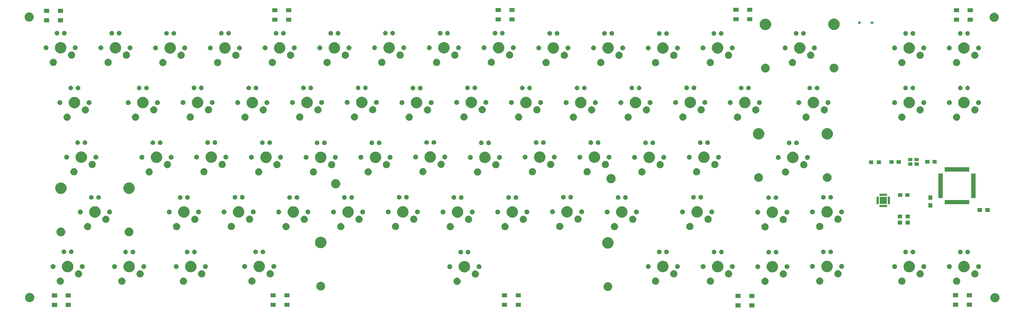
<source format=gbr>
G04 #@! TF.GenerationSoftware,KiCad,Pcbnew,(5.0.2)-1*
G04 #@! TF.CreationDate,2019-03-25T23:00:56+03:00*
G04 #@! TF.ProjectId,Mechanical Keyboard,4d656368-616e-4696-9361-6c204b657962,rev?*
G04 #@! TF.SameCoordinates,Original*
G04 #@! TF.FileFunction,Soldermask,Top*
G04 #@! TF.FilePolarity,Negative*
%FSLAX46Y46*%
G04 Gerber Fmt 4.6, Leading zero omitted, Abs format (unit mm)*
G04 Created by KiCad (PCBNEW (5.0.2)-1) date 25.03.2019 23:00:56*
%MOMM*%
%LPD*%
G01*
G04 APERTURE LIST*
%ADD10C,0.100000*%
G04 APERTURE END LIST*
D10*
G36*
X296550000Y-183832000D02*
X294750000Y-183832000D01*
X294750000Y-182432000D01*
X296550000Y-182432000D01*
X296550000Y-183832000D01*
X296550000Y-183832000D01*
G37*
G36*
X291750000Y-183832000D02*
X289950000Y-183832000D01*
X289950000Y-182432000D01*
X291750000Y-182432000D01*
X291750000Y-183832000D01*
X291750000Y-183832000D01*
G37*
G36*
X53866689Y-183673132D02*
X52066689Y-183673132D01*
X52066689Y-182273132D01*
X53866689Y-182273132D01*
X53866689Y-183673132D01*
X53866689Y-183673132D01*
G37*
G36*
X58666689Y-183673132D02*
X56866689Y-183673132D01*
X56866689Y-182273132D01*
X58666689Y-182273132D01*
X58666689Y-183673132D01*
X58666689Y-183673132D01*
G37*
G36*
X134750000Y-183621000D02*
X132950000Y-183621000D01*
X132950000Y-182221000D01*
X134750000Y-182221000D01*
X134750000Y-183621000D01*
X134750000Y-183621000D01*
G37*
G36*
X210475000Y-183621000D02*
X208675000Y-183621000D01*
X208675000Y-182221000D01*
X210475000Y-182221000D01*
X210475000Y-183621000D01*
X210475000Y-183621000D01*
G37*
G36*
X215275000Y-183621000D02*
X213475000Y-183621000D01*
X213475000Y-182221000D01*
X215275000Y-182221000D01*
X215275000Y-183621000D01*
X215275000Y-183621000D01*
G37*
G36*
X129950000Y-183621000D02*
X128150000Y-183621000D01*
X128150000Y-182221000D01*
X129950000Y-182221000D01*
X129950000Y-183621000D01*
X129950000Y-183621000D01*
G37*
G36*
X372248000Y-183580000D02*
X370448000Y-183580000D01*
X370448000Y-182180000D01*
X372248000Y-182180000D01*
X372248000Y-183580000D01*
X372248000Y-183580000D01*
G37*
G36*
X367448000Y-183580000D02*
X365648000Y-183580000D01*
X365648000Y-182180000D01*
X367448000Y-182180000D01*
X367448000Y-183580000D01*
X367448000Y-183580000D01*
G37*
G36*
X380704703Y-178928486D02*
X380995883Y-179049097D01*
X381257944Y-179224201D01*
X381480799Y-179447056D01*
X381655903Y-179709117D01*
X381776514Y-180000297D01*
X381838000Y-180309412D01*
X381838000Y-180624588D01*
X381776514Y-180933703D01*
X381655903Y-181224883D01*
X381480799Y-181486944D01*
X381257944Y-181709799D01*
X380995883Y-181884903D01*
X380704703Y-182005514D01*
X380395588Y-182067000D01*
X380080412Y-182067000D01*
X379771297Y-182005514D01*
X379480117Y-181884903D01*
X379218056Y-181709799D01*
X378995201Y-181486944D01*
X378820097Y-181224883D01*
X378699486Y-180933703D01*
X378638000Y-180624588D01*
X378638000Y-180309412D01*
X378699486Y-180000297D01*
X378820097Y-179709117D01*
X378995201Y-179447056D01*
X379218056Y-179224201D01*
X379480117Y-179049097D01*
X379771297Y-178928486D01*
X380080412Y-178867000D01*
X380395588Y-178867000D01*
X380704703Y-178928486D01*
X380704703Y-178928486D01*
G37*
G36*
X44789703Y-178864986D02*
X45080883Y-178985597D01*
X45342944Y-179160701D01*
X45565799Y-179383556D01*
X45740903Y-179645617D01*
X45861514Y-179936797D01*
X45923000Y-180245912D01*
X45923000Y-180561088D01*
X45861514Y-180870203D01*
X45740903Y-181161383D01*
X45565799Y-181423444D01*
X45342944Y-181646299D01*
X45080883Y-181821403D01*
X44789703Y-181942014D01*
X44480588Y-182003500D01*
X44165412Y-182003500D01*
X43856297Y-181942014D01*
X43565117Y-181821403D01*
X43303056Y-181646299D01*
X43080201Y-181423444D01*
X42905097Y-181161383D01*
X42784486Y-180870203D01*
X42723000Y-180561088D01*
X42723000Y-180245912D01*
X42784486Y-179936797D01*
X42905097Y-179645617D01*
X43080201Y-179383556D01*
X43303056Y-179160701D01*
X43565117Y-178985597D01*
X43856297Y-178864986D01*
X44165412Y-178803500D01*
X44480588Y-178803500D01*
X44789703Y-178864986D01*
X44789703Y-178864986D01*
G37*
G36*
X296550000Y-180532000D02*
X294750000Y-180532000D01*
X294750000Y-179132000D01*
X296550000Y-179132000D01*
X296550000Y-180532000D01*
X296550000Y-180532000D01*
G37*
G36*
X291750000Y-180532000D02*
X289950000Y-180532000D01*
X289950000Y-179132000D01*
X291750000Y-179132000D01*
X291750000Y-180532000D01*
X291750000Y-180532000D01*
G37*
G36*
X53866689Y-180373132D02*
X52066689Y-180373132D01*
X52066689Y-178973132D01*
X53866689Y-178973132D01*
X53866689Y-180373132D01*
X53866689Y-180373132D01*
G37*
G36*
X58666689Y-180373132D02*
X56866689Y-180373132D01*
X56866689Y-178973132D01*
X58666689Y-178973132D01*
X58666689Y-180373132D01*
X58666689Y-180373132D01*
G37*
G36*
X134750000Y-180321000D02*
X132950000Y-180321000D01*
X132950000Y-178921000D01*
X134750000Y-178921000D01*
X134750000Y-180321000D01*
X134750000Y-180321000D01*
G37*
G36*
X210475000Y-180321000D02*
X208675000Y-180321000D01*
X208675000Y-178921000D01*
X210475000Y-178921000D01*
X210475000Y-180321000D01*
X210475000Y-180321000D01*
G37*
G36*
X129950000Y-180321000D02*
X128150000Y-180321000D01*
X128150000Y-178921000D01*
X129950000Y-178921000D01*
X129950000Y-180321000D01*
X129950000Y-180321000D01*
G37*
G36*
X215275000Y-180321000D02*
X213475000Y-180321000D01*
X213475000Y-178921000D01*
X215275000Y-178921000D01*
X215275000Y-180321000D01*
X215275000Y-180321000D01*
G37*
G36*
X372248000Y-180280000D02*
X370448000Y-180280000D01*
X370448000Y-178880000D01*
X372248000Y-178880000D01*
X372248000Y-180280000D01*
X372248000Y-180280000D01*
G37*
G36*
X367448000Y-180280000D02*
X365648000Y-180280000D01*
X365648000Y-178880000D01*
X367448000Y-178880000D01*
X367448000Y-180280000D01*
X367448000Y-180280000D01*
G37*
G36*
X245788245Y-175100522D02*
X245984534Y-175139566D01*
X246231695Y-175241944D01*
X246261885Y-175254449D01*
X246511496Y-175421234D01*
X246723766Y-175633504D01*
X246723768Y-175633507D01*
X246890551Y-175883115D01*
X247005434Y-176160466D01*
X247064000Y-176454899D01*
X247064000Y-176755101D01*
X247005434Y-177049534D01*
X246952683Y-177176885D01*
X246890551Y-177326885D01*
X246723766Y-177576496D01*
X246511496Y-177788766D01*
X246511493Y-177788768D01*
X246261885Y-177955551D01*
X245984534Y-178070434D01*
X245788245Y-178109478D01*
X245690102Y-178129000D01*
X245389898Y-178129000D01*
X245291755Y-178109478D01*
X245095466Y-178070434D01*
X244818115Y-177955551D01*
X244568507Y-177788768D01*
X244568504Y-177788766D01*
X244356234Y-177576496D01*
X244189449Y-177326885D01*
X244127317Y-177176885D01*
X244074566Y-177049534D01*
X244016000Y-176755101D01*
X244016000Y-176454899D01*
X244074566Y-176160466D01*
X244189449Y-175883115D01*
X244356232Y-175633507D01*
X244356234Y-175633504D01*
X244568504Y-175421234D01*
X244818115Y-175254449D01*
X244848305Y-175241944D01*
X245095466Y-175139566D01*
X245291755Y-175100522D01*
X245389898Y-175081000D01*
X245690102Y-175081000D01*
X245788245Y-175100522D01*
X245788245Y-175100522D01*
G37*
G36*
X145858245Y-174950522D02*
X146054534Y-174989566D01*
X146235483Y-175064518D01*
X146331885Y-175104449D01*
X146581496Y-175271234D01*
X146793766Y-175483504D01*
X146793768Y-175483507D01*
X146960551Y-175733115D01*
X147075434Y-176010466D01*
X147134000Y-176304899D01*
X147134000Y-176605101D01*
X147075434Y-176899534D01*
X146960551Y-177176885D01*
X146793766Y-177426496D01*
X146581496Y-177638766D01*
X146581493Y-177638768D01*
X146331885Y-177805551D01*
X146054534Y-177920434D01*
X145877988Y-177955551D01*
X145760102Y-177979000D01*
X145459898Y-177979000D01*
X145342012Y-177955551D01*
X145165466Y-177920434D01*
X144888115Y-177805551D01*
X144638507Y-177638768D01*
X144638504Y-177638766D01*
X144426234Y-177426496D01*
X144259449Y-177176885D01*
X144144566Y-176899534D01*
X144086000Y-176605101D01*
X144086000Y-176304899D01*
X144144566Y-176010466D01*
X144259449Y-175733115D01*
X144426232Y-175483507D01*
X144426234Y-175483504D01*
X144638504Y-175271234D01*
X144888115Y-175104449D01*
X144984517Y-175064518D01*
X145165466Y-174989566D01*
X145361755Y-174950522D01*
X145459898Y-174931000D01*
X145760102Y-174931000D01*
X145858245Y-174950522D01*
X145858245Y-174950522D01*
G37*
G36*
X300604518Y-173538344D02*
X300831946Y-173632548D01*
X301036625Y-173769310D01*
X301210690Y-173943375D01*
X301347452Y-174148054D01*
X301441656Y-174375482D01*
X301489680Y-174616917D01*
X301489680Y-174863083D01*
X301441656Y-175104518D01*
X301347452Y-175331946D01*
X301210690Y-175536625D01*
X301036625Y-175710690D01*
X300831946Y-175847452D01*
X300604518Y-175941656D01*
X300363083Y-175989680D01*
X300116917Y-175989680D01*
X299875482Y-175941656D01*
X299648054Y-175847452D01*
X299443375Y-175710690D01*
X299269310Y-175536625D01*
X299132548Y-175331946D01*
X299038344Y-175104518D01*
X298990320Y-174863083D01*
X298990320Y-174616917D01*
X299038344Y-174375482D01*
X299132548Y-174148054D01*
X299269310Y-173943375D01*
X299443375Y-173769310D01*
X299648054Y-173632548D01*
X299875482Y-173538344D01*
X300116917Y-173490320D01*
X300363083Y-173490320D01*
X300604518Y-173538344D01*
X300604518Y-173538344D01*
G37*
G36*
X193434518Y-173538344D02*
X193661946Y-173632548D01*
X193866625Y-173769310D01*
X194040690Y-173943375D01*
X194177452Y-174148054D01*
X194271656Y-174375482D01*
X194319680Y-174616917D01*
X194319680Y-174863083D01*
X194271656Y-175104518D01*
X194177452Y-175331946D01*
X194040690Y-175536625D01*
X193866625Y-175710690D01*
X193661946Y-175847452D01*
X193434518Y-175941656D01*
X193193083Y-175989680D01*
X192946917Y-175989680D01*
X192705482Y-175941656D01*
X192478054Y-175847452D01*
X192273375Y-175710690D01*
X192099310Y-175536625D01*
X191962548Y-175331946D01*
X191868344Y-175104518D01*
X191820320Y-174863083D01*
X191820320Y-174616917D01*
X191868344Y-174375482D01*
X191962548Y-174148054D01*
X192099310Y-173943375D01*
X192273375Y-173769310D01*
X192478054Y-173632548D01*
X192705482Y-173538344D01*
X192946917Y-173490320D01*
X193193083Y-173490320D01*
X193434518Y-173538344D01*
X193434518Y-173538344D01*
G37*
G36*
X281584518Y-173498344D02*
X281811946Y-173592548D01*
X282016625Y-173729310D01*
X282190690Y-173903375D01*
X282327452Y-174108054D01*
X282421656Y-174335482D01*
X282469680Y-174576917D01*
X282469680Y-174823083D01*
X282421656Y-175064518D01*
X282327452Y-175291946D01*
X282190690Y-175496625D01*
X282016625Y-175670690D01*
X281811946Y-175807452D01*
X281584518Y-175901656D01*
X281343083Y-175949680D01*
X281096917Y-175949680D01*
X280855482Y-175901656D01*
X280628054Y-175807452D01*
X280423375Y-175670690D01*
X280249310Y-175496625D01*
X280112548Y-175291946D01*
X280018344Y-175064518D01*
X279970320Y-174823083D01*
X279970320Y-174576917D01*
X280018344Y-174335482D01*
X280112548Y-174108054D01*
X280249310Y-173903375D01*
X280423375Y-173729310D01*
X280628054Y-173592548D01*
X280855482Y-173498344D01*
X281096917Y-173450320D01*
X281343083Y-173450320D01*
X281584518Y-173498344D01*
X281584518Y-173498344D01*
G37*
G36*
X98214518Y-173498344D02*
X98441946Y-173592548D01*
X98646625Y-173729310D01*
X98820690Y-173903375D01*
X98957452Y-174108054D01*
X99051656Y-174335482D01*
X99099680Y-174576917D01*
X99099680Y-174823083D01*
X99051656Y-175064518D01*
X98957452Y-175291946D01*
X98820690Y-175496625D01*
X98646625Y-175670690D01*
X98441946Y-175807452D01*
X98214518Y-175901656D01*
X97973083Y-175949680D01*
X97726917Y-175949680D01*
X97485482Y-175901656D01*
X97258054Y-175807452D01*
X97053375Y-175670690D01*
X96879310Y-175496625D01*
X96742548Y-175291946D01*
X96648344Y-175064518D01*
X96600320Y-174823083D01*
X96600320Y-174576917D01*
X96648344Y-174335482D01*
X96742548Y-174108054D01*
X96879310Y-173903375D01*
X97053375Y-173729310D01*
X97258054Y-173592548D01*
X97485482Y-173498344D01*
X97726917Y-173450320D01*
X97973083Y-173450320D01*
X98214518Y-173498344D01*
X98214518Y-173498344D01*
G37*
G36*
X367284518Y-173498344D02*
X367511946Y-173592548D01*
X367716625Y-173729310D01*
X367890690Y-173903375D01*
X368027452Y-174108054D01*
X368121656Y-174335482D01*
X368169680Y-174576917D01*
X368169680Y-174823083D01*
X368121656Y-175064518D01*
X368027452Y-175291946D01*
X367890690Y-175496625D01*
X367716625Y-175670690D01*
X367511946Y-175807452D01*
X367284518Y-175901656D01*
X367043083Y-175949680D01*
X366796917Y-175949680D01*
X366555482Y-175901656D01*
X366328054Y-175807452D01*
X366123375Y-175670690D01*
X365949310Y-175496625D01*
X365812548Y-175291946D01*
X365718344Y-175064518D01*
X365670320Y-174823083D01*
X365670320Y-174576917D01*
X365718344Y-174335482D01*
X365812548Y-174108054D01*
X365949310Y-173903375D01*
X366123375Y-173729310D01*
X366328054Y-173592548D01*
X366555482Y-173498344D01*
X366796917Y-173450320D01*
X367043083Y-173450320D01*
X367284518Y-173498344D01*
X367284518Y-173498344D01*
G37*
G36*
X76764518Y-173498344D02*
X76991946Y-173592548D01*
X77196625Y-173729310D01*
X77370690Y-173903375D01*
X77507452Y-174108054D01*
X77601656Y-174335482D01*
X77649680Y-174576917D01*
X77649680Y-174823083D01*
X77601656Y-175064518D01*
X77507452Y-175291946D01*
X77370690Y-175496625D01*
X77196625Y-175670690D01*
X76991946Y-175807452D01*
X76764518Y-175901656D01*
X76523083Y-175949680D01*
X76276917Y-175949680D01*
X76035482Y-175901656D01*
X75808054Y-175807452D01*
X75603375Y-175670690D01*
X75429310Y-175496625D01*
X75292548Y-175291946D01*
X75198344Y-175064518D01*
X75150320Y-174823083D01*
X75150320Y-174576917D01*
X75198344Y-174335482D01*
X75292548Y-174108054D01*
X75429310Y-173903375D01*
X75603375Y-173729310D01*
X75808054Y-173592548D01*
X76035482Y-173498344D01*
X76276917Y-173450320D01*
X76523083Y-173450320D01*
X76764518Y-173498344D01*
X76764518Y-173498344D01*
G37*
G36*
X55354518Y-173498344D02*
X55581946Y-173592548D01*
X55786625Y-173729310D01*
X55960690Y-173903375D01*
X56097452Y-174108054D01*
X56191656Y-174335482D01*
X56239680Y-174576917D01*
X56239680Y-174823083D01*
X56191656Y-175064518D01*
X56097452Y-175291946D01*
X55960690Y-175496625D01*
X55786625Y-175670690D01*
X55581946Y-175807452D01*
X55354518Y-175901656D01*
X55113083Y-175949680D01*
X54866917Y-175949680D01*
X54625482Y-175901656D01*
X54398054Y-175807452D01*
X54193375Y-175670690D01*
X54019310Y-175496625D01*
X53882548Y-175291946D01*
X53788344Y-175064518D01*
X53740320Y-174823083D01*
X53740320Y-174576917D01*
X53788344Y-174335482D01*
X53882548Y-174108054D01*
X54019310Y-173903375D01*
X54193375Y-173729310D01*
X54398054Y-173592548D01*
X54625482Y-173498344D01*
X54866917Y-173450320D01*
X55113083Y-173450320D01*
X55354518Y-173498344D01*
X55354518Y-173498344D01*
G37*
G36*
X348234518Y-173498344D02*
X348461946Y-173592548D01*
X348666625Y-173729310D01*
X348840690Y-173903375D01*
X348977452Y-174108054D01*
X349071656Y-174335482D01*
X349119680Y-174576917D01*
X349119680Y-174823083D01*
X349071656Y-175064518D01*
X348977452Y-175291946D01*
X348840690Y-175496625D01*
X348666625Y-175670690D01*
X348461946Y-175807452D01*
X348234518Y-175901656D01*
X347993083Y-175949680D01*
X347746917Y-175949680D01*
X347505482Y-175901656D01*
X347278054Y-175807452D01*
X347073375Y-175670690D01*
X346899310Y-175496625D01*
X346762548Y-175291946D01*
X346668344Y-175064518D01*
X346620320Y-174823083D01*
X346620320Y-174576917D01*
X346668344Y-174335482D01*
X346762548Y-174108054D01*
X346899310Y-173903375D01*
X347073375Y-173729310D01*
X347278054Y-173592548D01*
X347505482Y-173498344D01*
X347746917Y-173450320D01*
X347993083Y-173450320D01*
X348234518Y-173498344D01*
X348234518Y-173498344D01*
G37*
G36*
X262504518Y-173478344D02*
X262731946Y-173572548D01*
X262936625Y-173709310D01*
X263110690Y-173883375D01*
X263247452Y-174088054D01*
X263341656Y-174315482D01*
X263389680Y-174556917D01*
X263389680Y-174803083D01*
X263341656Y-175044518D01*
X263247452Y-175271946D01*
X263110690Y-175476625D01*
X262936625Y-175650690D01*
X262731946Y-175787452D01*
X262504518Y-175881656D01*
X262263083Y-175929680D01*
X262016917Y-175929680D01*
X261775482Y-175881656D01*
X261548054Y-175787452D01*
X261343375Y-175650690D01*
X261169310Y-175476625D01*
X261032548Y-175271946D01*
X260938344Y-175044518D01*
X260890320Y-174803083D01*
X260890320Y-174556917D01*
X260938344Y-174315482D01*
X261032548Y-174088054D01*
X261169310Y-173883375D01*
X261343375Y-173709310D01*
X261548054Y-173572548D01*
X261775482Y-173478344D01*
X262016917Y-173430320D01*
X262263083Y-173430320D01*
X262504518Y-173478344D01*
X262504518Y-173478344D01*
G37*
G36*
X122034518Y-173458344D02*
X122261946Y-173552548D01*
X122466625Y-173689310D01*
X122640690Y-173863375D01*
X122777452Y-174068054D01*
X122871656Y-174295482D01*
X122919680Y-174536917D01*
X122919680Y-174783083D01*
X122871656Y-175024518D01*
X122777452Y-175251946D01*
X122640690Y-175456625D01*
X122466625Y-175630690D01*
X122261946Y-175767452D01*
X122034518Y-175861656D01*
X121793083Y-175909680D01*
X121546917Y-175909680D01*
X121305482Y-175861656D01*
X121078054Y-175767452D01*
X120873375Y-175630690D01*
X120699310Y-175456625D01*
X120562548Y-175251946D01*
X120468344Y-175024518D01*
X120420320Y-174783083D01*
X120420320Y-174536917D01*
X120468344Y-174295482D01*
X120562548Y-174068054D01*
X120699310Y-173863375D01*
X120873375Y-173689310D01*
X121078054Y-173552548D01*
X121305482Y-173458344D01*
X121546917Y-173410320D01*
X121793083Y-173410320D01*
X122034518Y-173458344D01*
X122034518Y-173458344D01*
G37*
G36*
X319634518Y-173448344D02*
X319861946Y-173542548D01*
X320066625Y-173679310D01*
X320240690Y-173853375D01*
X320377452Y-174058054D01*
X320471656Y-174285482D01*
X320519680Y-174526917D01*
X320519680Y-174773083D01*
X320471656Y-175014518D01*
X320377452Y-175241946D01*
X320240690Y-175446625D01*
X320066625Y-175620690D01*
X319861946Y-175757452D01*
X319634518Y-175851656D01*
X319393083Y-175899680D01*
X319146917Y-175899680D01*
X318905482Y-175851656D01*
X318678054Y-175757452D01*
X318473375Y-175620690D01*
X318299310Y-175446625D01*
X318162548Y-175241946D01*
X318068344Y-175014518D01*
X318020320Y-174773083D01*
X318020320Y-174526917D01*
X318068344Y-174285482D01*
X318162548Y-174058054D01*
X318299310Y-173853375D01*
X318473375Y-173679310D01*
X318678054Y-173542548D01*
X318905482Y-173448344D01*
X319146917Y-173400320D01*
X319393083Y-173400320D01*
X319634518Y-173448344D01*
X319634518Y-173448344D01*
G37*
G36*
X199784518Y-170998344D02*
X200011946Y-171092548D01*
X200216625Y-171229310D01*
X200390690Y-171403375D01*
X200527452Y-171608054D01*
X200621656Y-171835482D01*
X200669680Y-172076917D01*
X200669680Y-172323083D01*
X200621656Y-172564518D01*
X200527452Y-172791946D01*
X200390690Y-172996625D01*
X200216625Y-173170690D01*
X200011946Y-173307452D01*
X199784518Y-173401656D01*
X199543083Y-173449680D01*
X199296917Y-173449680D01*
X199055482Y-173401656D01*
X198828054Y-173307452D01*
X198623375Y-173170690D01*
X198449310Y-172996625D01*
X198312548Y-172791946D01*
X198218344Y-172564518D01*
X198170320Y-172323083D01*
X198170320Y-172076917D01*
X198218344Y-171835482D01*
X198312548Y-171608054D01*
X198449310Y-171403375D01*
X198623375Y-171229310D01*
X198828054Y-171092548D01*
X199055482Y-170998344D01*
X199296917Y-170950320D01*
X199543083Y-170950320D01*
X199784518Y-170998344D01*
X199784518Y-170998344D01*
G37*
G36*
X306954518Y-170998344D02*
X307181946Y-171092548D01*
X307386625Y-171229310D01*
X307560690Y-171403375D01*
X307697452Y-171608054D01*
X307791656Y-171835482D01*
X307839680Y-172076917D01*
X307839680Y-172323083D01*
X307791656Y-172564518D01*
X307697452Y-172791946D01*
X307560690Y-172996625D01*
X307386625Y-173170690D01*
X307181946Y-173307452D01*
X306954518Y-173401656D01*
X306713083Y-173449680D01*
X306466917Y-173449680D01*
X306225482Y-173401656D01*
X305998054Y-173307452D01*
X305793375Y-173170690D01*
X305619310Y-172996625D01*
X305482548Y-172791946D01*
X305388344Y-172564518D01*
X305340320Y-172323083D01*
X305340320Y-172076917D01*
X305388344Y-171835482D01*
X305482548Y-171608054D01*
X305619310Y-171403375D01*
X305793375Y-171229310D01*
X305998054Y-171092548D01*
X306225482Y-170998344D01*
X306466917Y-170950320D01*
X306713083Y-170950320D01*
X306954518Y-170998344D01*
X306954518Y-170998344D01*
G37*
G36*
X373634518Y-170958344D02*
X373861946Y-171052548D01*
X374066625Y-171189310D01*
X374240690Y-171363375D01*
X374377452Y-171568054D01*
X374471656Y-171795482D01*
X374519680Y-172036917D01*
X374519680Y-172283083D01*
X374471656Y-172524518D01*
X374377452Y-172751946D01*
X374240690Y-172956625D01*
X374066625Y-173130690D01*
X373861946Y-173267452D01*
X373634518Y-173361656D01*
X373393083Y-173409680D01*
X373146917Y-173409680D01*
X372905482Y-173361656D01*
X372678054Y-173267452D01*
X372473375Y-173130690D01*
X372299310Y-172956625D01*
X372162548Y-172751946D01*
X372068344Y-172524518D01*
X372020320Y-172283083D01*
X372020320Y-172036917D01*
X372068344Y-171795482D01*
X372162548Y-171568054D01*
X372299310Y-171363375D01*
X372473375Y-171189310D01*
X372678054Y-171052548D01*
X372905482Y-170958344D01*
X373146917Y-170910320D01*
X373393083Y-170910320D01*
X373634518Y-170958344D01*
X373634518Y-170958344D01*
G37*
G36*
X354584518Y-170958344D02*
X354811946Y-171052548D01*
X355016625Y-171189310D01*
X355190690Y-171363375D01*
X355327452Y-171568054D01*
X355421656Y-171795482D01*
X355469680Y-172036917D01*
X355469680Y-172283083D01*
X355421656Y-172524518D01*
X355327452Y-172751946D01*
X355190690Y-172956625D01*
X355016625Y-173130690D01*
X354811946Y-173267452D01*
X354584518Y-173361656D01*
X354343083Y-173409680D01*
X354096917Y-173409680D01*
X353855482Y-173361656D01*
X353628054Y-173267452D01*
X353423375Y-173130690D01*
X353249310Y-172956625D01*
X353112548Y-172751946D01*
X353018344Y-172524518D01*
X352970320Y-172283083D01*
X352970320Y-172036917D01*
X353018344Y-171795482D01*
X353112548Y-171568054D01*
X353249310Y-171363375D01*
X353423375Y-171189310D01*
X353628054Y-171052548D01*
X353855482Y-170958344D01*
X354096917Y-170910320D01*
X354343083Y-170910320D01*
X354584518Y-170958344D01*
X354584518Y-170958344D01*
G37*
G36*
X287934518Y-170958344D02*
X288161946Y-171052548D01*
X288366625Y-171189310D01*
X288540690Y-171363375D01*
X288677452Y-171568054D01*
X288771656Y-171795482D01*
X288819680Y-172036917D01*
X288819680Y-172283083D01*
X288771656Y-172524518D01*
X288677452Y-172751946D01*
X288540690Y-172956625D01*
X288366625Y-173130690D01*
X288161946Y-173267452D01*
X287934518Y-173361656D01*
X287693083Y-173409680D01*
X287446917Y-173409680D01*
X287205482Y-173361656D01*
X286978054Y-173267452D01*
X286773375Y-173130690D01*
X286599310Y-172956625D01*
X286462548Y-172751946D01*
X286368344Y-172524518D01*
X286320320Y-172283083D01*
X286320320Y-172036917D01*
X286368344Y-171795482D01*
X286462548Y-171568054D01*
X286599310Y-171363375D01*
X286773375Y-171189310D01*
X286978054Y-171052548D01*
X287205482Y-170958344D01*
X287446917Y-170910320D01*
X287693083Y-170910320D01*
X287934518Y-170958344D01*
X287934518Y-170958344D01*
G37*
G36*
X104564518Y-170958344D02*
X104791946Y-171052548D01*
X104996625Y-171189310D01*
X105170690Y-171363375D01*
X105307452Y-171568054D01*
X105401656Y-171795482D01*
X105449680Y-172036917D01*
X105449680Y-172283083D01*
X105401656Y-172524518D01*
X105307452Y-172751946D01*
X105170690Y-172956625D01*
X104996625Y-173130690D01*
X104791946Y-173267452D01*
X104564518Y-173361656D01*
X104323083Y-173409680D01*
X104076917Y-173409680D01*
X103835482Y-173361656D01*
X103608054Y-173267452D01*
X103403375Y-173130690D01*
X103229310Y-172956625D01*
X103092548Y-172751946D01*
X102998344Y-172524518D01*
X102950320Y-172283083D01*
X102950320Y-172036917D01*
X102998344Y-171795482D01*
X103092548Y-171568054D01*
X103229310Y-171363375D01*
X103403375Y-171189310D01*
X103608054Y-171052548D01*
X103835482Y-170958344D01*
X104076917Y-170910320D01*
X104323083Y-170910320D01*
X104564518Y-170958344D01*
X104564518Y-170958344D01*
G37*
G36*
X83114518Y-170958344D02*
X83341946Y-171052548D01*
X83546625Y-171189310D01*
X83720690Y-171363375D01*
X83857452Y-171568054D01*
X83951656Y-171795482D01*
X83999680Y-172036917D01*
X83999680Y-172283083D01*
X83951656Y-172524518D01*
X83857452Y-172751946D01*
X83720690Y-172956625D01*
X83546625Y-173130690D01*
X83341946Y-173267452D01*
X83114518Y-173361656D01*
X82873083Y-173409680D01*
X82626917Y-173409680D01*
X82385482Y-173361656D01*
X82158054Y-173267452D01*
X81953375Y-173130690D01*
X81779310Y-172956625D01*
X81642548Y-172751946D01*
X81548344Y-172524518D01*
X81500320Y-172283083D01*
X81500320Y-172036917D01*
X81548344Y-171795482D01*
X81642548Y-171568054D01*
X81779310Y-171363375D01*
X81953375Y-171189310D01*
X82158054Y-171052548D01*
X82385482Y-170958344D01*
X82626917Y-170910320D01*
X82873083Y-170910320D01*
X83114518Y-170958344D01*
X83114518Y-170958344D01*
G37*
G36*
X61704518Y-170958344D02*
X61931946Y-171052548D01*
X62136625Y-171189310D01*
X62310690Y-171363375D01*
X62447452Y-171568054D01*
X62541656Y-171795482D01*
X62589680Y-172036917D01*
X62589680Y-172283083D01*
X62541656Y-172524518D01*
X62447452Y-172751946D01*
X62310690Y-172956625D01*
X62136625Y-173130690D01*
X61931946Y-173267452D01*
X61704518Y-173361656D01*
X61463083Y-173409680D01*
X61216917Y-173409680D01*
X60975482Y-173361656D01*
X60748054Y-173267452D01*
X60543375Y-173130690D01*
X60369310Y-172956625D01*
X60232548Y-172751946D01*
X60138344Y-172524518D01*
X60090320Y-172283083D01*
X60090320Y-172036917D01*
X60138344Y-171795482D01*
X60232548Y-171568054D01*
X60369310Y-171363375D01*
X60543375Y-171189310D01*
X60748054Y-171052548D01*
X60975482Y-170958344D01*
X61216917Y-170910320D01*
X61463083Y-170910320D01*
X61704518Y-170958344D01*
X61704518Y-170958344D01*
G37*
G36*
X268854518Y-170938344D02*
X269081946Y-171032548D01*
X269286625Y-171169310D01*
X269460690Y-171343375D01*
X269597452Y-171548054D01*
X269691656Y-171775482D01*
X269739680Y-172016917D01*
X269739680Y-172263083D01*
X269691656Y-172504518D01*
X269597452Y-172731946D01*
X269460690Y-172936625D01*
X269286625Y-173110690D01*
X269081946Y-173247452D01*
X268854518Y-173341656D01*
X268613083Y-173389680D01*
X268366917Y-173389680D01*
X268125482Y-173341656D01*
X267898054Y-173247452D01*
X267693375Y-173110690D01*
X267519310Y-172936625D01*
X267382548Y-172731946D01*
X267288344Y-172504518D01*
X267240320Y-172263083D01*
X267240320Y-172016917D01*
X267288344Y-171775482D01*
X267382548Y-171548054D01*
X267519310Y-171343375D01*
X267693375Y-171169310D01*
X267898054Y-171032548D01*
X268125482Y-170938344D01*
X268366917Y-170890320D01*
X268613083Y-170890320D01*
X268854518Y-170938344D01*
X268854518Y-170938344D01*
G37*
G36*
X128384518Y-170918344D02*
X128611946Y-171012548D01*
X128816625Y-171149310D01*
X128990690Y-171323375D01*
X129127452Y-171528054D01*
X129221656Y-171755482D01*
X129269680Y-171996917D01*
X129269680Y-172243083D01*
X129221656Y-172484518D01*
X129127452Y-172711946D01*
X128990690Y-172916625D01*
X128816625Y-173090690D01*
X128611946Y-173227452D01*
X128384518Y-173321656D01*
X128143083Y-173369680D01*
X127896917Y-173369680D01*
X127655482Y-173321656D01*
X127428054Y-173227452D01*
X127223375Y-173090690D01*
X127049310Y-172916625D01*
X126912548Y-172711946D01*
X126818344Y-172484518D01*
X126770320Y-172243083D01*
X126770320Y-171996917D01*
X126818344Y-171755482D01*
X126912548Y-171528054D01*
X127049310Y-171323375D01*
X127223375Y-171149310D01*
X127428054Y-171012548D01*
X127655482Y-170918344D01*
X127896917Y-170870320D01*
X128143083Y-170870320D01*
X128384518Y-170918344D01*
X128384518Y-170918344D01*
G37*
G36*
X325984518Y-170908344D02*
X326211946Y-171002548D01*
X326416625Y-171139310D01*
X326590690Y-171313375D01*
X326727452Y-171518054D01*
X326821656Y-171745482D01*
X326869680Y-171986917D01*
X326869680Y-172233083D01*
X326821656Y-172474518D01*
X326727452Y-172701946D01*
X326590690Y-172906625D01*
X326416625Y-173080690D01*
X326211946Y-173217452D01*
X325984518Y-173311656D01*
X325743083Y-173359680D01*
X325496917Y-173359680D01*
X325255482Y-173311656D01*
X325028054Y-173217452D01*
X324823375Y-173080690D01*
X324649310Y-172906625D01*
X324512548Y-172701946D01*
X324418344Y-172474518D01*
X324370320Y-172233083D01*
X324370320Y-171986917D01*
X324418344Y-171745482D01*
X324512548Y-171518054D01*
X324649310Y-171313375D01*
X324823375Y-171139310D01*
X325028054Y-171002548D01*
X325255482Y-170908344D01*
X325496917Y-170860320D01*
X325743083Y-170860320D01*
X325984518Y-170908344D01*
X325984518Y-170908344D01*
G37*
G36*
X303058848Y-167686388D02*
X303360488Y-167746388D01*
X303722661Y-167896405D01*
X303988744Y-168074196D01*
X304048611Y-168114198D01*
X304325802Y-168391389D01*
X304325804Y-168391392D01*
X304543595Y-168717339D01*
X304693148Y-169078392D01*
X304693612Y-169079513D01*
X304770090Y-169463992D01*
X304770090Y-169856008D01*
X304736982Y-170022450D01*
X304693612Y-170240488D01*
X304543595Y-170602661D01*
X304365895Y-170868608D01*
X304325802Y-170928611D01*
X304048611Y-171205802D01*
X304048608Y-171205804D01*
X303722661Y-171423595D01*
X303360488Y-171573612D01*
X303277647Y-171590090D01*
X302976008Y-171650090D01*
X302583992Y-171650090D01*
X302282353Y-171590090D01*
X302199512Y-171573612D01*
X301837339Y-171423595D01*
X301511392Y-171205804D01*
X301511389Y-171205802D01*
X301234198Y-170928611D01*
X301194105Y-170868608D01*
X301016405Y-170602661D01*
X300866388Y-170240488D01*
X300823018Y-170022450D01*
X300789910Y-169856008D01*
X300789910Y-169463992D01*
X300866388Y-169079513D01*
X300866852Y-169078392D01*
X301016405Y-168717339D01*
X301234196Y-168391392D01*
X301234198Y-168391389D01*
X301511389Y-168114198D01*
X301571256Y-168074196D01*
X301837339Y-167896405D01*
X302199512Y-167746388D01*
X302501152Y-167686388D01*
X302583992Y-167669910D01*
X302976008Y-167669910D01*
X303058848Y-167686388D01*
X303058848Y-167686388D01*
G37*
G36*
X195888848Y-167686388D02*
X196190488Y-167746388D01*
X196552661Y-167896405D01*
X196818744Y-168074196D01*
X196878611Y-168114198D01*
X197155802Y-168391389D01*
X197155804Y-168391392D01*
X197373595Y-168717339D01*
X197523148Y-169078392D01*
X197523612Y-169079513D01*
X197600090Y-169463992D01*
X197600090Y-169856008D01*
X197566982Y-170022450D01*
X197523612Y-170240488D01*
X197373595Y-170602661D01*
X197195895Y-170868608D01*
X197155802Y-170928611D01*
X196878611Y-171205802D01*
X196878608Y-171205804D01*
X196552661Y-171423595D01*
X196190488Y-171573612D01*
X196107647Y-171590090D01*
X195806008Y-171650090D01*
X195413992Y-171650090D01*
X195112353Y-171590090D01*
X195029512Y-171573612D01*
X194667339Y-171423595D01*
X194341392Y-171205804D01*
X194341389Y-171205802D01*
X194064198Y-170928611D01*
X194024105Y-170868608D01*
X193846405Y-170602661D01*
X193696388Y-170240488D01*
X193653018Y-170022450D01*
X193619910Y-169856008D01*
X193619910Y-169463992D01*
X193696388Y-169079513D01*
X193696852Y-169078392D01*
X193846405Y-168717339D01*
X194064196Y-168391392D01*
X194064198Y-168391389D01*
X194341389Y-168114198D01*
X194401256Y-168074196D01*
X194667339Y-167896405D01*
X195029512Y-167746388D01*
X195331152Y-167686388D01*
X195413992Y-167669910D01*
X195806008Y-167669910D01*
X195888848Y-167686388D01*
X195888848Y-167686388D01*
G37*
G36*
X284089121Y-167656388D02*
X284340488Y-167706388D01*
X284702661Y-167856405D01*
X284953778Y-168024196D01*
X285028611Y-168074198D01*
X285305802Y-168351389D01*
X285305804Y-168351392D01*
X285523595Y-168677339D01*
X285673612Y-169039512D01*
X285705048Y-169197550D01*
X285750090Y-169423992D01*
X285750090Y-169816008D01*
X285739782Y-169867828D01*
X285673612Y-170200488D01*
X285523595Y-170562661D01*
X285339213Y-170838608D01*
X285305802Y-170888611D01*
X285028611Y-171165802D01*
X285028608Y-171165804D01*
X284702661Y-171383595D01*
X284340488Y-171533612D01*
X284207374Y-171560090D01*
X283956008Y-171610090D01*
X283563992Y-171610090D01*
X283312626Y-171560090D01*
X283179512Y-171533612D01*
X282817339Y-171383595D01*
X282491392Y-171165804D01*
X282491389Y-171165802D01*
X282214198Y-170888611D01*
X282180787Y-170838608D01*
X281996405Y-170562661D01*
X281846388Y-170200488D01*
X281780218Y-169867828D01*
X281769910Y-169816008D01*
X281769910Y-169423992D01*
X281814952Y-169197550D01*
X281846388Y-169039512D01*
X281996405Y-168677339D01*
X282214196Y-168351392D01*
X282214198Y-168351389D01*
X282491389Y-168074198D01*
X282566222Y-168024196D01*
X282817339Y-167856405D01*
X283179512Y-167706388D01*
X283430879Y-167656388D01*
X283563992Y-167629910D01*
X283956008Y-167629910D01*
X284089121Y-167656388D01*
X284089121Y-167656388D01*
G37*
G36*
X100719121Y-167656388D02*
X100970488Y-167706388D01*
X101332661Y-167856405D01*
X101583778Y-168024196D01*
X101658611Y-168074198D01*
X101935802Y-168351389D01*
X101935804Y-168351392D01*
X102153595Y-168677339D01*
X102303612Y-169039512D01*
X102335048Y-169197550D01*
X102380090Y-169423992D01*
X102380090Y-169816008D01*
X102369782Y-169867828D01*
X102303612Y-170200488D01*
X102153595Y-170562661D01*
X101969213Y-170838608D01*
X101935802Y-170888611D01*
X101658611Y-171165802D01*
X101658608Y-171165804D01*
X101332661Y-171383595D01*
X100970488Y-171533612D01*
X100837374Y-171560090D01*
X100586008Y-171610090D01*
X100193992Y-171610090D01*
X99942626Y-171560090D01*
X99809512Y-171533612D01*
X99447339Y-171383595D01*
X99121392Y-171165804D01*
X99121389Y-171165802D01*
X98844198Y-170888611D01*
X98810787Y-170838608D01*
X98626405Y-170562661D01*
X98476388Y-170200488D01*
X98410218Y-169867828D01*
X98399910Y-169816008D01*
X98399910Y-169423992D01*
X98444952Y-169197550D01*
X98476388Y-169039512D01*
X98626405Y-168677339D01*
X98844196Y-168351392D01*
X98844198Y-168351389D01*
X99121389Y-168074198D01*
X99196222Y-168024196D01*
X99447339Y-167856405D01*
X99809512Y-167706388D01*
X100060879Y-167656388D01*
X100193992Y-167629910D01*
X100586008Y-167629910D01*
X100719121Y-167656388D01*
X100719121Y-167656388D01*
G37*
G36*
X57859121Y-167656388D02*
X58110488Y-167706388D01*
X58472661Y-167856405D01*
X58723778Y-168024196D01*
X58798611Y-168074198D01*
X59075802Y-168351389D01*
X59075804Y-168351392D01*
X59293595Y-168677339D01*
X59443612Y-169039512D01*
X59475048Y-169197550D01*
X59520090Y-169423992D01*
X59520090Y-169816008D01*
X59509782Y-169867828D01*
X59443612Y-170200488D01*
X59293595Y-170562661D01*
X59109213Y-170838608D01*
X59075802Y-170888611D01*
X58798611Y-171165802D01*
X58798608Y-171165804D01*
X58472661Y-171383595D01*
X58110488Y-171533612D01*
X57977374Y-171560090D01*
X57726008Y-171610090D01*
X57333992Y-171610090D01*
X57082626Y-171560090D01*
X56949512Y-171533612D01*
X56587339Y-171383595D01*
X56261392Y-171165804D01*
X56261389Y-171165802D01*
X55984198Y-170888611D01*
X55950787Y-170838608D01*
X55766405Y-170562661D01*
X55616388Y-170200488D01*
X55550218Y-169867828D01*
X55539910Y-169816008D01*
X55539910Y-169423992D01*
X55584952Y-169197550D01*
X55616388Y-169039512D01*
X55766405Y-168677339D01*
X55984196Y-168351392D01*
X55984198Y-168351389D01*
X56261389Y-168074198D01*
X56336222Y-168024196D01*
X56587339Y-167856405D01*
X56949512Y-167706388D01*
X57200879Y-167656388D01*
X57333992Y-167629910D01*
X57726008Y-167629910D01*
X57859121Y-167656388D01*
X57859121Y-167656388D01*
G37*
G36*
X79269121Y-167656388D02*
X79520488Y-167706388D01*
X79882661Y-167856405D01*
X80133778Y-168024196D01*
X80208611Y-168074198D01*
X80485802Y-168351389D01*
X80485804Y-168351392D01*
X80703595Y-168677339D01*
X80853612Y-169039512D01*
X80885048Y-169197550D01*
X80930090Y-169423992D01*
X80930090Y-169816008D01*
X80919782Y-169867828D01*
X80853612Y-170200488D01*
X80703595Y-170562661D01*
X80519213Y-170838608D01*
X80485802Y-170888611D01*
X80208611Y-171165802D01*
X80208608Y-171165804D01*
X79882661Y-171383595D01*
X79520488Y-171533612D01*
X79387374Y-171560090D01*
X79136008Y-171610090D01*
X78743992Y-171610090D01*
X78492626Y-171560090D01*
X78359512Y-171533612D01*
X77997339Y-171383595D01*
X77671392Y-171165804D01*
X77671389Y-171165802D01*
X77394198Y-170888611D01*
X77360787Y-170838608D01*
X77176405Y-170562661D01*
X77026388Y-170200488D01*
X76960218Y-169867828D01*
X76949910Y-169816008D01*
X76949910Y-169423992D01*
X76994952Y-169197550D01*
X77026388Y-169039512D01*
X77176405Y-168677339D01*
X77394196Y-168351392D01*
X77394198Y-168351389D01*
X77671389Y-168074198D01*
X77746222Y-168024196D01*
X77997339Y-167856405D01*
X78359512Y-167706388D01*
X78610879Y-167656388D01*
X78743992Y-167629910D01*
X79136008Y-167629910D01*
X79269121Y-167656388D01*
X79269121Y-167656388D01*
G37*
G36*
X350739121Y-167656388D02*
X350990488Y-167706388D01*
X351352661Y-167856405D01*
X351603778Y-168024196D01*
X351678611Y-168074198D01*
X351955802Y-168351389D01*
X351955804Y-168351392D01*
X352173595Y-168677339D01*
X352323612Y-169039512D01*
X352355048Y-169197550D01*
X352400090Y-169423992D01*
X352400090Y-169816008D01*
X352389782Y-169867828D01*
X352323612Y-170200488D01*
X352173595Y-170562661D01*
X351989213Y-170838608D01*
X351955802Y-170888611D01*
X351678611Y-171165802D01*
X351678608Y-171165804D01*
X351352661Y-171383595D01*
X350990488Y-171533612D01*
X350857374Y-171560090D01*
X350606008Y-171610090D01*
X350213992Y-171610090D01*
X349962626Y-171560090D01*
X349829512Y-171533612D01*
X349467339Y-171383595D01*
X349141392Y-171165804D01*
X349141389Y-171165802D01*
X348864198Y-170888611D01*
X348830787Y-170838608D01*
X348646405Y-170562661D01*
X348496388Y-170200488D01*
X348430218Y-169867828D01*
X348419910Y-169816008D01*
X348419910Y-169423992D01*
X348464952Y-169197550D01*
X348496388Y-169039512D01*
X348646405Y-168677339D01*
X348864196Y-168351392D01*
X348864198Y-168351389D01*
X349141389Y-168074198D01*
X349216222Y-168024196D01*
X349467339Y-167856405D01*
X349829512Y-167706388D01*
X350080879Y-167656388D01*
X350213992Y-167629910D01*
X350606008Y-167629910D01*
X350739121Y-167656388D01*
X350739121Y-167656388D01*
G37*
G36*
X369789121Y-167656388D02*
X370040488Y-167706388D01*
X370402661Y-167856405D01*
X370653778Y-168024196D01*
X370728611Y-168074198D01*
X371005802Y-168351389D01*
X371005804Y-168351392D01*
X371223595Y-168677339D01*
X371373612Y-169039512D01*
X371405048Y-169197550D01*
X371450090Y-169423992D01*
X371450090Y-169816008D01*
X371439782Y-169867828D01*
X371373612Y-170200488D01*
X371223595Y-170562661D01*
X371039213Y-170838608D01*
X371005802Y-170888611D01*
X370728611Y-171165802D01*
X370728608Y-171165804D01*
X370402661Y-171383595D01*
X370040488Y-171533612D01*
X369907374Y-171560090D01*
X369656008Y-171610090D01*
X369263992Y-171610090D01*
X369012626Y-171560090D01*
X368879512Y-171533612D01*
X368517339Y-171383595D01*
X368191392Y-171165804D01*
X368191389Y-171165802D01*
X367914198Y-170888611D01*
X367880787Y-170838608D01*
X367696405Y-170562661D01*
X367546388Y-170200488D01*
X367480218Y-169867828D01*
X367469910Y-169816008D01*
X367469910Y-169423992D01*
X367514952Y-169197550D01*
X367546388Y-169039512D01*
X367696405Y-168677339D01*
X367914196Y-168351392D01*
X367914198Y-168351389D01*
X368191389Y-168074198D01*
X368266222Y-168024196D01*
X368517339Y-167856405D01*
X368879512Y-167706388D01*
X369130879Y-167656388D01*
X369263992Y-167629910D01*
X369656008Y-167629910D01*
X369789121Y-167656388D01*
X369789121Y-167656388D01*
G37*
G36*
X264976554Y-167629910D02*
X265260488Y-167686388D01*
X265622661Y-167836405D01*
X265712457Y-167896405D01*
X265948611Y-168054198D01*
X266225802Y-168331389D01*
X266225804Y-168331392D01*
X266443595Y-168657339D01*
X266593612Y-169019512D01*
X266625048Y-169177550D01*
X266670090Y-169403992D01*
X266670090Y-169796008D01*
X266634993Y-169972450D01*
X266593612Y-170180488D01*
X266443595Y-170542661D01*
X266403504Y-170602661D01*
X266225802Y-170868611D01*
X265948611Y-171145802D01*
X265948608Y-171145804D01*
X265622661Y-171363595D01*
X265260488Y-171513612D01*
X265159941Y-171533612D01*
X264876008Y-171590090D01*
X264483992Y-171590090D01*
X264200059Y-171533612D01*
X264099512Y-171513612D01*
X263737339Y-171363595D01*
X263411392Y-171145804D01*
X263411389Y-171145802D01*
X263134198Y-170868611D01*
X262956496Y-170602661D01*
X262916405Y-170542661D01*
X262766388Y-170180488D01*
X262725007Y-169972450D01*
X262689910Y-169796008D01*
X262689910Y-169403992D01*
X262734952Y-169177550D01*
X262766388Y-169019512D01*
X262916405Y-168657339D01*
X263134196Y-168331392D01*
X263134198Y-168331389D01*
X263411389Y-168054198D01*
X263647543Y-167896405D01*
X263737339Y-167836405D01*
X264099512Y-167686388D01*
X264383446Y-167629910D01*
X264483992Y-167609910D01*
X264876008Y-167609910D01*
X264976554Y-167629910D01*
X264976554Y-167629910D01*
G37*
G36*
X124506554Y-167609910D02*
X124790488Y-167666388D01*
X125152661Y-167816405D01*
X125272389Y-167896405D01*
X125478611Y-168034198D01*
X125755802Y-168311389D01*
X125755804Y-168311392D01*
X125973595Y-168637339D01*
X126123612Y-168999512D01*
X126139302Y-169078392D01*
X126200090Y-169383992D01*
X126200090Y-169776008D01*
X126189782Y-169827828D01*
X126123612Y-170160488D01*
X125973595Y-170522661D01*
X125762486Y-170838608D01*
X125755802Y-170848611D01*
X125478611Y-171125802D01*
X125478608Y-171125804D01*
X125152661Y-171343595D01*
X124790488Y-171493612D01*
X124617336Y-171528054D01*
X124406008Y-171570090D01*
X124013992Y-171570090D01*
X123802664Y-171528054D01*
X123629512Y-171493612D01*
X123267339Y-171343595D01*
X122941392Y-171125804D01*
X122941389Y-171125802D01*
X122664198Y-170848611D01*
X122657514Y-170838608D01*
X122446405Y-170522661D01*
X122296388Y-170160488D01*
X122230218Y-169827828D01*
X122219910Y-169776008D01*
X122219910Y-169383992D01*
X122280698Y-169078392D01*
X122296388Y-168999512D01*
X122446405Y-168637339D01*
X122664196Y-168311392D01*
X122664198Y-168311389D01*
X122941389Y-168034198D01*
X123147611Y-167896405D01*
X123267339Y-167816405D01*
X123629512Y-167666388D01*
X123913446Y-167609910D01*
X124013992Y-167589910D01*
X124406008Y-167589910D01*
X124506554Y-167609910D01*
X124506554Y-167609910D01*
G37*
G36*
X322156827Y-167609910D02*
X322390488Y-167656388D01*
X322752661Y-167806405D01*
X322887355Y-167896405D01*
X323078611Y-168024198D01*
X323355802Y-168301389D01*
X323355804Y-168301392D01*
X323573595Y-168627339D01*
X323723612Y-168989512D01*
X323733558Y-169039513D01*
X323800090Y-169373992D01*
X323800090Y-169766008D01*
X323789782Y-169817828D01*
X323723612Y-170150488D01*
X323573595Y-170512661D01*
X323357271Y-170836412D01*
X323355802Y-170838611D01*
X323078611Y-171115802D01*
X323078608Y-171115804D01*
X322752661Y-171333595D01*
X322390488Y-171483612D01*
X322239668Y-171513612D01*
X322006008Y-171560090D01*
X321613992Y-171560090D01*
X321380332Y-171513612D01*
X321229512Y-171483612D01*
X320867339Y-171333595D01*
X320541392Y-171115804D01*
X320541389Y-171115802D01*
X320264198Y-170838611D01*
X320262729Y-170836412D01*
X320046405Y-170512661D01*
X319896388Y-170150488D01*
X319830218Y-169817828D01*
X319819910Y-169766008D01*
X319819910Y-169373992D01*
X319886442Y-169039513D01*
X319896388Y-168989512D01*
X320046405Y-168627339D01*
X320264196Y-168301392D01*
X320264198Y-168301389D01*
X320541389Y-168024198D01*
X320732645Y-167896405D01*
X320867339Y-167806405D01*
X321229512Y-167656388D01*
X321463173Y-167609910D01*
X321613992Y-167579910D01*
X322006008Y-167579910D01*
X322156827Y-167609910D01*
X322156827Y-167609910D01*
G37*
G36*
X200937827Y-168843020D02*
X201092450Y-168907067D01*
X201231611Y-169000051D01*
X201349949Y-169118389D01*
X201442933Y-169257550D01*
X201506980Y-169412173D01*
X201539630Y-169576317D01*
X201539630Y-169743683D01*
X201506980Y-169907827D01*
X201442933Y-170062450D01*
X201349949Y-170201611D01*
X201231611Y-170319949D01*
X201092450Y-170412933D01*
X200937827Y-170476980D01*
X200773683Y-170509630D01*
X200606317Y-170509630D01*
X200442173Y-170476980D01*
X200287550Y-170412933D01*
X200148389Y-170319949D01*
X200030051Y-170201611D01*
X199937067Y-170062450D01*
X199873020Y-169907827D01*
X199840370Y-169743683D01*
X199840370Y-169576317D01*
X199873020Y-169412173D01*
X199937067Y-169257550D01*
X200030051Y-169118389D01*
X200148389Y-169000051D01*
X200287550Y-168907067D01*
X200442173Y-168843020D01*
X200606317Y-168810370D01*
X200773683Y-168810370D01*
X200937827Y-168843020D01*
X200937827Y-168843020D01*
G37*
G36*
X297947827Y-168843020D02*
X298102450Y-168907067D01*
X298241611Y-169000051D01*
X298359949Y-169118389D01*
X298452933Y-169257550D01*
X298516980Y-169412173D01*
X298549630Y-169576317D01*
X298549630Y-169743683D01*
X298516980Y-169907827D01*
X298452933Y-170062450D01*
X298359949Y-170201611D01*
X298241611Y-170319949D01*
X298102450Y-170412933D01*
X297947827Y-170476980D01*
X297783683Y-170509630D01*
X297616317Y-170509630D01*
X297452173Y-170476980D01*
X297297550Y-170412933D01*
X297158389Y-170319949D01*
X297040051Y-170201611D01*
X296947067Y-170062450D01*
X296883020Y-169907827D01*
X296850370Y-169743683D01*
X296850370Y-169576317D01*
X296883020Y-169412173D01*
X296947067Y-169257550D01*
X297040051Y-169118389D01*
X297158389Y-169000051D01*
X297297550Y-168907067D01*
X297452173Y-168843020D01*
X297616317Y-168810370D01*
X297783683Y-168810370D01*
X297947827Y-168843020D01*
X297947827Y-168843020D01*
G37*
G36*
X308107827Y-168843020D02*
X308262450Y-168907067D01*
X308401611Y-169000051D01*
X308519949Y-169118389D01*
X308612933Y-169257550D01*
X308676980Y-169412173D01*
X308709630Y-169576317D01*
X308709630Y-169743683D01*
X308676980Y-169907827D01*
X308612933Y-170062450D01*
X308519949Y-170201611D01*
X308401611Y-170319949D01*
X308262450Y-170412933D01*
X308107827Y-170476980D01*
X307943683Y-170509630D01*
X307776317Y-170509630D01*
X307612173Y-170476980D01*
X307457550Y-170412933D01*
X307318389Y-170319949D01*
X307200051Y-170201611D01*
X307107067Y-170062450D01*
X307043020Y-169907827D01*
X307010370Y-169743683D01*
X307010370Y-169576317D01*
X307043020Y-169412173D01*
X307107067Y-169257550D01*
X307200051Y-169118389D01*
X307318389Y-169000051D01*
X307457550Y-168907067D01*
X307612173Y-168843020D01*
X307776317Y-168810370D01*
X307943683Y-168810370D01*
X308107827Y-168843020D01*
X308107827Y-168843020D01*
G37*
G36*
X190777827Y-168843020D02*
X190932450Y-168907067D01*
X191071611Y-169000051D01*
X191189949Y-169118389D01*
X191282933Y-169257550D01*
X191346980Y-169412173D01*
X191379630Y-169576317D01*
X191379630Y-169743683D01*
X191346980Y-169907827D01*
X191282933Y-170062450D01*
X191189949Y-170201611D01*
X191071611Y-170319949D01*
X190932450Y-170412933D01*
X190777827Y-170476980D01*
X190613683Y-170509630D01*
X190446317Y-170509630D01*
X190282173Y-170476980D01*
X190127550Y-170412933D01*
X189988389Y-170319949D01*
X189870051Y-170201611D01*
X189777067Y-170062450D01*
X189713020Y-169907827D01*
X189680370Y-169743683D01*
X189680370Y-169576317D01*
X189713020Y-169412173D01*
X189777067Y-169257550D01*
X189870051Y-169118389D01*
X189988389Y-169000051D01*
X190127550Y-168907067D01*
X190282173Y-168843020D01*
X190446317Y-168810370D01*
X190613683Y-168810370D01*
X190777827Y-168843020D01*
X190777827Y-168843020D01*
G37*
G36*
X289087827Y-168803020D02*
X289242450Y-168867067D01*
X289381611Y-168960051D01*
X289499949Y-169078389D01*
X289592933Y-169217550D01*
X289656980Y-169372173D01*
X289689630Y-169536317D01*
X289689630Y-169703683D01*
X289656980Y-169867827D01*
X289592933Y-170022450D01*
X289499949Y-170161611D01*
X289381611Y-170279949D01*
X289242450Y-170372933D01*
X289087827Y-170436980D01*
X288923683Y-170469630D01*
X288756317Y-170469630D01*
X288592173Y-170436980D01*
X288437550Y-170372933D01*
X288298389Y-170279949D01*
X288180051Y-170161611D01*
X288087067Y-170022450D01*
X288023020Y-169867827D01*
X287990370Y-169703683D01*
X287990370Y-169536317D01*
X288023020Y-169372173D01*
X288087067Y-169217550D01*
X288180051Y-169078389D01*
X288298389Y-168960051D01*
X288437550Y-168867067D01*
X288592173Y-168803020D01*
X288756317Y-168770370D01*
X288923683Y-168770370D01*
X289087827Y-168803020D01*
X289087827Y-168803020D01*
G37*
G36*
X278927827Y-168803020D02*
X279082450Y-168867067D01*
X279221611Y-168960051D01*
X279339949Y-169078389D01*
X279432933Y-169217550D01*
X279496980Y-169372173D01*
X279529630Y-169536317D01*
X279529630Y-169703683D01*
X279496980Y-169867827D01*
X279432933Y-170022450D01*
X279339949Y-170161611D01*
X279221611Y-170279949D01*
X279082450Y-170372933D01*
X278927827Y-170436980D01*
X278763683Y-170469630D01*
X278596317Y-170469630D01*
X278432173Y-170436980D01*
X278277550Y-170372933D01*
X278138389Y-170279949D01*
X278020051Y-170161611D01*
X277927067Y-170022450D01*
X277863020Y-169867827D01*
X277830370Y-169703683D01*
X277830370Y-169536317D01*
X277863020Y-169372173D01*
X277927067Y-169217550D01*
X278020051Y-169078389D01*
X278138389Y-168960051D01*
X278277550Y-168867067D01*
X278432173Y-168803020D01*
X278596317Y-168770370D01*
X278763683Y-168770370D01*
X278927827Y-168803020D01*
X278927827Y-168803020D01*
G37*
G36*
X105717827Y-168803020D02*
X105872450Y-168867067D01*
X106011611Y-168960051D01*
X106129949Y-169078389D01*
X106222933Y-169217550D01*
X106286980Y-169372173D01*
X106319630Y-169536317D01*
X106319630Y-169703683D01*
X106286980Y-169867827D01*
X106222933Y-170022450D01*
X106129949Y-170161611D01*
X106011611Y-170279949D01*
X105872450Y-170372933D01*
X105717827Y-170436980D01*
X105553683Y-170469630D01*
X105386317Y-170469630D01*
X105222173Y-170436980D01*
X105067550Y-170372933D01*
X104928389Y-170279949D01*
X104810051Y-170161611D01*
X104717067Y-170022450D01*
X104653020Y-169867827D01*
X104620370Y-169703683D01*
X104620370Y-169536317D01*
X104653020Y-169372173D01*
X104717067Y-169217550D01*
X104810051Y-169078389D01*
X104928389Y-168960051D01*
X105067550Y-168867067D01*
X105222173Y-168803020D01*
X105386317Y-168770370D01*
X105553683Y-168770370D01*
X105717827Y-168803020D01*
X105717827Y-168803020D01*
G37*
G36*
X95557827Y-168803020D02*
X95712450Y-168867067D01*
X95851611Y-168960051D01*
X95969949Y-169078389D01*
X96062933Y-169217550D01*
X96126980Y-169372173D01*
X96159630Y-169536317D01*
X96159630Y-169703683D01*
X96126980Y-169867827D01*
X96062933Y-170022450D01*
X95969949Y-170161611D01*
X95851611Y-170279949D01*
X95712450Y-170372933D01*
X95557827Y-170436980D01*
X95393683Y-170469630D01*
X95226317Y-170469630D01*
X95062173Y-170436980D01*
X94907550Y-170372933D01*
X94768389Y-170279949D01*
X94650051Y-170161611D01*
X94557067Y-170022450D01*
X94493020Y-169867827D01*
X94460370Y-169703683D01*
X94460370Y-169536317D01*
X94493020Y-169372173D01*
X94557067Y-169217550D01*
X94650051Y-169078389D01*
X94768389Y-168960051D01*
X94907550Y-168867067D01*
X95062173Y-168803020D01*
X95226317Y-168770370D01*
X95393683Y-168770370D01*
X95557827Y-168803020D01*
X95557827Y-168803020D01*
G37*
G36*
X84267827Y-168803020D02*
X84422450Y-168867067D01*
X84561611Y-168960051D01*
X84679949Y-169078389D01*
X84772933Y-169217550D01*
X84836980Y-169372173D01*
X84869630Y-169536317D01*
X84869630Y-169703683D01*
X84836980Y-169867827D01*
X84772933Y-170022450D01*
X84679949Y-170161611D01*
X84561611Y-170279949D01*
X84422450Y-170372933D01*
X84267827Y-170436980D01*
X84103683Y-170469630D01*
X83936317Y-170469630D01*
X83772173Y-170436980D01*
X83617550Y-170372933D01*
X83478389Y-170279949D01*
X83360051Y-170161611D01*
X83267067Y-170022450D01*
X83203020Y-169867827D01*
X83170370Y-169703683D01*
X83170370Y-169536317D01*
X83203020Y-169372173D01*
X83267067Y-169217550D01*
X83360051Y-169078389D01*
X83478389Y-168960051D01*
X83617550Y-168867067D01*
X83772173Y-168803020D01*
X83936317Y-168770370D01*
X84103683Y-168770370D01*
X84267827Y-168803020D01*
X84267827Y-168803020D01*
G37*
G36*
X74107827Y-168803020D02*
X74262450Y-168867067D01*
X74401611Y-168960051D01*
X74519949Y-169078389D01*
X74612933Y-169217550D01*
X74676980Y-169372173D01*
X74709630Y-169536317D01*
X74709630Y-169703683D01*
X74676980Y-169867827D01*
X74612933Y-170022450D01*
X74519949Y-170161611D01*
X74401611Y-170279949D01*
X74262450Y-170372933D01*
X74107827Y-170436980D01*
X73943683Y-170469630D01*
X73776317Y-170469630D01*
X73612173Y-170436980D01*
X73457550Y-170372933D01*
X73318389Y-170279949D01*
X73200051Y-170161611D01*
X73107067Y-170022450D01*
X73043020Y-169867827D01*
X73010370Y-169703683D01*
X73010370Y-169536317D01*
X73043020Y-169372173D01*
X73107067Y-169217550D01*
X73200051Y-169078389D01*
X73318389Y-168960051D01*
X73457550Y-168867067D01*
X73612173Y-168803020D01*
X73776317Y-168770370D01*
X73943683Y-168770370D01*
X74107827Y-168803020D01*
X74107827Y-168803020D01*
G37*
G36*
X62857827Y-168803020D02*
X63012450Y-168867067D01*
X63151611Y-168960051D01*
X63269949Y-169078389D01*
X63362933Y-169217550D01*
X63426980Y-169372173D01*
X63459630Y-169536317D01*
X63459630Y-169703683D01*
X63426980Y-169867827D01*
X63362933Y-170022450D01*
X63269949Y-170161611D01*
X63151611Y-170279949D01*
X63012450Y-170372933D01*
X62857827Y-170436980D01*
X62693683Y-170469630D01*
X62526317Y-170469630D01*
X62362173Y-170436980D01*
X62207550Y-170372933D01*
X62068389Y-170279949D01*
X61950051Y-170161611D01*
X61857067Y-170022450D01*
X61793020Y-169867827D01*
X61760370Y-169703683D01*
X61760370Y-169536317D01*
X61793020Y-169372173D01*
X61857067Y-169217550D01*
X61950051Y-169078389D01*
X62068389Y-168960051D01*
X62207550Y-168867067D01*
X62362173Y-168803020D01*
X62526317Y-168770370D01*
X62693683Y-168770370D01*
X62857827Y-168803020D01*
X62857827Y-168803020D01*
G37*
G36*
X52697827Y-168803020D02*
X52852450Y-168867067D01*
X52991611Y-168960051D01*
X53109949Y-169078389D01*
X53202933Y-169217550D01*
X53266980Y-169372173D01*
X53299630Y-169536317D01*
X53299630Y-169703683D01*
X53266980Y-169867827D01*
X53202933Y-170022450D01*
X53109949Y-170161611D01*
X52991611Y-170279949D01*
X52852450Y-170372933D01*
X52697827Y-170436980D01*
X52533683Y-170469630D01*
X52366317Y-170469630D01*
X52202173Y-170436980D01*
X52047550Y-170372933D01*
X51908389Y-170279949D01*
X51790051Y-170161611D01*
X51697067Y-170022450D01*
X51633020Y-169867827D01*
X51600370Y-169703683D01*
X51600370Y-169536317D01*
X51633020Y-169372173D01*
X51697067Y-169217550D01*
X51790051Y-169078389D01*
X51908389Y-168960051D01*
X52047550Y-168867067D01*
X52202173Y-168803020D01*
X52366317Y-168770370D01*
X52533683Y-168770370D01*
X52697827Y-168803020D01*
X52697827Y-168803020D01*
G37*
G36*
X345577827Y-168803020D02*
X345732450Y-168867067D01*
X345871611Y-168960051D01*
X345989949Y-169078389D01*
X346082933Y-169217550D01*
X346146980Y-169372173D01*
X346179630Y-169536317D01*
X346179630Y-169703683D01*
X346146980Y-169867827D01*
X346082933Y-170022450D01*
X345989949Y-170161611D01*
X345871611Y-170279949D01*
X345732450Y-170372933D01*
X345577827Y-170436980D01*
X345413683Y-170469630D01*
X345246317Y-170469630D01*
X345082173Y-170436980D01*
X344927550Y-170372933D01*
X344788389Y-170279949D01*
X344670051Y-170161611D01*
X344577067Y-170022450D01*
X344513020Y-169867827D01*
X344480370Y-169703683D01*
X344480370Y-169536317D01*
X344513020Y-169372173D01*
X344577067Y-169217550D01*
X344670051Y-169078389D01*
X344788389Y-168960051D01*
X344927550Y-168867067D01*
X345082173Y-168803020D01*
X345246317Y-168770370D01*
X345413683Y-168770370D01*
X345577827Y-168803020D01*
X345577827Y-168803020D01*
G37*
G36*
X355737827Y-168803020D02*
X355892450Y-168867067D01*
X356031611Y-168960051D01*
X356149949Y-169078389D01*
X356242933Y-169217550D01*
X356306980Y-169372173D01*
X356339630Y-169536317D01*
X356339630Y-169703683D01*
X356306980Y-169867827D01*
X356242933Y-170022450D01*
X356149949Y-170161611D01*
X356031611Y-170279949D01*
X355892450Y-170372933D01*
X355737827Y-170436980D01*
X355573683Y-170469630D01*
X355406317Y-170469630D01*
X355242173Y-170436980D01*
X355087550Y-170372933D01*
X354948389Y-170279949D01*
X354830051Y-170161611D01*
X354737067Y-170022450D01*
X354673020Y-169867827D01*
X354640370Y-169703683D01*
X354640370Y-169536317D01*
X354673020Y-169372173D01*
X354737067Y-169217550D01*
X354830051Y-169078389D01*
X354948389Y-168960051D01*
X355087550Y-168867067D01*
X355242173Y-168803020D01*
X355406317Y-168770370D01*
X355573683Y-168770370D01*
X355737827Y-168803020D01*
X355737827Y-168803020D01*
G37*
G36*
X374787827Y-168803020D02*
X374942450Y-168867067D01*
X375081611Y-168960051D01*
X375199949Y-169078389D01*
X375292933Y-169217550D01*
X375356980Y-169372173D01*
X375389630Y-169536317D01*
X375389630Y-169703683D01*
X375356980Y-169867827D01*
X375292933Y-170022450D01*
X375199949Y-170161611D01*
X375081611Y-170279949D01*
X374942450Y-170372933D01*
X374787827Y-170436980D01*
X374623683Y-170469630D01*
X374456317Y-170469630D01*
X374292173Y-170436980D01*
X374137550Y-170372933D01*
X373998389Y-170279949D01*
X373880051Y-170161611D01*
X373787067Y-170022450D01*
X373723020Y-169867827D01*
X373690370Y-169703683D01*
X373690370Y-169536317D01*
X373723020Y-169372173D01*
X373787067Y-169217550D01*
X373880051Y-169078389D01*
X373998389Y-168960051D01*
X374137550Y-168867067D01*
X374292173Y-168803020D01*
X374456317Y-168770370D01*
X374623683Y-168770370D01*
X374787827Y-168803020D01*
X374787827Y-168803020D01*
G37*
G36*
X364627827Y-168803020D02*
X364782450Y-168867067D01*
X364921611Y-168960051D01*
X365039949Y-169078389D01*
X365132933Y-169217550D01*
X365196980Y-169372173D01*
X365229630Y-169536317D01*
X365229630Y-169703683D01*
X365196980Y-169867827D01*
X365132933Y-170022450D01*
X365039949Y-170161611D01*
X364921611Y-170279949D01*
X364782450Y-170372933D01*
X364627827Y-170436980D01*
X364463683Y-170469630D01*
X364296317Y-170469630D01*
X364132173Y-170436980D01*
X363977550Y-170372933D01*
X363838389Y-170279949D01*
X363720051Y-170161611D01*
X363627067Y-170022450D01*
X363563020Y-169867827D01*
X363530370Y-169703683D01*
X363530370Y-169536317D01*
X363563020Y-169372173D01*
X363627067Y-169217550D01*
X363720051Y-169078389D01*
X363838389Y-168960051D01*
X363977550Y-168867067D01*
X364132173Y-168803020D01*
X364296317Y-168770370D01*
X364463683Y-168770370D01*
X364627827Y-168803020D01*
X364627827Y-168803020D01*
G37*
G36*
X259847827Y-168783020D02*
X260002450Y-168847067D01*
X260141611Y-168940051D01*
X260259949Y-169058389D01*
X260352933Y-169197550D01*
X260416980Y-169352173D01*
X260449630Y-169516317D01*
X260449630Y-169683683D01*
X260416980Y-169847827D01*
X260352933Y-170002450D01*
X260259949Y-170141611D01*
X260141611Y-170259949D01*
X260002450Y-170352933D01*
X259847827Y-170416980D01*
X259683683Y-170449630D01*
X259516317Y-170449630D01*
X259352173Y-170416980D01*
X259197550Y-170352933D01*
X259058389Y-170259949D01*
X258940051Y-170141611D01*
X258847067Y-170002450D01*
X258783020Y-169847827D01*
X258750370Y-169683683D01*
X258750370Y-169516317D01*
X258783020Y-169352173D01*
X258847067Y-169197550D01*
X258940051Y-169058389D01*
X259058389Y-168940051D01*
X259197550Y-168847067D01*
X259352173Y-168783020D01*
X259516317Y-168750370D01*
X259683683Y-168750370D01*
X259847827Y-168783020D01*
X259847827Y-168783020D01*
G37*
G36*
X270007827Y-168783020D02*
X270162450Y-168847067D01*
X270301611Y-168940051D01*
X270419949Y-169058389D01*
X270512933Y-169197550D01*
X270576980Y-169352173D01*
X270609630Y-169516317D01*
X270609630Y-169683683D01*
X270576980Y-169847827D01*
X270512933Y-170002450D01*
X270419949Y-170141611D01*
X270301611Y-170259949D01*
X270162450Y-170352933D01*
X270007827Y-170416980D01*
X269843683Y-170449630D01*
X269676317Y-170449630D01*
X269512173Y-170416980D01*
X269357550Y-170352933D01*
X269218389Y-170259949D01*
X269100051Y-170141611D01*
X269007067Y-170002450D01*
X268943020Y-169847827D01*
X268910370Y-169683683D01*
X268910370Y-169516317D01*
X268943020Y-169352173D01*
X269007067Y-169197550D01*
X269100051Y-169058389D01*
X269218389Y-168940051D01*
X269357550Y-168847067D01*
X269512173Y-168783020D01*
X269676317Y-168750370D01*
X269843683Y-168750370D01*
X270007827Y-168783020D01*
X270007827Y-168783020D01*
G37*
G36*
X129537827Y-168763020D02*
X129692450Y-168827067D01*
X129831611Y-168920051D01*
X129949949Y-169038389D01*
X130042933Y-169177550D01*
X130106980Y-169332173D01*
X130139630Y-169496317D01*
X130139630Y-169663683D01*
X130106980Y-169827827D01*
X130042933Y-169982450D01*
X129949949Y-170121611D01*
X129831611Y-170239949D01*
X129692450Y-170332933D01*
X129537827Y-170396980D01*
X129373683Y-170429630D01*
X129206317Y-170429630D01*
X129042173Y-170396980D01*
X128887550Y-170332933D01*
X128748389Y-170239949D01*
X128630051Y-170121611D01*
X128537067Y-169982450D01*
X128473020Y-169827827D01*
X128440370Y-169663683D01*
X128440370Y-169496317D01*
X128473020Y-169332173D01*
X128537067Y-169177550D01*
X128630051Y-169038389D01*
X128748389Y-168920051D01*
X128887550Y-168827067D01*
X129042173Y-168763020D01*
X129206317Y-168730370D01*
X129373683Y-168730370D01*
X129537827Y-168763020D01*
X129537827Y-168763020D01*
G37*
G36*
X119377827Y-168763020D02*
X119532450Y-168827067D01*
X119671611Y-168920051D01*
X119789949Y-169038389D01*
X119882933Y-169177550D01*
X119946980Y-169332173D01*
X119979630Y-169496317D01*
X119979630Y-169663683D01*
X119946980Y-169827827D01*
X119882933Y-169982450D01*
X119789949Y-170121611D01*
X119671611Y-170239949D01*
X119532450Y-170332933D01*
X119377827Y-170396980D01*
X119213683Y-170429630D01*
X119046317Y-170429630D01*
X118882173Y-170396980D01*
X118727550Y-170332933D01*
X118588389Y-170239949D01*
X118470051Y-170121611D01*
X118377067Y-169982450D01*
X118313020Y-169827827D01*
X118280370Y-169663683D01*
X118280370Y-169496317D01*
X118313020Y-169332173D01*
X118377067Y-169177550D01*
X118470051Y-169038389D01*
X118588389Y-168920051D01*
X118727550Y-168827067D01*
X118882173Y-168763020D01*
X119046317Y-168730370D01*
X119213683Y-168730370D01*
X119377827Y-168763020D01*
X119377827Y-168763020D01*
G37*
G36*
X327137827Y-168753020D02*
X327292450Y-168817067D01*
X327431611Y-168910051D01*
X327549949Y-169028389D01*
X327642933Y-169167550D01*
X327706980Y-169322173D01*
X327739630Y-169486317D01*
X327739630Y-169653683D01*
X327706980Y-169817827D01*
X327642933Y-169972450D01*
X327549949Y-170111611D01*
X327431611Y-170229949D01*
X327292450Y-170322933D01*
X327137827Y-170386980D01*
X326973683Y-170419630D01*
X326806317Y-170419630D01*
X326642173Y-170386980D01*
X326487550Y-170322933D01*
X326348389Y-170229949D01*
X326230051Y-170111611D01*
X326137067Y-169972450D01*
X326073020Y-169817827D01*
X326040370Y-169653683D01*
X326040370Y-169486317D01*
X326073020Y-169322173D01*
X326137067Y-169167550D01*
X326230051Y-169028389D01*
X326348389Y-168910051D01*
X326487550Y-168817067D01*
X326642173Y-168753020D01*
X326806317Y-168720370D01*
X326973683Y-168720370D01*
X327137827Y-168753020D01*
X327137827Y-168753020D01*
G37*
G36*
X316977827Y-168753020D02*
X317132450Y-168817067D01*
X317271611Y-168910051D01*
X317389949Y-169028389D01*
X317482933Y-169167550D01*
X317546980Y-169322173D01*
X317579630Y-169486317D01*
X317579630Y-169653683D01*
X317546980Y-169817827D01*
X317482933Y-169972450D01*
X317389949Y-170111611D01*
X317271611Y-170229949D01*
X317132450Y-170322933D01*
X316977827Y-170386980D01*
X316813683Y-170419630D01*
X316646317Y-170419630D01*
X316482173Y-170386980D01*
X316327550Y-170322933D01*
X316188389Y-170229949D01*
X316070051Y-170111611D01*
X315977067Y-169972450D01*
X315913020Y-169817827D01*
X315880370Y-169653683D01*
X315880370Y-169486317D01*
X315913020Y-169322173D01*
X315977067Y-169167550D01*
X316070051Y-169028389D01*
X316188389Y-168910051D01*
X316327550Y-168817067D01*
X316482173Y-168753020D01*
X316646317Y-168720370D01*
X316813683Y-168720370D01*
X316977827Y-168753020D01*
X316977827Y-168753020D01*
G37*
G36*
X304283378Y-163810647D02*
X304428990Y-163870961D01*
X304560037Y-163958524D01*
X304671476Y-164069963D01*
X304759039Y-164201010D01*
X304819353Y-164346622D01*
X304850100Y-164501196D01*
X304850100Y-164658804D01*
X304819353Y-164813378D01*
X304759039Y-164958990D01*
X304671476Y-165090037D01*
X304560037Y-165201476D01*
X304428990Y-165289039D01*
X304283378Y-165349353D01*
X304128804Y-165380100D01*
X303971196Y-165380100D01*
X303816622Y-165349353D01*
X303671010Y-165289039D01*
X303539963Y-165201476D01*
X303428524Y-165090037D01*
X303340961Y-164958990D01*
X303280647Y-164813378D01*
X303249900Y-164658804D01*
X303249900Y-164501196D01*
X303280647Y-164346622D01*
X303340961Y-164201010D01*
X303428524Y-164069963D01*
X303539963Y-163958524D01*
X303671010Y-163870961D01*
X303816622Y-163810647D01*
X303971196Y-163779900D01*
X304128804Y-163779900D01*
X304283378Y-163810647D01*
X304283378Y-163810647D01*
G37*
G36*
X301743378Y-163810647D02*
X301888990Y-163870961D01*
X302020037Y-163958524D01*
X302131476Y-164069963D01*
X302219039Y-164201010D01*
X302279353Y-164346622D01*
X302310100Y-164501196D01*
X302310100Y-164658804D01*
X302279353Y-164813378D01*
X302219039Y-164958990D01*
X302131476Y-165090037D01*
X302020037Y-165201476D01*
X301888990Y-165289039D01*
X301743378Y-165349353D01*
X301588804Y-165380100D01*
X301431196Y-165380100D01*
X301276622Y-165349353D01*
X301131010Y-165289039D01*
X300999963Y-165201476D01*
X300888524Y-165090037D01*
X300800961Y-164958990D01*
X300740647Y-164813378D01*
X300709900Y-164658804D01*
X300709900Y-164501196D01*
X300740647Y-164346622D01*
X300800961Y-164201010D01*
X300888524Y-164069963D01*
X300999963Y-163958524D01*
X301131010Y-163870961D01*
X301276622Y-163810647D01*
X301431196Y-163779900D01*
X301588804Y-163779900D01*
X301743378Y-163810647D01*
X301743378Y-163810647D01*
G37*
G36*
X194573378Y-163810647D02*
X194718990Y-163870961D01*
X194850037Y-163958524D01*
X194961476Y-164069963D01*
X195049039Y-164201010D01*
X195109353Y-164346622D01*
X195140100Y-164501196D01*
X195140100Y-164658804D01*
X195109353Y-164813378D01*
X195049039Y-164958990D01*
X194961476Y-165090037D01*
X194850037Y-165201476D01*
X194718990Y-165289039D01*
X194573378Y-165349353D01*
X194418804Y-165380100D01*
X194261196Y-165380100D01*
X194106622Y-165349353D01*
X193961010Y-165289039D01*
X193829963Y-165201476D01*
X193718524Y-165090037D01*
X193630961Y-164958990D01*
X193570647Y-164813378D01*
X193539900Y-164658804D01*
X193539900Y-164501196D01*
X193570647Y-164346622D01*
X193630961Y-164201010D01*
X193718524Y-164069963D01*
X193829963Y-163958524D01*
X193961010Y-163870961D01*
X194106622Y-163810647D01*
X194261196Y-163779900D01*
X194418804Y-163779900D01*
X194573378Y-163810647D01*
X194573378Y-163810647D01*
G37*
G36*
X197113378Y-163810647D02*
X197258990Y-163870961D01*
X197390037Y-163958524D01*
X197501476Y-164069963D01*
X197589039Y-164201010D01*
X197649353Y-164346622D01*
X197680100Y-164501196D01*
X197680100Y-164658804D01*
X197649353Y-164813378D01*
X197589039Y-164958990D01*
X197501476Y-165090037D01*
X197390037Y-165201476D01*
X197258990Y-165289039D01*
X197113378Y-165349353D01*
X196958804Y-165380100D01*
X196801196Y-165380100D01*
X196646622Y-165349353D01*
X196501010Y-165289039D01*
X196369963Y-165201476D01*
X196258524Y-165090037D01*
X196170961Y-164958990D01*
X196110647Y-164813378D01*
X196079900Y-164658804D01*
X196079900Y-164501196D01*
X196110647Y-164346622D01*
X196170961Y-164201010D01*
X196258524Y-164069963D01*
X196369963Y-163958524D01*
X196501010Y-163870961D01*
X196646622Y-163810647D01*
X196801196Y-163779900D01*
X196958804Y-163779900D01*
X197113378Y-163810647D01*
X197113378Y-163810647D01*
G37*
G36*
X282733378Y-163770647D02*
X282878990Y-163830961D01*
X283010037Y-163918524D01*
X283121476Y-164029963D01*
X283209039Y-164161010D01*
X283269353Y-164306622D01*
X283300100Y-164461196D01*
X283300100Y-164618804D01*
X283269353Y-164773378D01*
X283209039Y-164918990D01*
X283121476Y-165050037D01*
X283010037Y-165161476D01*
X282878990Y-165249039D01*
X282733378Y-165309353D01*
X282578804Y-165340100D01*
X282421196Y-165340100D01*
X282266622Y-165309353D01*
X282121010Y-165249039D01*
X281989963Y-165161476D01*
X281878524Y-165050037D01*
X281790961Y-164918990D01*
X281730647Y-164773378D01*
X281699900Y-164618804D01*
X281699900Y-164461196D01*
X281730647Y-164306622D01*
X281790961Y-164161010D01*
X281878524Y-164029963D01*
X281989963Y-163918524D01*
X282121010Y-163830961D01*
X282266622Y-163770647D01*
X282421196Y-163739900D01*
X282578804Y-163739900D01*
X282733378Y-163770647D01*
X282733378Y-163770647D01*
G37*
G36*
X285273378Y-163770647D02*
X285418990Y-163830961D01*
X285550037Y-163918524D01*
X285661476Y-164029963D01*
X285749039Y-164161010D01*
X285809353Y-164306622D01*
X285840100Y-164461196D01*
X285840100Y-164618804D01*
X285809353Y-164773378D01*
X285749039Y-164918990D01*
X285661476Y-165050037D01*
X285550037Y-165161476D01*
X285418990Y-165249039D01*
X285273378Y-165309353D01*
X285118804Y-165340100D01*
X284961196Y-165340100D01*
X284806622Y-165309353D01*
X284661010Y-165249039D01*
X284529963Y-165161476D01*
X284418524Y-165050037D01*
X284330961Y-164918990D01*
X284270647Y-164773378D01*
X284239900Y-164618804D01*
X284239900Y-164461196D01*
X284270647Y-164306622D01*
X284330961Y-164161010D01*
X284418524Y-164029963D01*
X284529963Y-163918524D01*
X284661010Y-163830961D01*
X284806622Y-163770647D01*
X284961196Y-163739900D01*
X285118804Y-163739900D01*
X285273378Y-163770647D01*
X285273378Y-163770647D01*
G37*
G36*
X77923378Y-163770647D02*
X78068990Y-163830961D01*
X78200037Y-163918524D01*
X78311476Y-164029963D01*
X78399039Y-164161010D01*
X78459353Y-164306622D01*
X78490100Y-164461196D01*
X78490100Y-164618804D01*
X78459353Y-164773378D01*
X78399039Y-164918990D01*
X78311476Y-165050037D01*
X78200037Y-165161476D01*
X78068990Y-165249039D01*
X77923378Y-165309353D01*
X77768804Y-165340100D01*
X77611196Y-165340100D01*
X77456622Y-165309353D01*
X77311010Y-165249039D01*
X77179963Y-165161476D01*
X77068524Y-165050037D01*
X76980961Y-164918990D01*
X76920647Y-164773378D01*
X76889900Y-164618804D01*
X76889900Y-164461196D01*
X76920647Y-164306622D01*
X76980961Y-164161010D01*
X77068524Y-164029963D01*
X77179963Y-163918524D01*
X77311010Y-163830961D01*
X77456622Y-163770647D01*
X77611196Y-163739900D01*
X77768804Y-163739900D01*
X77923378Y-163770647D01*
X77923378Y-163770647D01*
G37*
G36*
X80463378Y-163770647D02*
X80608990Y-163830961D01*
X80740037Y-163918524D01*
X80851476Y-164029963D01*
X80939039Y-164161010D01*
X80999353Y-164306622D01*
X81030100Y-164461196D01*
X81030100Y-164618804D01*
X80999353Y-164773378D01*
X80939039Y-164918990D01*
X80851476Y-165050037D01*
X80740037Y-165161476D01*
X80608990Y-165249039D01*
X80463378Y-165309353D01*
X80308804Y-165340100D01*
X80151196Y-165340100D01*
X79996622Y-165309353D01*
X79851010Y-165249039D01*
X79719963Y-165161476D01*
X79608524Y-165050037D01*
X79520961Y-164918990D01*
X79460647Y-164773378D01*
X79429900Y-164618804D01*
X79429900Y-164461196D01*
X79460647Y-164306622D01*
X79520961Y-164161010D01*
X79608524Y-164029963D01*
X79719963Y-163918524D01*
X79851010Y-163830961D01*
X79996622Y-163770647D01*
X80151196Y-163739900D01*
X80308804Y-163739900D01*
X80463378Y-163770647D01*
X80463378Y-163770647D01*
G37*
G36*
X349373378Y-163770647D02*
X349518990Y-163830961D01*
X349650037Y-163918524D01*
X349761476Y-164029963D01*
X349849039Y-164161010D01*
X349909353Y-164306622D01*
X349940100Y-164461196D01*
X349940100Y-164618804D01*
X349909353Y-164773378D01*
X349849039Y-164918990D01*
X349761476Y-165050037D01*
X349650037Y-165161476D01*
X349518990Y-165249039D01*
X349373378Y-165309353D01*
X349218804Y-165340100D01*
X349061196Y-165340100D01*
X348906622Y-165309353D01*
X348761010Y-165249039D01*
X348629963Y-165161476D01*
X348518524Y-165050037D01*
X348430961Y-164918990D01*
X348370647Y-164773378D01*
X348339900Y-164618804D01*
X348339900Y-164461196D01*
X348370647Y-164306622D01*
X348430961Y-164161010D01*
X348518524Y-164029963D01*
X348629963Y-163918524D01*
X348761010Y-163830961D01*
X348906622Y-163770647D01*
X349061196Y-163739900D01*
X349218804Y-163739900D01*
X349373378Y-163770647D01*
X349373378Y-163770647D01*
G37*
G36*
X351913378Y-163770647D02*
X352058990Y-163830961D01*
X352190037Y-163918524D01*
X352301476Y-164029963D01*
X352389039Y-164161010D01*
X352449353Y-164306622D01*
X352480100Y-164461196D01*
X352480100Y-164618804D01*
X352449353Y-164773378D01*
X352389039Y-164918990D01*
X352301476Y-165050037D01*
X352190037Y-165161476D01*
X352058990Y-165249039D01*
X351913378Y-165309353D01*
X351758804Y-165340100D01*
X351601196Y-165340100D01*
X351446622Y-165309353D01*
X351301010Y-165249039D01*
X351169963Y-165161476D01*
X351058524Y-165050037D01*
X350970961Y-164918990D01*
X350910647Y-164773378D01*
X350879900Y-164618804D01*
X350879900Y-164461196D01*
X350910647Y-164306622D01*
X350970961Y-164161010D01*
X351058524Y-164029963D01*
X351169963Y-163918524D01*
X351301010Y-163830961D01*
X351446622Y-163770647D01*
X351601196Y-163739900D01*
X351758804Y-163739900D01*
X351913378Y-163770647D01*
X351913378Y-163770647D01*
G37*
G36*
X368423378Y-163770647D02*
X368568990Y-163830961D01*
X368700037Y-163918524D01*
X368811476Y-164029963D01*
X368899039Y-164161010D01*
X368959353Y-164306622D01*
X368990100Y-164461196D01*
X368990100Y-164618804D01*
X368959353Y-164773378D01*
X368899039Y-164918990D01*
X368811476Y-165050037D01*
X368700037Y-165161476D01*
X368568990Y-165249039D01*
X368423378Y-165309353D01*
X368268804Y-165340100D01*
X368111196Y-165340100D01*
X367956622Y-165309353D01*
X367811010Y-165249039D01*
X367679963Y-165161476D01*
X367568524Y-165050037D01*
X367480961Y-164918990D01*
X367420647Y-164773378D01*
X367389900Y-164618804D01*
X367389900Y-164461196D01*
X367420647Y-164306622D01*
X367480961Y-164161010D01*
X367568524Y-164029963D01*
X367679963Y-163918524D01*
X367811010Y-163830961D01*
X367956622Y-163770647D01*
X368111196Y-163739900D01*
X368268804Y-163739900D01*
X368423378Y-163770647D01*
X368423378Y-163770647D01*
G37*
G36*
X370963378Y-163770647D02*
X371108990Y-163830961D01*
X371240037Y-163918524D01*
X371351476Y-164029963D01*
X371439039Y-164161010D01*
X371499353Y-164306622D01*
X371530100Y-164461196D01*
X371530100Y-164618804D01*
X371499353Y-164773378D01*
X371439039Y-164918990D01*
X371351476Y-165050037D01*
X371240037Y-165161476D01*
X371108990Y-165249039D01*
X370963378Y-165309353D01*
X370808804Y-165340100D01*
X370651196Y-165340100D01*
X370496622Y-165309353D01*
X370351010Y-165249039D01*
X370219963Y-165161476D01*
X370108524Y-165050037D01*
X370020961Y-164918990D01*
X369960647Y-164773378D01*
X369929900Y-164618804D01*
X369929900Y-164461196D01*
X369960647Y-164306622D01*
X370020961Y-164161010D01*
X370108524Y-164029963D01*
X370219963Y-163918524D01*
X370351010Y-163830961D01*
X370496622Y-163770647D01*
X370651196Y-163739900D01*
X370808804Y-163739900D01*
X370963378Y-163770647D01*
X370963378Y-163770647D01*
G37*
G36*
X101883378Y-163760647D02*
X102028990Y-163820961D01*
X102160037Y-163908524D01*
X102271476Y-164019963D01*
X102359039Y-164151010D01*
X102419353Y-164296622D01*
X102450100Y-164451196D01*
X102450100Y-164608804D01*
X102419353Y-164763378D01*
X102359039Y-164908990D01*
X102271476Y-165040037D01*
X102160037Y-165151476D01*
X102028990Y-165239039D01*
X101883378Y-165299353D01*
X101728804Y-165330100D01*
X101571196Y-165330100D01*
X101416622Y-165299353D01*
X101271010Y-165239039D01*
X101139963Y-165151476D01*
X101028524Y-165040037D01*
X100940961Y-164908990D01*
X100880647Y-164763378D01*
X100849900Y-164608804D01*
X100849900Y-164451196D01*
X100880647Y-164296622D01*
X100940961Y-164151010D01*
X101028524Y-164019963D01*
X101139963Y-163908524D01*
X101271010Y-163820961D01*
X101416622Y-163760647D01*
X101571196Y-163729900D01*
X101728804Y-163729900D01*
X101883378Y-163760647D01*
X101883378Y-163760647D01*
G37*
G36*
X99343378Y-163760647D02*
X99488990Y-163820961D01*
X99620037Y-163908524D01*
X99731476Y-164019963D01*
X99819039Y-164151010D01*
X99879353Y-164296622D01*
X99910100Y-164451196D01*
X99910100Y-164608804D01*
X99879353Y-164763378D01*
X99819039Y-164908990D01*
X99731476Y-165040037D01*
X99620037Y-165151476D01*
X99488990Y-165239039D01*
X99343378Y-165299353D01*
X99188804Y-165330100D01*
X99031196Y-165330100D01*
X98876622Y-165299353D01*
X98731010Y-165239039D01*
X98599963Y-165151476D01*
X98488524Y-165040037D01*
X98400961Y-164908990D01*
X98340647Y-164763378D01*
X98309900Y-164608804D01*
X98309900Y-164451196D01*
X98340647Y-164296622D01*
X98400961Y-164151010D01*
X98488524Y-164019963D01*
X98599963Y-163908524D01*
X98731010Y-163820961D01*
X98876622Y-163760647D01*
X99031196Y-163729900D01*
X99188804Y-163729900D01*
X99343378Y-163760647D01*
X99343378Y-163760647D01*
G37*
G36*
X263643378Y-163730647D02*
X263788990Y-163790961D01*
X263920037Y-163878524D01*
X264031476Y-163989963D01*
X264119039Y-164121010D01*
X264179353Y-164266622D01*
X264210100Y-164421196D01*
X264210100Y-164578804D01*
X264179353Y-164733378D01*
X264119039Y-164878990D01*
X264031476Y-165010037D01*
X263920037Y-165121476D01*
X263788990Y-165209039D01*
X263643378Y-165269353D01*
X263488804Y-165300100D01*
X263331196Y-165300100D01*
X263176622Y-165269353D01*
X263031010Y-165209039D01*
X262899963Y-165121476D01*
X262788524Y-165010037D01*
X262700961Y-164878990D01*
X262640647Y-164733378D01*
X262609900Y-164578804D01*
X262609900Y-164421196D01*
X262640647Y-164266622D01*
X262700961Y-164121010D01*
X262788524Y-163989963D01*
X262899963Y-163878524D01*
X263031010Y-163790961D01*
X263176622Y-163730647D01*
X263331196Y-163699900D01*
X263488804Y-163699900D01*
X263643378Y-163730647D01*
X263643378Y-163730647D01*
G37*
G36*
X266183378Y-163730647D02*
X266328990Y-163790961D01*
X266460037Y-163878524D01*
X266571476Y-163989963D01*
X266659039Y-164121010D01*
X266719353Y-164266622D01*
X266750100Y-164421196D01*
X266750100Y-164578804D01*
X266719353Y-164733378D01*
X266659039Y-164878990D01*
X266571476Y-165010037D01*
X266460037Y-165121476D01*
X266328990Y-165209039D01*
X266183378Y-165269353D01*
X266028804Y-165300100D01*
X265871196Y-165300100D01*
X265716622Y-165269353D01*
X265571010Y-165209039D01*
X265439963Y-165121476D01*
X265328524Y-165010037D01*
X265240961Y-164878990D01*
X265180647Y-164733378D01*
X265149900Y-164578804D01*
X265149900Y-164421196D01*
X265180647Y-164266622D01*
X265240961Y-164121010D01*
X265328524Y-163989963D01*
X265439963Y-163878524D01*
X265571010Y-163790961D01*
X265716622Y-163730647D01*
X265871196Y-163699900D01*
X266028804Y-163699900D01*
X266183378Y-163730647D01*
X266183378Y-163730647D01*
G37*
G36*
X125723378Y-163720647D02*
X125868990Y-163780961D01*
X126000037Y-163868524D01*
X126111476Y-163979963D01*
X126199039Y-164111010D01*
X126259353Y-164256622D01*
X126290100Y-164411196D01*
X126290100Y-164568804D01*
X126259353Y-164723378D01*
X126199039Y-164868990D01*
X126111476Y-165000037D01*
X126000037Y-165111476D01*
X125868990Y-165199039D01*
X125723378Y-165259353D01*
X125568804Y-165290100D01*
X125411196Y-165290100D01*
X125256622Y-165259353D01*
X125111010Y-165199039D01*
X124979963Y-165111476D01*
X124868524Y-165000037D01*
X124780961Y-164868990D01*
X124720647Y-164723378D01*
X124689900Y-164568804D01*
X124689900Y-164411196D01*
X124720647Y-164256622D01*
X124780961Y-164111010D01*
X124868524Y-163979963D01*
X124979963Y-163868524D01*
X125111010Y-163780961D01*
X125256622Y-163720647D01*
X125411196Y-163689900D01*
X125568804Y-163689900D01*
X125723378Y-163720647D01*
X125723378Y-163720647D01*
G37*
G36*
X323313378Y-163720647D02*
X323458990Y-163780961D01*
X323590037Y-163868524D01*
X323701476Y-163979963D01*
X323789039Y-164111010D01*
X323849353Y-164256622D01*
X323880100Y-164411196D01*
X323880100Y-164568804D01*
X323849353Y-164723378D01*
X323789039Y-164868990D01*
X323701476Y-165000037D01*
X323590037Y-165111476D01*
X323458990Y-165199039D01*
X323313378Y-165259353D01*
X323158804Y-165290100D01*
X323001196Y-165290100D01*
X322846622Y-165259353D01*
X322701010Y-165199039D01*
X322569963Y-165111476D01*
X322458524Y-165000037D01*
X322370961Y-164868990D01*
X322310647Y-164723378D01*
X322279900Y-164568804D01*
X322279900Y-164411196D01*
X322310647Y-164256622D01*
X322370961Y-164111010D01*
X322458524Y-163979963D01*
X322569963Y-163868524D01*
X322701010Y-163780961D01*
X322846622Y-163720647D01*
X323001196Y-163689900D01*
X323158804Y-163689900D01*
X323313378Y-163720647D01*
X323313378Y-163720647D01*
G37*
G36*
X123183378Y-163720647D02*
X123328990Y-163780961D01*
X123460037Y-163868524D01*
X123571476Y-163979963D01*
X123659039Y-164111010D01*
X123719353Y-164256622D01*
X123750100Y-164411196D01*
X123750100Y-164568804D01*
X123719353Y-164723378D01*
X123659039Y-164868990D01*
X123571476Y-165000037D01*
X123460037Y-165111476D01*
X123328990Y-165199039D01*
X123183378Y-165259353D01*
X123028804Y-165290100D01*
X122871196Y-165290100D01*
X122716622Y-165259353D01*
X122571010Y-165199039D01*
X122439963Y-165111476D01*
X122328524Y-165000037D01*
X122240961Y-164868990D01*
X122180647Y-164723378D01*
X122149900Y-164568804D01*
X122149900Y-164411196D01*
X122180647Y-164256622D01*
X122240961Y-164111010D01*
X122328524Y-163979963D01*
X122439963Y-163868524D01*
X122571010Y-163780961D01*
X122716622Y-163720647D01*
X122871196Y-163689900D01*
X123028804Y-163689900D01*
X123183378Y-163720647D01*
X123183378Y-163720647D01*
G37*
G36*
X320773378Y-163720647D02*
X320918990Y-163780961D01*
X321050037Y-163868524D01*
X321161476Y-163979963D01*
X321249039Y-164111010D01*
X321309353Y-164256622D01*
X321340100Y-164411196D01*
X321340100Y-164568804D01*
X321309353Y-164723378D01*
X321249039Y-164868990D01*
X321161476Y-165000037D01*
X321050037Y-165111476D01*
X320918990Y-165199039D01*
X320773378Y-165259353D01*
X320618804Y-165290100D01*
X320461196Y-165290100D01*
X320306622Y-165259353D01*
X320161010Y-165199039D01*
X320029963Y-165111476D01*
X319918524Y-165000037D01*
X319830961Y-164868990D01*
X319770647Y-164723378D01*
X319739900Y-164568804D01*
X319739900Y-164411196D01*
X319770647Y-164256622D01*
X319830961Y-164111010D01*
X319918524Y-163979963D01*
X320029963Y-163868524D01*
X320161010Y-163780961D01*
X320306622Y-163720647D01*
X320461196Y-163689900D01*
X320618804Y-163689900D01*
X320773378Y-163720647D01*
X320773378Y-163720647D01*
G37*
G36*
X56463378Y-163690647D02*
X56608990Y-163750961D01*
X56740037Y-163838524D01*
X56851476Y-163949963D01*
X56939039Y-164081010D01*
X56999353Y-164226622D01*
X57030100Y-164381196D01*
X57030100Y-164538804D01*
X56999353Y-164693378D01*
X56939039Y-164838990D01*
X56851476Y-164970037D01*
X56740037Y-165081476D01*
X56608990Y-165169039D01*
X56463378Y-165229353D01*
X56308804Y-165260100D01*
X56151196Y-165260100D01*
X55996622Y-165229353D01*
X55851010Y-165169039D01*
X55719963Y-165081476D01*
X55608524Y-164970037D01*
X55520961Y-164838990D01*
X55460647Y-164693378D01*
X55429900Y-164538804D01*
X55429900Y-164381196D01*
X55460647Y-164226622D01*
X55520961Y-164081010D01*
X55608524Y-163949963D01*
X55719963Y-163838524D01*
X55851010Y-163750961D01*
X55996622Y-163690647D01*
X56151196Y-163659900D01*
X56308804Y-163659900D01*
X56463378Y-163690647D01*
X56463378Y-163690647D01*
G37*
G36*
X59003378Y-163690647D02*
X59148990Y-163750961D01*
X59280037Y-163838524D01*
X59391476Y-163949963D01*
X59479039Y-164081010D01*
X59539353Y-164226622D01*
X59570100Y-164381196D01*
X59570100Y-164538804D01*
X59539353Y-164693378D01*
X59479039Y-164838990D01*
X59391476Y-164970037D01*
X59280037Y-165081476D01*
X59148990Y-165169039D01*
X59003378Y-165229353D01*
X58848804Y-165260100D01*
X58691196Y-165260100D01*
X58536622Y-165229353D01*
X58391010Y-165169039D01*
X58259963Y-165081476D01*
X58148524Y-164970037D01*
X58060961Y-164838990D01*
X58000647Y-164693378D01*
X57969900Y-164538804D01*
X57969900Y-164381196D01*
X58000647Y-164226622D01*
X58060961Y-164081010D01*
X58148524Y-163949963D01*
X58259963Y-163838524D01*
X58391010Y-163750961D01*
X58536622Y-163690647D01*
X58691196Y-163659900D01*
X58848804Y-163659900D01*
X59003378Y-163690647D01*
X59003378Y-163690647D01*
G37*
G36*
X246120490Y-159451378D02*
X246332648Y-159539257D01*
X246482666Y-159601396D01*
X246806416Y-159817720D01*
X246808618Y-159819191D01*
X247085809Y-160096382D01*
X247085811Y-160096385D01*
X247303604Y-160422334D01*
X247303604Y-160422335D01*
X247453622Y-160784510D01*
X247530100Y-161168991D01*
X247530100Y-161561009D01*
X247453622Y-161945490D01*
X247365743Y-162157648D01*
X247303604Y-162307666D01*
X247186038Y-162483615D01*
X247085809Y-162633618D01*
X246808618Y-162910809D01*
X246808615Y-162910811D01*
X246482666Y-163128604D01*
X246332648Y-163190743D01*
X246120490Y-163278622D01*
X245736009Y-163355100D01*
X245343991Y-163355100D01*
X244959510Y-163278622D01*
X244747352Y-163190743D01*
X244597334Y-163128604D01*
X244271385Y-162910811D01*
X244271382Y-162910809D01*
X243994191Y-162633618D01*
X243893962Y-162483615D01*
X243776396Y-162307666D01*
X243714257Y-162157648D01*
X243626378Y-161945490D01*
X243549900Y-161561009D01*
X243549900Y-161168991D01*
X243626378Y-160784510D01*
X243776396Y-160422335D01*
X243776396Y-160422334D01*
X243994189Y-160096385D01*
X243994191Y-160096382D01*
X244271382Y-159819191D01*
X244273584Y-159817720D01*
X244597334Y-159601396D01*
X244747352Y-159539257D01*
X244959510Y-159451378D01*
X245343991Y-159374900D01*
X245736009Y-159374900D01*
X246120490Y-159451378D01*
X246120490Y-159451378D01*
G37*
G36*
X146190490Y-159301378D02*
X146402648Y-159389257D01*
X146552666Y-159451396D01*
X146777156Y-159601396D01*
X146878618Y-159669191D01*
X147155809Y-159946382D01*
X147155811Y-159946385D01*
X147373604Y-160272334D01*
X147373604Y-160272335D01*
X147523622Y-160634510D01*
X147600100Y-161018991D01*
X147600100Y-161411009D01*
X147523622Y-161795490D01*
X147461490Y-161945490D01*
X147373604Y-162157666D01*
X147157280Y-162481416D01*
X147155809Y-162483618D01*
X146878618Y-162760809D01*
X146878615Y-162760811D01*
X146552666Y-162978604D01*
X146402648Y-163040743D01*
X146190490Y-163128622D01*
X145806009Y-163205100D01*
X145413991Y-163205100D01*
X145029510Y-163128622D01*
X144817352Y-163040743D01*
X144667334Y-162978604D01*
X144341385Y-162760811D01*
X144341382Y-162760809D01*
X144064191Y-162483618D01*
X144062720Y-162481416D01*
X143846396Y-162157666D01*
X143758510Y-161945490D01*
X143696378Y-161795490D01*
X143619900Y-161411009D01*
X143619900Y-161018991D01*
X143696378Y-160634510D01*
X143846396Y-160272335D01*
X143846396Y-160272334D01*
X144064189Y-159946385D01*
X144064191Y-159946382D01*
X144341382Y-159669191D01*
X144442844Y-159601396D01*
X144667334Y-159451396D01*
X144817352Y-159389257D01*
X145029510Y-159301378D01*
X145413991Y-159224900D01*
X145806009Y-159224900D01*
X146190490Y-159301378D01*
X146190490Y-159301378D01*
G37*
G36*
X55398061Y-156054518D02*
X55624534Y-156099566D01*
X55853601Y-156194449D01*
X55901885Y-156214449D01*
X56151496Y-156381234D01*
X56363766Y-156593504D01*
X56363768Y-156593507D01*
X56530551Y-156843115D01*
X56645434Y-157120466D01*
X56704000Y-157414899D01*
X56704000Y-157715101D01*
X56645434Y-158009534D01*
X56538835Y-158266885D01*
X56530551Y-158286885D01*
X56363766Y-158536496D01*
X56151496Y-158748766D01*
X56151493Y-158748768D01*
X55901885Y-158915551D01*
X55624534Y-159030434D01*
X55430648Y-159069000D01*
X55330102Y-159089000D01*
X55029898Y-159089000D01*
X54929352Y-159069000D01*
X54735466Y-159030434D01*
X54458115Y-158915551D01*
X54208507Y-158748768D01*
X54208504Y-158748766D01*
X53996234Y-158536496D01*
X53829449Y-158286885D01*
X53821165Y-158266885D01*
X53714566Y-158009534D01*
X53656000Y-157715101D01*
X53656000Y-157414899D01*
X53714566Y-157120466D01*
X53829449Y-156843115D01*
X53996232Y-156593507D01*
X53996234Y-156593504D01*
X54208504Y-156381234D01*
X54458115Y-156214449D01*
X54506399Y-156194449D01*
X54735466Y-156099566D01*
X54961939Y-156054518D01*
X55029898Y-156041000D01*
X55330102Y-156041000D01*
X55398061Y-156054518D01*
X55398061Y-156054518D01*
G37*
G36*
X79148245Y-156040522D02*
X79344534Y-156079566D01*
X79621885Y-156194449D01*
X79871496Y-156361234D01*
X80083766Y-156573504D01*
X80083768Y-156573507D01*
X80250551Y-156823115D01*
X80365434Y-157100466D01*
X80424000Y-157394899D01*
X80424000Y-157695101D01*
X80365434Y-157989534D01*
X80250551Y-158266885D01*
X80083766Y-158516496D01*
X79871496Y-158728766D01*
X79871493Y-158728768D01*
X79621885Y-158895551D01*
X79344534Y-159010434D01*
X79148245Y-159049478D01*
X79050102Y-159069000D01*
X78749898Y-159069000D01*
X78651755Y-159049478D01*
X78455466Y-159010434D01*
X78178115Y-158895551D01*
X77928507Y-158728768D01*
X77928504Y-158728766D01*
X77716234Y-158516496D01*
X77549449Y-158266885D01*
X77434566Y-157989534D01*
X77376000Y-157695101D01*
X77376000Y-157394899D01*
X77434566Y-157100466D01*
X77549449Y-156823115D01*
X77716232Y-156573507D01*
X77716234Y-156573504D01*
X77928504Y-156361234D01*
X78178115Y-156194449D01*
X78455466Y-156079566D01*
X78651755Y-156040522D01*
X78749898Y-156021000D01*
X79050102Y-156021000D01*
X79148245Y-156040522D01*
X79148245Y-156040522D01*
G37*
G36*
X300594518Y-154568344D02*
X300821946Y-154662548D01*
X301026625Y-154799310D01*
X301200690Y-154973375D01*
X301337452Y-155178054D01*
X301431656Y-155405482D01*
X301479680Y-155646917D01*
X301479680Y-155893083D01*
X301431656Y-156134518D01*
X301337452Y-156361946D01*
X301200690Y-156566625D01*
X301026625Y-156740690D01*
X300821946Y-156877452D01*
X300594518Y-156971656D01*
X300353083Y-157019680D01*
X300106917Y-157019680D01*
X299865482Y-156971656D01*
X299638054Y-156877452D01*
X299433375Y-156740690D01*
X299259310Y-156566625D01*
X299122548Y-156361946D01*
X299028344Y-156134518D01*
X298980320Y-155893083D01*
X298980320Y-155646917D01*
X299028344Y-155405482D01*
X299122548Y-155178054D01*
X299259310Y-154973375D01*
X299433375Y-154799310D01*
X299638054Y-154662548D01*
X299865482Y-154568344D01*
X300106917Y-154520320D01*
X300353083Y-154520320D01*
X300594518Y-154568344D01*
X300594518Y-154568344D01*
G37*
G36*
X95814518Y-154488344D02*
X96041946Y-154582548D01*
X96246625Y-154719310D01*
X96420690Y-154893375D01*
X96557452Y-155098054D01*
X96651656Y-155325482D01*
X96699680Y-155566917D01*
X96699680Y-155813083D01*
X96651656Y-156054518D01*
X96557452Y-156281946D01*
X96420690Y-156486625D01*
X96246625Y-156660690D01*
X96041946Y-156797452D01*
X95814518Y-156891656D01*
X95573083Y-156939680D01*
X95326917Y-156939680D01*
X95085482Y-156891656D01*
X94858054Y-156797452D01*
X94653375Y-156660690D01*
X94479310Y-156486625D01*
X94342548Y-156281946D01*
X94248344Y-156054518D01*
X94200320Y-155813083D01*
X94200320Y-155566917D01*
X94248344Y-155325482D01*
X94342548Y-155098054D01*
X94479310Y-154893375D01*
X94653375Y-154719310D01*
X94858054Y-154582548D01*
X95085482Y-154488344D01*
X95326917Y-154440320D01*
X95573083Y-154440320D01*
X95814518Y-154488344D01*
X95814518Y-154488344D01*
G37*
G36*
X152964518Y-154488344D02*
X153191946Y-154582548D01*
X153396625Y-154719310D01*
X153570690Y-154893375D01*
X153707452Y-155098054D01*
X153801656Y-155325482D01*
X153849680Y-155566917D01*
X153849680Y-155813083D01*
X153801656Y-156054518D01*
X153707452Y-156281946D01*
X153570690Y-156486625D01*
X153396625Y-156660690D01*
X153191946Y-156797452D01*
X152964518Y-156891656D01*
X152723083Y-156939680D01*
X152476917Y-156939680D01*
X152235482Y-156891656D01*
X152008054Y-156797452D01*
X151803375Y-156660690D01*
X151629310Y-156486625D01*
X151492548Y-156281946D01*
X151398344Y-156054518D01*
X151350320Y-155813083D01*
X151350320Y-155566917D01*
X151398344Y-155325482D01*
X151492548Y-155098054D01*
X151629310Y-154893375D01*
X151803375Y-154719310D01*
X152008054Y-154582548D01*
X152235482Y-154488344D01*
X152476917Y-154440320D01*
X152723083Y-154440320D01*
X152964518Y-154488344D01*
X152964518Y-154488344D01*
G37*
G36*
X210114518Y-154488344D02*
X210341946Y-154582548D01*
X210546625Y-154719310D01*
X210720690Y-154893375D01*
X210857452Y-155098054D01*
X210951656Y-155325482D01*
X210999680Y-155566917D01*
X210999680Y-155813083D01*
X210951656Y-156054518D01*
X210857452Y-156281946D01*
X210720690Y-156486625D01*
X210546625Y-156660690D01*
X210341946Y-156797452D01*
X210114518Y-156891656D01*
X209873083Y-156939680D01*
X209626917Y-156939680D01*
X209385482Y-156891656D01*
X209158054Y-156797452D01*
X208953375Y-156660690D01*
X208779310Y-156486625D01*
X208642548Y-156281946D01*
X208548344Y-156054518D01*
X208500320Y-155813083D01*
X208500320Y-155566917D01*
X208548344Y-155325482D01*
X208642548Y-155098054D01*
X208779310Y-154893375D01*
X208953375Y-154719310D01*
X209158054Y-154582548D01*
X209385482Y-154488344D01*
X209626917Y-154440320D01*
X209873083Y-154440320D01*
X210114518Y-154488344D01*
X210114518Y-154488344D01*
G37*
G36*
X191064518Y-154488344D02*
X191291946Y-154582548D01*
X191496625Y-154719310D01*
X191670690Y-154893375D01*
X191807452Y-155098054D01*
X191901656Y-155325482D01*
X191949680Y-155566917D01*
X191949680Y-155813083D01*
X191901656Y-156054518D01*
X191807452Y-156281946D01*
X191670690Y-156486625D01*
X191496625Y-156660690D01*
X191291946Y-156797452D01*
X191064518Y-156891656D01*
X190823083Y-156939680D01*
X190576917Y-156939680D01*
X190335482Y-156891656D01*
X190108054Y-156797452D01*
X189903375Y-156660690D01*
X189729310Y-156486625D01*
X189592548Y-156281946D01*
X189498344Y-156054518D01*
X189450320Y-155813083D01*
X189450320Y-155566917D01*
X189498344Y-155325482D01*
X189592548Y-155098054D01*
X189729310Y-154893375D01*
X189903375Y-154719310D01*
X190108054Y-154582548D01*
X190335482Y-154488344D01*
X190576917Y-154440320D01*
X190823083Y-154440320D01*
X191064518Y-154488344D01*
X191064518Y-154488344D01*
G37*
G36*
X248214518Y-154488344D02*
X248441946Y-154582548D01*
X248646625Y-154719310D01*
X248820690Y-154893375D01*
X248957452Y-155098054D01*
X249051656Y-155325482D01*
X249099680Y-155566917D01*
X249099680Y-155813083D01*
X249051656Y-156054518D01*
X248957452Y-156281946D01*
X248820690Y-156486625D01*
X248646625Y-156660690D01*
X248441946Y-156797452D01*
X248214518Y-156891656D01*
X247973083Y-156939680D01*
X247726917Y-156939680D01*
X247485482Y-156891656D01*
X247258054Y-156797452D01*
X247053375Y-156660690D01*
X246879310Y-156486625D01*
X246742548Y-156281946D01*
X246648344Y-156054518D01*
X246600320Y-155813083D01*
X246600320Y-155566917D01*
X246648344Y-155325482D01*
X246742548Y-155098054D01*
X246879310Y-154893375D01*
X247053375Y-154719310D01*
X247258054Y-154582548D01*
X247485482Y-154488344D01*
X247726917Y-154440320D01*
X247973083Y-154440320D01*
X248214518Y-154488344D01*
X248214518Y-154488344D01*
G37*
G36*
X64854518Y-154478344D02*
X65081946Y-154572548D01*
X65286625Y-154709310D01*
X65460690Y-154883375D01*
X65597452Y-155088054D01*
X65691656Y-155315482D01*
X65739680Y-155556917D01*
X65739680Y-155803083D01*
X65691656Y-156044518D01*
X65597452Y-156271946D01*
X65460690Y-156476625D01*
X65286625Y-156650690D01*
X65081946Y-156787452D01*
X64854518Y-156881656D01*
X64613083Y-156929680D01*
X64366917Y-156929680D01*
X64125482Y-156881656D01*
X63898054Y-156787452D01*
X63693375Y-156650690D01*
X63519310Y-156476625D01*
X63382548Y-156271946D01*
X63288344Y-156044518D01*
X63240320Y-155803083D01*
X63240320Y-155556917D01*
X63288344Y-155315482D01*
X63382548Y-155088054D01*
X63519310Y-154883375D01*
X63693375Y-154709310D01*
X63898054Y-154572548D01*
X64125482Y-154478344D01*
X64366917Y-154430320D01*
X64613083Y-154430320D01*
X64854518Y-154478344D01*
X64854518Y-154478344D01*
G37*
G36*
X133894518Y-154478344D02*
X134121946Y-154572548D01*
X134326625Y-154709310D01*
X134500690Y-154883375D01*
X134637452Y-155088054D01*
X134731656Y-155315482D01*
X134779680Y-155556917D01*
X134779680Y-155803083D01*
X134731656Y-156044518D01*
X134637452Y-156271946D01*
X134500690Y-156476625D01*
X134326625Y-156650690D01*
X134121946Y-156787452D01*
X133894518Y-156881656D01*
X133653083Y-156929680D01*
X133406917Y-156929680D01*
X133165482Y-156881656D01*
X132938054Y-156787452D01*
X132733375Y-156650690D01*
X132559310Y-156476625D01*
X132422548Y-156271946D01*
X132328344Y-156044518D01*
X132280320Y-155803083D01*
X132280320Y-155556917D01*
X132328344Y-155315482D01*
X132422548Y-155088054D01*
X132559310Y-154883375D01*
X132733375Y-154709310D01*
X132938054Y-154572548D01*
X133165482Y-154478344D01*
X133406917Y-154430320D01*
X133653083Y-154430320D01*
X133894518Y-154478344D01*
X133894518Y-154478344D01*
G37*
G36*
X274434518Y-154448344D02*
X274661946Y-154542548D01*
X274866625Y-154679310D01*
X275040690Y-154853375D01*
X275177452Y-155058054D01*
X275271656Y-155285482D01*
X275319680Y-155526917D01*
X275319680Y-155773083D01*
X275271656Y-156014518D01*
X275177452Y-156241946D01*
X275040690Y-156446625D01*
X274866625Y-156620690D01*
X274661946Y-156757452D01*
X274434518Y-156851656D01*
X274193083Y-156899680D01*
X273946917Y-156899680D01*
X273705482Y-156851656D01*
X273478054Y-156757452D01*
X273273375Y-156620690D01*
X273099310Y-156446625D01*
X272962548Y-156241946D01*
X272868344Y-156014518D01*
X272820320Y-155773083D01*
X272820320Y-155526917D01*
X272868344Y-155285482D01*
X272962548Y-155058054D01*
X273099310Y-154853375D01*
X273273375Y-154679310D01*
X273478054Y-154542548D01*
X273705482Y-154448344D01*
X273946917Y-154400320D01*
X274193083Y-154400320D01*
X274434518Y-154448344D01*
X274434518Y-154448344D01*
G37*
G36*
X114864518Y-154448344D02*
X115091946Y-154542548D01*
X115296625Y-154679310D01*
X115470690Y-154853375D01*
X115607452Y-155058054D01*
X115701656Y-155285482D01*
X115749680Y-155526917D01*
X115749680Y-155773083D01*
X115701656Y-156014518D01*
X115607452Y-156241946D01*
X115470690Y-156446625D01*
X115296625Y-156620690D01*
X115091946Y-156757452D01*
X114864518Y-156851656D01*
X114623083Y-156899680D01*
X114376917Y-156899680D01*
X114135482Y-156851656D01*
X113908054Y-156757452D01*
X113703375Y-156620690D01*
X113529310Y-156446625D01*
X113392548Y-156241946D01*
X113298344Y-156014518D01*
X113250320Y-155773083D01*
X113250320Y-155526917D01*
X113298344Y-155285482D01*
X113392548Y-155058054D01*
X113529310Y-154853375D01*
X113703375Y-154679310D01*
X113908054Y-154542548D01*
X114135482Y-154448344D01*
X114376917Y-154400320D01*
X114623083Y-154400320D01*
X114864518Y-154448344D01*
X114864518Y-154448344D01*
G37*
G36*
X172004518Y-154448344D02*
X172231946Y-154542548D01*
X172436625Y-154679310D01*
X172610690Y-154853375D01*
X172747452Y-155058054D01*
X172841656Y-155285482D01*
X172889680Y-155526917D01*
X172889680Y-155773083D01*
X172841656Y-156014518D01*
X172747452Y-156241946D01*
X172610690Y-156446625D01*
X172436625Y-156620690D01*
X172231946Y-156757452D01*
X172004518Y-156851656D01*
X171763083Y-156899680D01*
X171516917Y-156899680D01*
X171275482Y-156851656D01*
X171048054Y-156757452D01*
X170843375Y-156620690D01*
X170669310Y-156446625D01*
X170532548Y-156241946D01*
X170438344Y-156014518D01*
X170390320Y-155773083D01*
X170390320Y-155526917D01*
X170438344Y-155285482D01*
X170532548Y-155058054D01*
X170669310Y-154853375D01*
X170843375Y-154679310D01*
X171048054Y-154542548D01*
X171275482Y-154448344D01*
X171516917Y-154400320D01*
X171763083Y-154400320D01*
X172004518Y-154448344D01*
X172004518Y-154448344D01*
G37*
G36*
X319634518Y-154448344D02*
X319861946Y-154542548D01*
X320066625Y-154679310D01*
X320240690Y-154853375D01*
X320377452Y-155058054D01*
X320471656Y-155285482D01*
X320519680Y-155526917D01*
X320519680Y-155773083D01*
X320471656Y-156014518D01*
X320377452Y-156241946D01*
X320240690Y-156446625D01*
X320066625Y-156620690D01*
X319861946Y-156757452D01*
X319634518Y-156851656D01*
X319393083Y-156899680D01*
X319146917Y-156899680D01*
X318905482Y-156851656D01*
X318678054Y-156757452D01*
X318473375Y-156620690D01*
X318299310Y-156446625D01*
X318162548Y-156241946D01*
X318068344Y-156014518D01*
X318020320Y-155773083D01*
X318020320Y-155526917D01*
X318068344Y-155285482D01*
X318162548Y-155058054D01*
X318299310Y-154853375D01*
X318473375Y-154679310D01*
X318678054Y-154542548D01*
X318905482Y-154448344D01*
X319146917Y-154400320D01*
X319393083Y-154400320D01*
X319634518Y-154448344D01*
X319634518Y-154448344D01*
G37*
G36*
X229164518Y-154418344D02*
X229391946Y-154512548D01*
X229596625Y-154649310D01*
X229770690Y-154823375D01*
X229907452Y-155028054D01*
X230001656Y-155255482D01*
X230049680Y-155496917D01*
X230049680Y-155743083D01*
X230001656Y-155984518D01*
X229907452Y-156211946D01*
X229770690Y-156416625D01*
X229596625Y-156590690D01*
X229391946Y-156727452D01*
X229164518Y-156821656D01*
X228923083Y-156869680D01*
X228676917Y-156869680D01*
X228435482Y-156821656D01*
X228208054Y-156727452D01*
X228003375Y-156590690D01*
X227829310Y-156416625D01*
X227692548Y-156211946D01*
X227598344Y-155984518D01*
X227550320Y-155743083D01*
X227550320Y-155496917D01*
X227598344Y-155255482D01*
X227692548Y-155028054D01*
X227829310Y-154823375D01*
X228003375Y-154649310D01*
X228208054Y-154512548D01*
X228435482Y-154418344D01*
X228676917Y-154370320D01*
X228923083Y-154370320D01*
X229164518Y-154418344D01*
X229164518Y-154418344D01*
G37*
G36*
X350635000Y-154980400D02*
X349135000Y-154980400D01*
X349135000Y-153680400D01*
X350635000Y-153680400D01*
X350635000Y-154980400D01*
X350635000Y-154980400D01*
G37*
G36*
X347935000Y-154980400D02*
X346435000Y-154980400D01*
X346435000Y-153680400D01*
X347935000Y-153680400D01*
X347935000Y-154980400D01*
X347935000Y-154980400D01*
G37*
G36*
X306944518Y-152028344D02*
X307171946Y-152122548D01*
X307376625Y-152259310D01*
X307550690Y-152433375D01*
X307687452Y-152638054D01*
X307781656Y-152865482D01*
X307829680Y-153106917D01*
X307829680Y-153353083D01*
X307781656Y-153594518D01*
X307687452Y-153821946D01*
X307550690Y-154026625D01*
X307376625Y-154200690D01*
X307171946Y-154337452D01*
X306944518Y-154431656D01*
X306703083Y-154479680D01*
X306456917Y-154479680D01*
X306215482Y-154431656D01*
X305988054Y-154337452D01*
X305783375Y-154200690D01*
X305609310Y-154026625D01*
X305472548Y-153821946D01*
X305378344Y-153594518D01*
X305330320Y-153353083D01*
X305330320Y-153106917D01*
X305378344Y-152865482D01*
X305472548Y-152638054D01*
X305609310Y-152433375D01*
X305783375Y-152259310D01*
X305988054Y-152122548D01*
X306215482Y-152028344D01*
X306456917Y-151980320D01*
X306703083Y-151980320D01*
X306944518Y-152028344D01*
X306944518Y-152028344D01*
G37*
G36*
X102164518Y-151948344D02*
X102391946Y-152042548D01*
X102596625Y-152179310D01*
X102770690Y-152353375D01*
X102907452Y-152558054D01*
X103001656Y-152785482D01*
X103049680Y-153026917D01*
X103049680Y-153273083D01*
X103001656Y-153514518D01*
X102907452Y-153741946D01*
X102770690Y-153946625D01*
X102596625Y-154120690D01*
X102391946Y-154257452D01*
X102164518Y-154351656D01*
X101923083Y-154399680D01*
X101676917Y-154399680D01*
X101435482Y-154351656D01*
X101208054Y-154257452D01*
X101003375Y-154120690D01*
X100829310Y-153946625D01*
X100692548Y-153741946D01*
X100598344Y-153514518D01*
X100550320Y-153273083D01*
X100550320Y-153026917D01*
X100598344Y-152785482D01*
X100692548Y-152558054D01*
X100829310Y-152353375D01*
X101003375Y-152179310D01*
X101208054Y-152042548D01*
X101435482Y-151948344D01*
X101676917Y-151900320D01*
X101923083Y-151900320D01*
X102164518Y-151948344D01*
X102164518Y-151948344D01*
G37*
G36*
X197414518Y-151948344D02*
X197641946Y-152042548D01*
X197846625Y-152179310D01*
X198020690Y-152353375D01*
X198157452Y-152558054D01*
X198251656Y-152785482D01*
X198299680Y-153026917D01*
X198299680Y-153273083D01*
X198251656Y-153514518D01*
X198157452Y-153741946D01*
X198020690Y-153946625D01*
X197846625Y-154120690D01*
X197641946Y-154257452D01*
X197414518Y-154351656D01*
X197173083Y-154399680D01*
X196926917Y-154399680D01*
X196685482Y-154351656D01*
X196458054Y-154257452D01*
X196253375Y-154120690D01*
X196079310Y-153946625D01*
X195942548Y-153741946D01*
X195848344Y-153514518D01*
X195800320Y-153273083D01*
X195800320Y-153026917D01*
X195848344Y-152785482D01*
X195942548Y-152558054D01*
X196079310Y-152353375D01*
X196253375Y-152179310D01*
X196458054Y-152042548D01*
X196685482Y-151948344D01*
X196926917Y-151900320D01*
X197173083Y-151900320D01*
X197414518Y-151948344D01*
X197414518Y-151948344D01*
G37*
G36*
X159314518Y-151948344D02*
X159541946Y-152042548D01*
X159746625Y-152179310D01*
X159920690Y-152353375D01*
X160057452Y-152558054D01*
X160151656Y-152785482D01*
X160199680Y-153026917D01*
X160199680Y-153273083D01*
X160151656Y-153514518D01*
X160057452Y-153741946D01*
X159920690Y-153946625D01*
X159746625Y-154120690D01*
X159541946Y-154257452D01*
X159314518Y-154351656D01*
X159073083Y-154399680D01*
X158826917Y-154399680D01*
X158585482Y-154351656D01*
X158358054Y-154257452D01*
X158153375Y-154120690D01*
X157979310Y-153946625D01*
X157842548Y-153741946D01*
X157748344Y-153514518D01*
X157700320Y-153273083D01*
X157700320Y-153026917D01*
X157748344Y-152785482D01*
X157842548Y-152558054D01*
X157979310Y-152353375D01*
X158153375Y-152179310D01*
X158358054Y-152042548D01*
X158585482Y-151948344D01*
X158826917Y-151900320D01*
X159073083Y-151900320D01*
X159314518Y-151948344D01*
X159314518Y-151948344D01*
G37*
G36*
X216464518Y-151948344D02*
X216691946Y-152042548D01*
X216896625Y-152179310D01*
X217070690Y-152353375D01*
X217207452Y-152558054D01*
X217301656Y-152785482D01*
X217349680Y-153026917D01*
X217349680Y-153273083D01*
X217301656Y-153514518D01*
X217207452Y-153741946D01*
X217070690Y-153946625D01*
X216896625Y-154120690D01*
X216691946Y-154257452D01*
X216464518Y-154351656D01*
X216223083Y-154399680D01*
X215976917Y-154399680D01*
X215735482Y-154351656D01*
X215508054Y-154257452D01*
X215303375Y-154120690D01*
X215129310Y-153946625D01*
X214992548Y-153741946D01*
X214898344Y-153514518D01*
X214850320Y-153273083D01*
X214850320Y-153026917D01*
X214898344Y-152785482D01*
X214992548Y-152558054D01*
X215129310Y-152353375D01*
X215303375Y-152179310D01*
X215508054Y-152042548D01*
X215735482Y-151948344D01*
X215976917Y-151900320D01*
X216223083Y-151900320D01*
X216464518Y-151948344D01*
X216464518Y-151948344D01*
G37*
G36*
X254564518Y-151948344D02*
X254791946Y-152042548D01*
X254996625Y-152179310D01*
X255170690Y-152353375D01*
X255307452Y-152558054D01*
X255401656Y-152785482D01*
X255449680Y-153026917D01*
X255449680Y-153273083D01*
X255401656Y-153514518D01*
X255307452Y-153741946D01*
X255170690Y-153946625D01*
X254996625Y-154120690D01*
X254791946Y-154257452D01*
X254564518Y-154351656D01*
X254323083Y-154399680D01*
X254076917Y-154399680D01*
X253835482Y-154351656D01*
X253608054Y-154257452D01*
X253403375Y-154120690D01*
X253229310Y-153946625D01*
X253092548Y-153741946D01*
X252998344Y-153514518D01*
X252950320Y-153273083D01*
X252950320Y-153026917D01*
X252998344Y-152785482D01*
X253092548Y-152558054D01*
X253229310Y-152353375D01*
X253403375Y-152179310D01*
X253608054Y-152042548D01*
X253835482Y-151948344D01*
X254076917Y-151900320D01*
X254323083Y-151900320D01*
X254564518Y-151948344D01*
X254564518Y-151948344D01*
G37*
G36*
X140244518Y-151938344D02*
X140471946Y-152032548D01*
X140676625Y-152169310D01*
X140850690Y-152343375D01*
X140987452Y-152548054D01*
X141081656Y-152775482D01*
X141129680Y-153016917D01*
X141129680Y-153263083D01*
X141081656Y-153504518D01*
X140987452Y-153731946D01*
X140850690Y-153936625D01*
X140676625Y-154110690D01*
X140471946Y-154247452D01*
X140244518Y-154341656D01*
X140003083Y-154389680D01*
X139756917Y-154389680D01*
X139515482Y-154341656D01*
X139288054Y-154247452D01*
X139083375Y-154110690D01*
X138909310Y-153936625D01*
X138772548Y-153731946D01*
X138678344Y-153504518D01*
X138630320Y-153263083D01*
X138630320Y-153016917D01*
X138678344Y-152775482D01*
X138772548Y-152548054D01*
X138909310Y-152343375D01*
X139083375Y-152169310D01*
X139288054Y-152032548D01*
X139515482Y-151938344D01*
X139756917Y-151890320D01*
X140003083Y-151890320D01*
X140244518Y-151938344D01*
X140244518Y-151938344D01*
G37*
G36*
X71204518Y-151938344D02*
X71431946Y-152032548D01*
X71636625Y-152169310D01*
X71810690Y-152343375D01*
X71947452Y-152548054D01*
X72041656Y-152775482D01*
X72089680Y-153016917D01*
X72089680Y-153263083D01*
X72041656Y-153504518D01*
X71947452Y-153731946D01*
X71810690Y-153936625D01*
X71636625Y-154110690D01*
X71431946Y-154247452D01*
X71204518Y-154341656D01*
X70963083Y-154389680D01*
X70716917Y-154389680D01*
X70475482Y-154341656D01*
X70248054Y-154247452D01*
X70043375Y-154110690D01*
X69869310Y-153936625D01*
X69732548Y-153731946D01*
X69638344Y-153504518D01*
X69590320Y-153263083D01*
X69590320Y-153016917D01*
X69638344Y-152775482D01*
X69732548Y-152548054D01*
X69869310Y-152343375D01*
X70043375Y-152169310D01*
X70248054Y-152032548D01*
X70475482Y-151938344D01*
X70716917Y-151890320D01*
X70963083Y-151890320D01*
X71204518Y-151938344D01*
X71204518Y-151938344D01*
G37*
G36*
X280784518Y-151908344D02*
X281011946Y-152002548D01*
X281216625Y-152139310D01*
X281390690Y-152313375D01*
X281527452Y-152518054D01*
X281621656Y-152745482D01*
X281669680Y-152986917D01*
X281669680Y-153233083D01*
X281621656Y-153474518D01*
X281527452Y-153701946D01*
X281390690Y-153906625D01*
X281216625Y-154080690D01*
X281011946Y-154217452D01*
X280784518Y-154311656D01*
X280543083Y-154359680D01*
X280296917Y-154359680D01*
X280055482Y-154311656D01*
X279828054Y-154217452D01*
X279623375Y-154080690D01*
X279449310Y-153906625D01*
X279312548Y-153701946D01*
X279218344Y-153474518D01*
X279170320Y-153233083D01*
X279170320Y-152986917D01*
X279218344Y-152745482D01*
X279312548Y-152518054D01*
X279449310Y-152313375D01*
X279623375Y-152139310D01*
X279828054Y-152002548D01*
X280055482Y-151908344D01*
X280296917Y-151860320D01*
X280543083Y-151860320D01*
X280784518Y-151908344D01*
X280784518Y-151908344D01*
G37*
G36*
X325984518Y-151908344D02*
X326211946Y-152002548D01*
X326416625Y-152139310D01*
X326590690Y-152313375D01*
X326727452Y-152518054D01*
X326821656Y-152745482D01*
X326869680Y-152986917D01*
X326869680Y-153233083D01*
X326821656Y-153474518D01*
X326727452Y-153701946D01*
X326590690Y-153906625D01*
X326416625Y-154080690D01*
X326211946Y-154217452D01*
X325984518Y-154311656D01*
X325743083Y-154359680D01*
X325496917Y-154359680D01*
X325255482Y-154311656D01*
X325028054Y-154217452D01*
X324823375Y-154080690D01*
X324649310Y-153906625D01*
X324512548Y-153701946D01*
X324418344Y-153474518D01*
X324370320Y-153233083D01*
X324370320Y-152986917D01*
X324418344Y-152745482D01*
X324512548Y-152518054D01*
X324649310Y-152313375D01*
X324823375Y-152139310D01*
X325028054Y-152002548D01*
X325255482Y-151908344D01*
X325496917Y-151860320D01*
X325743083Y-151860320D01*
X325984518Y-151908344D01*
X325984518Y-151908344D01*
G37*
G36*
X121214518Y-151908344D02*
X121441946Y-152002548D01*
X121646625Y-152139310D01*
X121820690Y-152313375D01*
X121957452Y-152518054D01*
X122051656Y-152745482D01*
X122099680Y-152986917D01*
X122099680Y-153233083D01*
X122051656Y-153474518D01*
X121957452Y-153701946D01*
X121820690Y-153906625D01*
X121646625Y-154080690D01*
X121441946Y-154217452D01*
X121214518Y-154311656D01*
X120973083Y-154359680D01*
X120726917Y-154359680D01*
X120485482Y-154311656D01*
X120258054Y-154217452D01*
X120053375Y-154080690D01*
X119879310Y-153906625D01*
X119742548Y-153701946D01*
X119648344Y-153474518D01*
X119600320Y-153233083D01*
X119600320Y-152986917D01*
X119648344Y-152745482D01*
X119742548Y-152518054D01*
X119879310Y-152313375D01*
X120053375Y-152139310D01*
X120258054Y-152002548D01*
X120485482Y-151908344D01*
X120726917Y-151860320D01*
X120973083Y-151860320D01*
X121214518Y-151908344D01*
X121214518Y-151908344D01*
G37*
G36*
X178354518Y-151908344D02*
X178581946Y-152002548D01*
X178786625Y-152139310D01*
X178960690Y-152313375D01*
X179097452Y-152518054D01*
X179191656Y-152745482D01*
X179239680Y-152986917D01*
X179239680Y-153233083D01*
X179191656Y-153474518D01*
X179097452Y-153701946D01*
X178960690Y-153906625D01*
X178786625Y-154080690D01*
X178581946Y-154217452D01*
X178354518Y-154311656D01*
X178113083Y-154359680D01*
X177866917Y-154359680D01*
X177625482Y-154311656D01*
X177398054Y-154217452D01*
X177193375Y-154080690D01*
X177019310Y-153906625D01*
X176882548Y-153701946D01*
X176788344Y-153474518D01*
X176740320Y-153233083D01*
X176740320Y-152986917D01*
X176788344Y-152745482D01*
X176882548Y-152518054D01*
X177019310Y-152313375D01*
X177193375Y-152139310D01*
X177398054Y-152002548D01*
X177625482Y-151908344D01*
X177866917Y-151860320D01*
X178113083Y-151860320D01*
X178354518Y-151908344D01*
X178354518Y-151908344D01*
G37*
G36*
X235514518Y-151878344D02*
X235741946Y-151972548D01*
X235946625Y-152109310D01*
X236120690Y-152283375D01*
X236257452Y-152488054D01*
X236351656Y-152715482D01*
X236399680Y-152956917D01*
X236399680Y-153203083D01*
X236351656Y-153444518D01*
X236257452Y-153671946D01*
X236120690Y-153876625D01*
X235946625Y-154050690D01*
X235741946Y-154187452D01*
X235514518Y-154281656D01*
X235273083Y-154329680D01*
X235026917Y-154329680D01*
X234785482Y-154281656D01*
X234558054Y-154187452D01*
X234353375Y-154050690D01*
X234179310Y-153876625D01*
X234042548Y-153671946D01*
X233948344Y-153444518D01*
X233900320Y-153203083D01*
X233900320Y-152956917D01*
X233948344Y-152715482D01*
X234042548Y-152488054D01*
X234179310Y-152283375D01*
X234353375Y-152109310D01*
X234558054Y-151972548D01*
X234785482Y-151878344D01*
X235026917Y-151830320D01*
X235273083Y-151830320D01*
X235514518Y-151878344D01*
X235514518Y-151878344D01*
G37*
G36*
X350635000Y-152796000D02*
X349135000Y-152796000D01*
X349135000Y-151496000D01*
X350635000Y-151496000D01*
X350635000Y-152796000D01*
X350635000Y-152796000D01*
G37*
G36*
X347935000Y-152796000D02*
X346435000Y-152796000D01*
X346435000Y-151496000D01*
X347935000Y-151496000D01*
X347935000Y-152796000D01*
X347935000Y-152796000D01*
G37*
G36*
X303158247Y-148738149D02*
X303350488Y-148776388D01*
X303712661Y-148926405D01*
X304036412Y-149142729D01*
X304038611Y-149144198D01*
X304315802Y-149421389D01*
X304315804Y-149421392D01*
X304533595Y-149747339D01*
X304683612Y-150109512D01*
X304683612Y-150109513D01*
X304760090Y-150493992D01*
X304760090Y-150886008D01*
X304742895Y-150972451D01*
X304683612Y-151270488D01*
X304533595Y-151632661D01*
X304354751Y-151900320D01*
X304315802Y-151958611D01*
X304038611Y-152235802D01*
X304038608Y-152235804D01*
X303712661Y-152453595D01*
X303350488Y-152603612D01*
X303177336Y-152638054D01*
X302966008Y-152680090D01*
X302573992Y-152680090D01*
X302362664Y-152638054D01*
X302189512Y-152603612D01*
X301827339Y-152453595D01*
X301501392Y-152235804D01*
X301501389Y-152235802D01*
X301224198Y-151958611D01*
X301185249Y-151900320D01*
X301006405Y-151632661D01*
X300856388Y-151270488D01*
X300797105Y-150972451D01*
X300779910Y-150886008D01*
X300779910Y-150493992D01*
X300856388Y-150109513D01*
X300856388Y-150109512D01*
X301006405Y-149747339D01*
X301224196Y-149421392D01*
X301224198Y-149421389D01*
X301501389Y-149144198D01*
X301503588Y-149142729D01*
X301827339Y-148926405D01*
X302189512Y-148776388D01*
X302381753Y-148738149D01*
X302573992Y-148699910D01*
X302966008Y-148699910D01*
X303158247Y-148738149D01*
X303158247Y-148738149D01*
G37*
G36*
X212669394Y-148656388D02*
X212870488Y-148696388D01*
X213232661Y-148846405D01*
X213543642Y-149054196D01*
X213558611Y-149064198D01*
X213835802Y-149341389D01*
X213835804Y-149341392D01*
X214053595Y-149667339D01*
X214203612Y-150029512D01*
X214211345Y-150068389D01*
X214280090Y-150413992D01*
X214280090Y-150806008D01*
X214269782Y-150857828D01*
X214203612Y-151190488D01*
X214053595Y-151552661D01*
X213868069Y-151830320D01*
X213835802Y-151878611D01*
X213558611Y-152155802D01*
X213558608Y-152155804D01*
X213232661Y-152373595D01*
X212870488Y-152523612D01*
X212697336Y-152558054D01*
X212486008Y-152600090D01*
X212093992Y-152600090D01*
X211882664Y-152558054D01*
X211709512Y-152523612D01*
X211347339Y-152373595D01*
X211021392Y-152155804D01*
X211021389Y-152155802D01*
X210744198Y-151878611D01*
X210711931Y-151830320D01*
X210526405Y-151552661D01*
X210376388Y-151190488D01*
X210310218Y-150857828D01*
X210299910Y-150806008D01*
X210299910Y-150413992D01*
X210368655Y-150068389D01*
X210376388Y-150029512D01*
X210526405Y-149667339D01*
X210744196Y-149341392D01*
X210744198Y-149341389D01*
X211021389Y-149064198D01*
X211036358Y-149054196D01*
X211347339Y-148846405D01*
X211709512Y-148696388D01*
X211910606Y-148656388D01*
X212093992Y-148619910D01*
X212486008Y-148619910D01*
X212669394Y-148656388D01*
X212669394Y-148656388D01*
G37*
G36*
X98369394Y-148656388D02*
X98570488Y-148696388D01*
X98932661Y-148846405D01*
X99243642Y-149054196D01*
X99258611Y-149064198D01*
X99535802Y-149341389D01*
X99535804Y-149341392D01*
X99753595Y-149667339D01*
X99903612Y-150029512D01*
X99911345Y-150068389D01*
X99980090Y-150413992D01*
X99980090Y-150806008D01*
X99969782Y-150857828D01*
X99903612Y-151190488D01*
X99753595Y-151552661D01*
X99568069Y-151830320D01*
X99535802Y-151878611D01*
X99258611Y-152155802D01*
X99258608Y-152155804D01*
X98932661Y-152373595D01*
X98570488Y-152523612D01*
X98397336Y-152558054D01*
X98186008Y-152600090D01*
X97793992Y-152600090D01*
X97582664Y-152558054D01*
X97409512Y-152523612D01*
X97047339Y-152373595D01*
X96721392Y-152155804D01*
X96721389Y-152155802D01*
X96444198Y-151878611D01*
X96411931Y-151830320D01*
X96226405Y-151552661D01*
X96076388Y-151190488D01*
X96010218Y-150857828D01*
X95999910Y-150806008D01*
X95999910Y-150413992D01*
X96068655Y-150068389D01*
X96076388Y-150029512D01*
X96226405Y-149667339D01*
X96444196Y-149341392D01*
X96444198Y-149341389D01*
X96721389Y-149064198D01*
X96736358Y-149054196D01*
X97047339Y-148846405D01*
X97409512Y-148696388D01*
X97610606Y-148656388D01*
X97793992Y-148619910D01*
X98186008Y-148619910D01*
X98369394Y-148656388D01*
X98369394Y-148656388D01*
G37*
G36*
X155519394Y-148656388D02*
X155720488Y-148696388D01*
X156082661Y-148846405D01*
X156393642Y-149054196D01*
X156408611Y-149064198D01*
X156685802Y-149341389D01*
X156685804Y-149341392D01*
X156903595Y-149667339D01*
X157053612Y-150029512D01*
X157061345Y-150068389D01*
X157130090Y-150413992D01*
X157130090Y-150806008D01*
X157119782Y-150857828D01*
X157053612Y-151190488D01*
X156903595Y-151552661D01*
X156718069Y-151830320D01*
X156685802Y-151878611D01*
X156408611Y-152155802D01*
X156408608Y-152155804D01*
X156082661Y-152373595D01*
X155720488Y-152523612D01*
X155547336Y-152558054D01*
X155336008Y-152600090D01*
X154943992Y-152600090D01*
X154732664Y-152558054D01*
X154559512Y-152523612D01*
X154197339Y-152373595D01*
X153871392Y-152155804D01*
X153871389Y-152155802D01*
X153594198Y-151878611D01*
X153561931Y-151830320D01*
X153376405Y-151552661D01*
X153226388Y-151190488D01*
X153160218Y-150857828D01*
X153149910Y-150806008D01*
X153149910Y-150413992D01*
X153218655Y-150068389D01*
X153226388Y-150029512D01*
X153376405Y-149667339D01*
X153594196Y-149341392D01*
X153594198Y-149341389D01*
X153871389Y-149064198D01*
X153886358Y-149054196D01*
X154197339Y-148846405D01*
X154559512Y-148696388D01*
X154760606Y-148656388D01*
X154943992Y-148619910D01*
X155336008Y-148619910D01*
X155519394Y-148656388D01*
X155519394Y-148656388D01*
G37*
G36*
X193619394Y-148656388D02*
X193820488Y-148696388D01*
X194182661Y-148846405D01*
X194493642Y-149054196D01*
X194508611Y-149064198D01*
X194785802Y-149341389D01*
X194785804Y-149341392D01*
X195003595Y-149667339D01*
X195153612Y-150029512D01*
X195161345Y-150068389D01*
X195230090Y-150413992D01*
X195230090Y-150806008D01*
X195219782Y-150857828D01*
X195153612Y-151190488D01*
X195003595Y-151552661D01*
X194818069Y-151830320D01*
X194785802Y-151878611D01*
X194508611Y-152155802D01*
X194508608Y-152155804D01*
X194182661Y-152373595D01*
X193820488Y-152523612D01*
X193647336Y-152558054D01*
X193436008Y-152600090D01*
X193043992Y-152600090D01*
X192832664Y-152558054D01*
X192659512Y-152523612D01*
X192297339Y-152373595D01*
X191971392Y-152155804D01*
X191971389Y-152155802D01*
X191694198Y-151878611D01*
X191661931Y-151830320D01*
X191476405Y-151552661D01*
X191326388Y-151190488D01*
X191260218Y-150857828D01*
X191249910Y-150806008D01*
X191249910Y-150413992D01*
X191318655Y-150068389D01*
X191326388Y-150029512D01*
X191476405Y-149667339D01*
X191694196Y-149341392D01*
X191694198Y-149341389D01*
X191971389Y-149064198D01*
X191986358Y-149054196D01*
X192297339Y-148846405D01*
X192659512Y-148696388D01*
X192860606Y-148656388D01*
X193043992Y-148619910D01*
X193436008Y-148619910D01*
X193619394Y-148656388D01*
X193619394Y-148656388D01*
G37*
G36*
X250769394Y-148656388D02*
X250970488Y-148696388D01*
X251332661Y-148846405D01*
X251643642Y-149054196D01*
X251658611Y-149064198D01*
X251935802Y-149341389D01*
X251935804Y-149341392D01*
X252153595Y-149667339D01*
X252303612Y-150029512D01*
X252311345Y-150068389D01*
X252380090Y-150413992D01*
X252380090Y-150806008D01*
X252369782Y-150857828D01*
X252303612Y-151190488D01*
X252153595Y-151552661D01*
X251968069Y-151830320D01*
X251935802Y-151878611D01*
X251658611Y-152155802D01*
X251658608Y-152155804D01*
X251332661Y-152373595D01*
X250970488Y-152523612D01*
X250797336Y-152558054D01*
X250586008Y-152600090D01*
X250193992Y-152600090D01*
X249982664Y-152558054D01*
X249809512Y-152523612D01*
X249447339Y-152373595D01*
X249121392Y-152155804D01*
X249121389Y-152155802D01*
X248844198Y-151878611D01*
X248811931Y-151830320D01*
X248626405Y-151552661D01*
X248476388Y-151190488D01*
X248410218Y-150857828D01*
X248399910Y-150806008D01*
X248399910Y-150413992D01*
X248468655Y-150068389D01*
X248476388Y-150029512D01*
X248626405Y-149667339D01*
X248844196Y-149341392D01*
X248844198Y-149341389D01*
X249121389Y-149064198D01*
X249136358Y-149054196D01*
X249447339Y-148846405D01*
X249809512Y-148696388D01*
X250010606Y-148656388D01*
X250193992Y-148619910D01*
X250586008Y-148619910D01*
X250769394Y-148656388D01*
X250769394Y-148656388D01*
G37*
G36*
X67308848Y-148626388D02*
X67610488Y-148686388D01*
X67972661Y-148836405D01*
X68253710Y-149024196D01*
X68298611Y-149054198D01*
X68575802Y-149331389D01*
X68575804Y-149331392D01*
X68793595Y-149657339D01*
X68943612Y-150019512D01*
X68943612Y-150019513D01*
X69020090Y-150403992D01*
X69020090Y-150796008D01*
X68984993Y-150972450D01*
X68943612Y-151180488D01*
X68793595Y-151542661D01*
X68615895Y-151808608D01*
X68575802Y-151868611D01*
X68298611Y-152145802D01*
X68298608Y-152145804D01*
X67972661Y-152363595D01*
X67610488Y-152513612D01*
X67527647Y-152530090D01*
X67226008Y-152590090D01*
X66833992Y-152590090D01*
X66532353Y-152530090D01*
X66449512Y-152513612D01*
X66087339Y-152363595D01*
X65761392Y-152145804D01*
X65761389Y-152145802D01*
X65484198Y-151868611D01*
X65444105Y-151808608D01*
X65266405Y-151542661D01*
X65116388Y-151180488D01*
X65075007Y-150972450D01*
X65039910Y-150796008D01*
X65039910Y-150403992D01*
X65116388Y-150019513D01*
X65116388Y-150019512D01*
X65266405Y-149657339D01*
X65484196Y-149331392D01*
X65484198Y-149331389D01*
X65761389Y-149054198D01*
X65806290Y-149024196D01*
X66087339Y-148836405D01*
X66449512Y-148686388D01*
X66751152Y-148626388D01*
X66833992Y-148609910D01*
X67226008Y-148609910D01*
X67308848Y-148626388D01*
X67308848Y-148626388D01*
G37*
G36*
X136348848Y-148626388D02*
X136650488Y-148686388D01*
X137012661Y-148836405D01*
X137293710Y-149024196D01*
X137338611Y-149054198D01*
X137615802Y-149331389D01*
X137615804Y-149331392D01*
X137833595Y-149657339D01*
X137983612Y-150019512D01*
X137983612Y-150019513D01*
X138060090Y-150403992D01*
X138060090Y-150796008D01*
X138024993Y-150972450D01*
X137983612Y-151180488D01*
X137833595Y-151542661D01*
X137655895Y-151808608D01*
X137615802Y-151868611D01*
X137338611Y-152145802D01*
X137338608Y-152145804D01*
X137012661Y-152363595D01*
X136650488Y-152513612D01*
X136567647Y-152530090D01*
X136266008Y-152590090D01*
X135873992Y-152590090D01*
X135572353Y-152530090D01*
X135489512Y-152513612D01*
X135127339Y-152363595D01*
X134801392Y-152145804D01*
X134801389Y-152145802D01*
X134524198Y-151868611D01*
X134484105Y-151808608D01*
X134306405Y-151542661D01*
X134156388Y-151180488D01*
X134115007Y-150972450D01*
X134079910Y-150796008D01*
X134079910Y-150403992D01*
X134156388Y-150019513D01*
X134156388Y-150019512D01*
X134306405Y-149657339D01*
X134524196Y-149331392D01*
X134524198Y-149331389D01*
X134801389Y-149054198D01*
X134846290Y-149024196D01*
X135127339Y-148836405D01*
X135489512Y-148686388D01*
X135791152Y-148626388D01*
X135873992Y-148609910D01*
X136266008Y-148609910D01*
X136348848Y-148626388D01*
X136348848Y-148626388D01*
G37*
G36*
X174526827Y-148609910D02*
X174760488Y-148656388D01*
X175122661Y-148806405D01*
X175403710Y-148994196D01*
X175448611Y-149024198D01*
X175725802Y-149301389D01*
X175725804Y-149301392D01*
X175943595Y-149627339D01*
X176093612Y-149989512D01*
X176109302Y-150068392D01*
X176170090Y-150373992D01*
X176170090Y-150766008D01*
X176159782Y-150817828D01*
X176093612Y-151150488D01*
X175943595Y-151512661D01*
X175863414Y-151632660D01*
X175725802Y-151838611D01*
X175448611Y-152115802D01*
X175448608Y-152115804D01*
X175122661Y-152333595D01*
X174760488Y-152483612D01*
X174738146Y-152488056D01*
X174376008Y-152560090D01*
X173983992Y-152560090D01*
X173621854Y-152488056D01*
X173599512Y-152483612D01*
X173237339Y-152333595D01*
X172911392Y-152115804D01*
X172911389Y-152115802D01*
X172634198Y-151838611D01*
X172496586Y-151632660D01*
X172416405Y-151512661D01*
X172266388Y-151150488D01*
X172200218Y-150817828D01*
X172189910Y-150766008D01*
X172189910Y-150373992D01*
X172250698Y-150068392D01*
X172266388Y-149989512D01*
X172416405Y-149627339D01*
X172634196Y-149301392D01*
X172634198Y-149301389D01*
X172911389Y-149024198D01*
X172956290Y-148994196D01*
X173237339Y-148806405D01*
X173599512Y-148656388D01*
X173833173Y-148609910D01*
X173983992Y-148579910D01*
X174376008Y-148579910D01*
X174526827Y-148609910D01*
X174526827Y-148609910D01*
G37*
G36*
X276956827Y-148609910D02*
X277190488Y-148656388D01*
X277552661Y-148806405D01*
X277833710Y-148994196D01*
X277878611Y-149024198D01*
X278155802Y-149301389D01*
X278155804Y-149301392D01*
X278373595Y-149627339D01*
X278523612Y-149989512D01*
X278539302Y-150068392D01*
X278600090Y-150373992D01*
X278600090Y-150766008D01*
X278589782Y-150817828D01*
X278523612Y-151150488D01*
X278373595Y-151512661D01*
X278293414Y-151632660D01*
X278155802Y-151838611D01*
X277878611Y-152115802D01*
X277878608Y-152115804D01*
X277552661Y-152333595D01*
X277190488Y-152483612D01*
X277168146Y-152488056D01*
X276806008Y-152560090D01*
X276413992Y-152560090D01*
X276051854Y-152488056D01*
X276029512Y-152483612D01*
X275667339Y-152333595D01*
X275341392Y-152115804D01*
X275341389Y-152115802D01*
X275064198Y-151838611D01*
X274926586Y-151632660D01*
X274846405Y-151512661D01*
X274696388Y-151150488D01*
X274630218Y-150817828D01*
X274619910Y-150766008D01*
X274619910Y-150373992D01*
X274680698Y-150068392D01*
X274696388Y-149989512D01*
X274846405Y-149627339D01*
X275064196Y-149301392D01*
X275064198Y-149301389D01*
X275341389Y-149024198D01*
X275386290Y-148994196D01*
X275667339Y-148806405D01*
X276029512Y-148656388D01*
X276263173Y-148609910D01*
X276413992Y-148579910D01*
X276806008Y-148579910D01*
X276956827Y-148609910D01*
X276956827Y-148609910D01*
G37*
G36*
X117386827Y-148609910D02*
X117620488Y-148656388D01*
X117982661Y-148806405D01*
X118263710Y-148994196D01*
X118308611Y-149024198D01*
X118585802Y-149301389D01*
X118585804Y-149301392D01*
X118803595Y-149627339D01*
X118953612Y-149989512D01*
X118969302Y-150068392D01*
X119030090Y-150373992D01*
X119030090Y-150766008D01*
X119019782Y-150817828D01*
X118953612Y-151150488D01*
X118803595Y-151512661D01*
X118723414Y-151632660D01*
X118585802Y-151838611D01*
X118308611Y-152115802D01*
X118308608Y-152115804D01*
X117982661Y-152333595D01*
X117620488Y-152483612D01*
X117598146Y-152488056D01*
X117236008Y-152560090D01*
X116843992Y-152560090D01*
X116481854Y-152488056D01*
X116459512Y-152483612D01*
X116097339Y-152333595D01*
X115771392Y-152115804D01*
X115771389Y-152115802D01*
X115494198Y-151838611D01*
X115356586Y-151632660D01*
X115276405Y-151512661D01*
X115126388Y-151150488D01*
X115060218Y-150817828D01*
X115049910Y-150766008D01*
X115049910Y-150373992D01*
X115110698Y-150068392D01*
X115126388Y-149989512D01*
X115276405Y-149627339D01*
X115494196Y-149301392D01*
X115494198Y-149301389D01*
X115771389Y-149024198D01*
X115816290Y-148994196D01*
X116097339Y-148806405D01*
X116459512Y-148656388D01*
X116693173Y-148609910D01*
X116843992Y-148579910D01*
X117236008Y-148579910D01*
X117386827Y-148609910D01*
X117386827Y-148609910D01*
G37*
G36*
X322156827Y-148609910D02*
X322390488Y-148656388D01*
X322752661Y-148806405D01*
X323033710Y-148994196D01*
X323078611Y-149024198D01*
X323355802Y-149301389D01*
X323355804Y-149301392D01*
X323573595Y-149627339D01*
X323723612Y-149989512D01*
X323739302Y-150068392D01*
X323800090Y-150373992D01*
X323800090Y-150766008D01*
X323789782Y-150817828D01*
X323723612Y-151150488D01*
X323573595Y-151512661D01*
X323493414Y-151632660D01*
X323355802Y-151838611D01*
X323078611Y-152115802D01*
X323078608Y-152115804D01*
X322752661Y-152333595D01*
X322390488Y-152483612D01*
X322368146Y-152488056D01*
X322006008Y-152560090D01*
X321613992Y-152560090D01*
X321251854Y-152488056D01*
X321229512Y-152483612D01*
X320867339Y-152333595D01*
X320541392Y-152115804D01*
X320541389Y-152115802D01*
X320264198Y-151838611D01*
X320126586Y-151632660D01*
X320046405Y-151512661D01*
X319896388Y-151150488D01*
X319830218Y-150817828D01*
X319819910Y-150766008D01*
X319819910Y-150373992D01*
X319880698Y-150068392D01*
X319896388Y-149989512D01*
X320046405Y-149627339D01*
X320264196Y-149301392D01*
X320264198Y-149301389D01*
X320541389Y-149024198D01*
X320586290Y-148994196D01*
X320867339Y-148806405D01*
X321229512Y-148656388D01*
X321463173Y-148609910D01*
X321613992Y-148579910D01*
X322006008Y-148579910D01*
X322156827Y-148609910D01*
X322156827Y-148609910D01*
G37*
G36*
X231686827Y-148579910D02*
X231920488Y-148626388D01*
X232282661Y-148776405D01*
X232606412Y-148992729D01*
X232608611Y-148994198D01*
X232885802Y-149271389D01*
X232885804Y-149271392D01*
X233103595Y-149597339D01*
X233253612Y-149959512D01*
X233283449Y-150109512D01*
X233330090Y-150343992D01*
X233330090Y-150736008D01*
X233305859Y-150857827D01*
X233253612Y-151120488D01*
X233103595Y-151482661D01*
X233003368Y-151632661D01*
X232885802Y-151808611D01*
X232608611Y-152085802D01*
X232608608Y-152085804D01*
X232282661Y-152303595D01*
X231920488Y-152453612D01*
X231769668Y-152483612D01*
X231536008Y-152530090D01*
X231143992Y-152530090D01*
X230910332Y-152483612D01*
X230759512Y-152453612D01*
X230397339Y-152303595D01*
X230071392Y-152085804D01*
X230071389Y-152085802D01*
X229794198Y-151808611D01*
X229676632Y-151632661D01*
X229576405Y-151482661D01*
X229426388Y-151120488D01*
X229374141Y-150857827D01*
X229349910Y-150736008D01*
X229349910Y-150343992D01*
X229396551Y-150109512D01*
X229426388Y-149959512D01*
X229576405Y-149597339D01*
X229794196Y-149271392D01*
X229794198Y-149271389D01*
X230071389Y-148994198D01*
X230073588Y-148992729D01*
X230397339Y-148776405D01*
X230759512Y-148626388D01*
X230993173Y-148579910D01*
X231143992Y-148549910D01*
X231536008Y-148549910D01*
X231686827Y-148579910D01*
X231686827Y-148579910D01*
G37*
G36*
X308097827Y-149873020D02*
X308252450Y-149937067D01*
X308391611Y-150030051D01*
X308509949Y-150148389D01*
X308602933Y-150287550D01*
X308666980Y-150442173D01*
X308699630Y-150606317D01*
X308699630Y-150773683D01*
X308666980Y-150937827D01*
X308602933Y-151092450D01*
X308509949Y-151231611D01*
X308391611Y-151349949D01*
X308252450Y-151442933D01*
X308097827Y-151506980D01*
X307933683Y-151539630D01*
X307766317Y-151539630D01*
X307602173Y-151506980D01*
X307447550Y-151442933D01*
X307308389Y-151349949D01*
X307190051Y-151231611D01*
X307097067Y-151092450D01*
X307033020Y-150937827D01*
X307000370Y-150773683D01*
X307000370Y-150606317D01*
X307033020Y-150442173D01*
X307097067Y-150287550D01*
X307190051Y-150148389D01*
X307308389Y-150030051D01*
X307447550Y-149937067D01*
X307602173Y-149873020D01*
X307766317Y-149840370D01*
X307933683Y-149840370D01*
X308097827Y-149873020D01*
X308097827Y-149873020D01*
G37*
G36*
X297937827Y-149873020D02*
X298092450Y-149937067D01*
X298231611Y-150030051D01*
X298349949Y-150148389D01*
X298442933Y-150287550D01*
X298506980Y-150442173D01*
X298539630Y-150606317D01*
X298539630Y-150773683D01*
X298506980Y-150937827D01*
X298442933Y-151092450D01*
X298349949Y-151231611D01*
X298231611Y-151349949D01*
X298092450Y-151442933D01*
X297937827Y-151506980D01*
X297773683Y-151539630D01*
X297606317Y-151539630D01*
X297442173Y-151506980D01*
X297287550Y-151442933D01*
X297148389Y-151349949D01*
X297030051Y-151231611D01*
X296937067Y-151092450D01*
X296873020Y-150937827D01*
X296840370Y-150773683D01*
X296840370Y-150606317D01*
X296873020Y-150442173D01*
X296937067Y-150287550D01*
X297030051Y-150148389D01*
X297148389Y-150030051D01*
X297287550Y-149937067D01*
X297442173Y-149873020D01*
X297606317Y-149840370D01*
X297773683Y-149840370D01*
X297937827Y-149873020D01*
X297937827Y-149873020D01*
G37*
G36*
X255717827Y-149793020D02*
X255872450Y-149857067D01*
X256011611Y-149950051D01*
X256129949Y-150068389D01*
X256222933Y-150207550D01*
X256286980Y-150362173D01*
X256319630Y-150526317D01*
X256319630Y-150693683D01*
X256286980Y-150857827D01*
X256222933Y-151012450D01*
X256129949Y-151151611D01*
X256011611Y-151269949D01*
X255872450Y-151362933D01*
X255717827Y-151426980D01*
X255553683Y-151459630D01*
X255386317Y-151459630D01*
X255222173Y-151426980D01*
X255067550Y-151362933D01*
X254928389Y-151269949D01*
X254810051Y-151151611D01*
X254717067Y-151012450D01*
X254653020Y-150857827D01*
X254620370Y-150693683D01*
X254620370Y-150526317D01*
X254653020Y-150362173D01*
X254717067Y-150207550D01*
X254810051Y-150068389D01*
X254928389Y-149950051D01*
X255067550Y-149857067D01*
X255222173Y-149793020D01*
X255386317Y-149760370D01*
X255553683Y-149760370D01*
X255717827Y-149793020D01*
X255717827Y-149793020D01*
G37*
G36*
X160467827Y-149793020D02*
X160622450Y-149857067D01*
X160761611Y-149950051D01*
X160879949Y-150068389D01*
X160972933Y-150207550D01*
X161036980Y-150362173D01*
X161069630Y-150526317D01*
X161069630Y-150693683D01*
X161036980Y-150857827D01*
X160972933Y-151012450D01*
X160879949Y-151151611D01*
X160761611Y-151269949D01*
X160622450Y-151362933D01*
X160467827Y-151426980D01*
X160303683Y-151459630D01*
X160136317Y-151459630D01*
X159972173Y-151426980D01*
X159817550Y-151362933D01*
X159678389Y-151269949D01*
X159560051Y-151151611D01*
X159467067Y-151012450D01*
X159403020Y-150857827D01*
X159370370Y-150693683D01*
X159370370Y-150526317D01*
X159403020Y-150362173D01*
X159467067Y-150207550D01*
X159560051Y-150068389D01*
X159678389Y-149950051D01*
X159817550Y-149857067D01*
X159972173Y-149793020D01*
X160136317Y-149760370D01*
X160303683Y-149760370D01*
X160467827Y-149793020D01*
X160467827Y-149793020D01*
G37*
G36*
X188407827Y-149793020D02*
X188562450Y-149857067D01*
X188701611Y-149950051D01*
X188819949Y-150068389D01*
X188912933Y-150207550D01*
X188976980Y-150362173D01*
X189009630Y-150526317D01*
X189009630Y-150693683D01*
X188976980Y-150857827D01*
X188912933Y-151012450D01*
X188819949Y-151151611D01*
X188701611Y-151269949D01*
X188562450Y-151362933D01*
X188407827Y-151426980D01*
X188243683Y-151459630D01*
X188076317Y-151459630D01*
X187912173Y-151426980D01*
X187757550Y-151362933D01*
X187618389Y-151269949D01*
X187500051Y-151151611D01*
X187407067Y-151012450D01*
X187343020Y-150857827D01*
X187310370Y-150693683D01*
X187310370Y-150526317D01*
X187343020Y-150362173D01*
X187407067Y-150207550D01*
X187500051Y-150068389D01*
X187618389Y-149950051D01*
X187757550Y-149857067D01*
X187912173Y-149793020D01*
X188076317Y-149760370D01*
X188243683Y-149760370D01*
X188407827Y-149793020D01*
X188407827Y-149793020D01*
G37*
G36*
X103317827Y-149793020D02*
X103472450Y-149857067D01*
X103611611Y-149950051D01*
X103729949Y-150068389D01*
X103822933Y-150207550D01*
X103886980Y-150362173D01*
X103919630Y-150526317D01*
X103919630Y-150693683D01*
X103886980Y-150857827D01*
X103822933Y-151012450D01*
X103729949Y-151151611D01*
X103611611Y-151269949D01*
X103472450Y-151362933D01*
X103317827Y-151426980D01*
X103153683Y-151459630D01*
X102986317Y-151459630D01*
X102822173Y-151426980D01*
X102667550Y-151362933D01*
X102528389Y-151269949D01*
X102410051Y-151151611D01*
X102317067Y-151012450D01*
X102253020Y-150857827D01*
X102220370Y-150693683D01*
X102220370Y-150526317D01*
X102253020Y-150362173D01*
X102317067Y-150207550D01*
X102410051Y-150068389D01*
X102528389Y-149950051D01*
X102667550Y-149857067D01*
X102822173Y-149793020D01*
X102986317Y-149760370D01*
X103153683Y-149760370D01*
X103317827Y-149793020D01*
X103317827Y-149793020D01*
G37*
G36*
X93157827Y-149793020D02*
X93312450Y-149857067D01*
X93451611Y-149950051D01*
X93569949Y-150068389D01*
X93662933Y-150207550D01*
X93726980Y-150362173D01*
X93759630Y-150526317D01*
X93759630Y-150693683D01*
X93726980Y-150857827D01*
X93662933Y-151012450D01*
X93569949Y-151151611D01*
X93451611Y-151269949D01*
X93312450Y-151362933D01*
X93157827Y-151426980D01*
X92993683Y-151459630D01*
X92826317Y-151459630D01*
X92662173Y-151426980D01*
X92507550Y-151362933D01*
X92368389Y-151269949D01*
X92250051Y-151151611D01*
X92157067Y-151012450D01*
X92093020Y-150857827D01*
X92060370Y-150693683D01*
X92060370Y-150526317D01*
X92093020Y-150362173D01*
X92157067Y-150207550D01*
X92250051Y-150068389D01*
X92368389Y-149950051D01*
X92507550Y-149857067D01*
X92662173Y-149793020D01*
X92826317Y-149760370D01*
X92993683Y-149760370D01*
X93157827Y-149793020D01*
X93157827Y-149793020D01*
G37*
G36*
X198567827Y-149793020D02*
X198722450Y-149857067D01*
X198861611Y-149950051D01*
X198979949Y-150068389D01*
X199072933Y-150207550D01*
X199136980Y-150362173D01*
X199169630Y-150526317D01*
X199169630Y-150693683D01*
X199136980Y-150857827D01*
X199072933Y-151012450D01*
X198979949Y-151151611D01*
X198861611Y-151269949D01*
X198722450Y-151362933D01*
X198567827Y-151426980D01*
X198403683Y-151459630D01*
X198236317Y-151459630D01*
X198072173Y-151426980D01*
X197917550Y-151362933D01*
X197778389Y-151269949D01*
X197660051Y-151151611D01*
X197567067Y-151012450D01*
X197503020Y-150857827D01*
X197470370Y-150693683D01*
X197470370Y-150526317D01*
X197503020Y-150362173D01*
X197567067Y-150207550D01*
X197660051Y-150068389D01*
X197778389Y-149950051D01*
X197917550Y-149857067D01*
X198072173Y-149793020D01*
X198236317Y-149760370D01*
X198403683Y-149760370D01*
X198567827Y-149793020D01*
X198567827Y-149793020D01*
G37*
G36*
X207457827Y-149793020D02*
X207612450Y-149857067D01*
X207751611Y-149950051D01*
X207869949Y-150068389D01*
X207962933Y-150207550D01*
X208026980Y-150362173D01*
X208059630Y-150526317D01*
X208059630Y-150693683D01*
X208026980Y-150857827D01*
X207962933Y-151012450D01*
X207869949Y-151151611D01*
X207751611Y-151269949D01*
X207612450Y-151362933D01*
X207457827Y-151426980D01*
X207293683Y-151459630D01*
X207126317Y-151459630D01*
X206962173Y-151426980D01*
X206807550Y-151362933D01*
X206668389Y-151269949D01*
X206550051Y-151151611D01*
X206457067Y-151012450D01*
X206393020Y-150857827D01*
X206360370Y-150693683D01*
X206360370Y-150526317D01*
X206393020Y-150362173D01*
X206457067Y-150207550D01*
X206550051Y-150068389D01*
X206668389Y-149950051D01*
X206807550Y-149857067D01*
X206962173Y-149793020D01*
X207126317Y-149760370D01*
X207293683Y-149760370D01*
X207457827Y-149793020D01*
X207457827Y-149793020D01*
G37*
G36*
X217617827Y-149793020D02*
X217772450Y-149857067D01*
X217911611Y-149950051D01*
X218029949Y-150068389D01*
X218122933Y-150207550D01*
X218186980Y-150362173D01*
X218219630Y-150526317D01*
X218219630Y-150693683D01*
X218186980Y-150857827D01*
X218122933Y-151012450D01*
X218029949Y-151151611D01*
X217911611Y-151269949D01*
X217772450Y-151362933D01*
X217617827Y-151426980D01*
X217453683Y-151459630D01*
X217286317Y-151459630D01*
X217122173Y-151426980D01*
X216967550Y-151362933D01*
X216828389Y-151269949D01*
X216710051Y-151151611D01*
X216617067Y-151012450D01*
X216553020Y-150857827D01*
X216520370Y-150693683D01*
X216520370Y-150526317D01*
X216553020Y-150362173D01*
X216617067Y-150207550D01*
X216710051Y-150068389D01*
X216828389Y-149950051D01*
X216967550Y-149857067D01*
X217122173Y-149793020D01*
X217286317Y-149760370D01*
X217453683Y-149760370D01*
X217617827Y-149793020D01*
X217617827Y-149793020D01*
G37*
G36*
X245557827Y-149793020D02*
X245712450Y-149857067D01*
X245851611Y-149950051D01*
X245969949Y-150068389D01*
X246062933Y-150207550D01*
X246126980Y-150362173D01*
X246159630Y-150526317D01*
X246159630Y-150693683D01*
X246126980Y-150857827D01*
X246062933Y-151012450D01*
X245969949Y-151151611D01*
X245851611Y-151269949D01*
X245712450Y-151362933D01*
X245557827Y-151426980D01*
X245393683Y-151459630D01*
X245226317Y-151459630D01*
X245062173Y-151426980D01*
X244907550Y-151362933D01*
X244768389Y-151269949D01*
X244650051Y-151151611D01*
X244557067Y-151012450D01*
X244493020Y-150857827D01*
X244460370Y-150693683D01*
X244460370Y-150526317D01*
X244493020Y-150362173D01*
X244557067Y-150207550D01*
X244650051Y-150068389D01*
X244768389Y-149950051D01*
X244907550Y-149857067D01*
X245062173Y-149793020D01*
X245226317Y-149760370D01*
X245393683Y-149760370D01*
X245557827Y-149793020D01*
X245557827Y-149793020D01*
G37*
G36*
X150307827Y-149793020D02*
X150462450Y-149857067D01*
X150601611Y-149950051D01*
X150719949Y-150068389D01*
X150812933Y-150207550D01*
X150876980Y-150362173D01*
X150909630Y-150526317D01*
X150909630Y-150693683D01*
X150876980Y-150857827D01*
X150812933Y-151012450D01*
X150719949Y-151151611D01*
X150601611Y-151269949D01*
X150462450Y-151362933D01*
X150307827Y-151426980D01*
X150143683Y-151459630D01*
X149976317Y-151459630D01*
X149812173Y-151426980D01*
X149657550Y-151362933D01*
X149518389Y-151269949D01*
X149400051Y-151151611D01*
X149307067Y-151012450D01*
X149243020Y-150857827D01*
X149210370Y-150693683D01*
X149210370Y-150526317D01*
X149243020Y-150362173D01*
X149307067Y-150207550D01*
X149400051Y-150068389D01*
X149518389Y-149950051D01*
X149657550Y-149857067D01*
X149812173Y-149793020D01*
X149976317Y-149760370D01*
X150143683Y-149760370D01*
X150307827Y-149793020D01*
X150307827Y-149793020D01*
G37*
G36*
X141397827Y-149783020D02*
X141552450Y-149847067D01*
X141691611Y-149940051D01*
X141809949Y-150058389D01*
X141902933Y-150197550D01*
X141966980Y-150352173D01*
X141999630Y-150516317D01*
X141999630Y-150683683D01*
X141966980Y-150847827D01*
X141902933Y-151002450D01*
X141809949Y-151141611D01*
X141691611Y-151259949D01*
X141552450Y-151352933D01*
X141397827Y-151416980D01*
X141233683Y-151449630D01*
X141066317Y-151449630D01*
X140902173Y-151416980D01*
X140747550Y-151352933D01*
X140608389Y-151259949D01*
X140490051Y-151141611D01*
X140397067Y-151002450D01*
X140333020Y-150847827D01*
X140300370Y-150683683D01*
X140300370Y-150516317D01*
X140333020Y-150352173D01*
X140397067Y-150197550D01*
X140490051Y-150058389D01*
X140608389Y-149940051D01*
X140747550Y-149847067D01*
X140902173Y-149783020D01*
X141066317Y-149750370D01*
X141233683Y-149750370D01*
X141397827Y-149783020D01*
X141397827Y-149783020D01*
G37*
G36*
X131237827Y-149783020D02*
X131392450Y-149847067D01*
X131531611Y-149940051D01*
X131649949Y-150058389D01*
X131742933Y-150197550D01*
X131806980Y-150352173D01*
X131839630Y-150516317D01*
X131839630Y-150683683D01*
X131806980Y-150847827D01*
X131742933Y-151002450D01*
X131649949Y-151141611D01*
X131531611Y-151259949D01*
X131392450Y-151352933D01*
X131237827Y-151416980D01*
X131073683Y-151449630D01*
X130906317Y-151449630D01*
X130742173Y-151416980D01*
X130587550Y-151352933D01*
X130448389Y-151259949D01*
X130330051Y-151141611D01*
X130237067Y-151002450D01*
X130173020Y-150847827D01*
X130140370Y-150683683D01*
X130140370Y-150516317D01*
X130173020Y-150352173D01*
X130237067Y-150197550D01*
X130330051Y-150058389D01*
X130448389Y-149940051D01*
X130587550Y-149847067D01*
X130742173Y-149783020D01*
X130906317Y-149750370D01*
X131073683Y-149750370D01*
X131237827Y-149783020D01*
X131237827Y-149783020D01*
G37*
G36*
X62197827Y-149783020D02*
X62352450Y-149847067D01*
X62491611Y-149940051D01*
X62609949Y-150058389D01*
X62702933Y-150197550D01*
X62766980Y-150352173D01*
X62799630Y-150516317D01*
X62799630Y-150683683D01*
X62766980Y-150847827D01*
X62702933Y-151002450D01*
X62609949Y-151141611D01*
X62491611Y-151259949D01*
X62352450Y-151352933D01*
X62197827Y-151416980D01*
X62033683Y-151449630D01*
X61866317Y-151449630D01*
X61702173Y-151416980D01*
X61547550Y-151352933D01*
X61408389Y-151259949D01*
X61290051Y-151141611D01*
X61197067Y-151002450D01*
X61133020Y-150847827D01*
X61100370Y-150683683D01*
X61100370Y-150516317D01*
X61133020Y-150352173D01*
X61197067Y-150197550D01*
X61290051Y-150058389D01*
X61408389Y-149940051D01*
X61547550Y-149847067D01*
X61702173Y-149783020D01*
X61866317Y-149750370D01*
X62033683Y-149750370D01*
X62197827Y-149783020D01*
X62197827Y-149783020D01*
G37*
G36*
X72357827Y-149783020D02*
X72512450Y-149847067D01*
X72651611Y-149940051D01*
X72769949Y-150058389D01*
X72862933Y-150197550D01*
X72926980Y-150352173D01*
X72959630Y-150516317D01*
X72959630Y-150683683D01*
X72926980Y-150847827D01*
X72862933Y-151002450D01*
X72769949Y-151141611D01*
X72651611Y-151259949D01*
X72512450Y-151352933D01*
X72357827Y-151416980D01*
X72193683Y-151449630D01*
X72026317Y-151449630D01*
X71862173Y-151416980D01*
X71707550Y-151352933D01*
X71568389Y-151259949D01*
X71450051Y-151141611D01*
X71357067Y-151002450D01*
X71293020Y-150847827D01*
X71260370Y-150683683D01*
X71260370Y-150516317D01*
X71293020Y-150352173D01*
X71357067Y-150197550D01*
X71450051Y-150058389D01*
X71568389Y-149940051D01*
X71707550Y-149847067D01*
X71862173Y-149783020D01*
X72026317Y-149750370D01*
X72193683Y-149750370D01*
X72357827Y-149783020D01*
X72357827Y-149783020D01*
G37*
G36*
X327137827Y-149753020D02*
X327292450Y-149817067D01*
X327431611Y-149910051D01*
X327549949Y-150028389D01*
X327642933Y-150167550D01*
X327706980Y-150322173D01*
X327739630Y-150486317D01*
X327739630Y-150653683D01*
X327706980Y-150817827D01*
X327642933Y-150972450D01*
X327549949Y-151111611D01*
X327431611Y-151229949D01*
X327292450Y-151322933D01*
X327137827Y-151386980D01*
X326973683Y-151419630D01*
X326806317Y-151419630D01*
X326642173Y-151386980D01*
X326487550Y-151322933D01*
X326348389Y-151229949D01*
X326230051Y-151111611D01*
X326137067Y-150972450D01*
X326073020Y-150817827D01*
X326040370Y-150653683D01*
X326040370Y-150486317D01*
X326073020Y-150322173D01*
X326137067Y-150167550D01*
X326230051Y-150028389D01*
X326348389Y-149910051D01*
X326487550Y-149817067D01*
X326642173Y-149753020D01*
X326806317Y-149720370D01*
X326973683Y-149720370D01*
X327137827Y-149753020D01*
X327137827Y-149753020D01*
G37*
G36*
X316977827Y-149753020D02*
X317132450Y-149817067D01*
X317271611Y-149910051D01*
X317389949Y-150028389D01*
X317482933Y-150167550D01*
X317546980Y-150322173D01*
X317579630Y-150486317D01*
X317579630Y-150653683D01*
X317546980Y-150817827D01*
X317482933Y-150972450D01*
X317389949Y-151111611D01*
X317271611Y-151229949D01*
X317132450Y-151322933D01*
X316977827Y-151386980D01*
X316813683Y-151419630D01*
X316646317Y-151419630D01*
X316482173Y-151386980D01*
X316327550Y-151322933D01*
X316188389Y-151229949D01*
X316070051Y-151111611D01*
X315977067Y-150972450D01*
X315913020Y-150817827D01*
X315880370Y-150653683D01*
X315880370Y-150486317D01*
X315913020Y-150322173D01*
X315977067Y-150167550D01*
X316070051Y-150028389D01*
X316188389Y-149910051D01*
X316327550Y-149817067D01*
X316482173Y-149753020D01*
X316646317Y-149720370D01*
X316813683Y-149720370D01*
X316977827Y-149753020D01*
X316977827Y-149753020D01*
G37*
G36*
X271777827Y-149753020D02*
X271932450Y-149817067D01*
X272071611Y-149910051D01*
X272189949Y-150028389D01*
X272282933Y-150167550D01*
X272346980Y-150322173D01*
X272379630Y-150486317D01*
X272379630Y-150653683D01*
X272346980Y-150817827D01*
X272282933Y-150972450D01*
X272189949Y-151111611D01*
X272071611Y-151229949D01*
X271932450Y-151322933D01*
X271777827Y-151386980D01*
X271613683Y-151419630D01*
X271446317Y-151419630D01*
X271282173Y-151386980D01*
X271127550Y-151322933D01*
X270988389Y-151229949D01*
X270870051Y-151111611D01*
X270777067Y-150972450D01*
X270713020Y-150817827D01*
X270680370Y-150653683D01*
X270680370Y-150486317D01*
X270713020Y-150322173D01*
X270777067Y-150167550D01*
X270870051Y-150028389D01*
X270988389Y-149910051D01*
X271127550Y-149817067D01*
X271282173Y-149753020D01*
X271446317Y-149720370D01*
X271613683Y-149720370D01*
X271777827Y-149753020D01*
X271777827Y-149753020D01*
G37*
G36*
X112207827Y-149753020D02*
X112362450Y-149817067D01*
X112501611Y-149910051D01*
X112619949Y-150028389D01*
X112712933Y-150167550D01*
X112776980Y-150322173D01*
X112809630Y-150486317D01*
X112809630Y-150653683D01*
X112776980Y-150817827D01*
X112712933Y-150972450D01*
X112619949Y-151111611D01*
X112501611Y-151229949D01*
X112362450Y-151322933D01*
X112207827Y-151386980D01*
X112043683Y-151419630D01*
X111876317Y-151419630D01*
X111712173Y-151386980D01*
X111557550Y-151322933D01*
X111418389Y-151229949D01*
X111300051Y-151111611D01*
X111207067Y-150972450D01*
X111143020Y-150817827D01*
X111110370Y-150653683D01*
X111110370Y-150486317D01*
X111143020Y-150322173D01*
X111207067Y-150167550D01*
X111300051Y-150028389D01*
X111418389Y-149910051D01*
X111557550Y-149817067D01*
X111712173Y-149753020D01*
X111876317Y-149720370D01*
X112043683Y-149720370D01*
X112207827Y-149753020D01*
X112207827Y-149753020D01*
G37*
G36*
X122367827Y-149753020D02*
X122522450Y-149817067D01*
X122661611Y-149910051D01*
X122779949Y-150028389D01*
X122872933Y-150167550D01*
X122936980Y-150322173D01*
X122969630Y-150486317D01*
X122969630Y-150653683D01*
X122936980Y-150817827D01*
X122872933Y-150972450D01*
X122779949Y-151111611D01*
X122661611Y-151229949D01*
X122522450Y-151322933D01*
X122367827Y-151386980D01*
X122203683Y-151419630D01*
X122036317Y-151419630D01*
X121872173Y-151386980D01*
X121717550Y-151322933D01*
X121578389Y-151229949D01*
X121460051Y-151111611D01*
X121367067Y-150972450D01*
X121303020Y-150817827D01*
X121270370Y-150653683D01*
X121270370Y-150486317D01*
X121303020Y-150322173D01*
X121367067Y-150167550D01*
X121460051Y-150028389D01*
X121578389Y-149910051D01*
X121717550Y-149817067D01*
X121872173Y-149753020D01*
X122036317Y-149720370D01*
X122203683Y-149720370D01*
X122367827Y-149753020D01*
X122367827Y-149753020D01*
G37*
G36*
X179507827Y-149753020D02*
X179662450Y-149817067D01*
X179801611Y-149910051D01*
X179919949Y-150028389D01*
X180012933Y-150167550D01*
X180076980Y-150322173D01*
X180109630Y-150486317D01*
X180109630Y-150653683D01*
X180076980Y-150817827D01*
X180012933Y-150972450D01*
X179919949Y-151111611D01*
X179801611Y-151229949D01*
X179662450Y-151322933D01*
X179507827Y-151386980D01*
X179343683Y-151419630D01*
X179176317Y-151419630D01*
X179012173Y-151386980D01*
X178857550Y-151322933D01*
X178718389Y-151229949D01*
X178600051Y-151111611D01*
X178507067Y-150972450D01*
X178443020Y-150817827D01*
X178410370Y-150653683D01*
X178410370Y-150486317D01*
X178443020Y-150322173D01*
X178507067Y-150167550D01*
X178600051Y-150028389D01*
X178718389Y-149910051D01*
X178857550Y-149817067D01*
X179012173Y-149753020D01*
X179176317Y-149720370D01*
X179343683Y-149720370D01*
X179507827Y-149753020D01*
X179507827Y-149753020D01*
G37*
G36*
X281937827Y-149753020D02*
X282092450Y-149817067D01*
X282231611Y-149910051D01*
X282349949Y-150028389D01*
X282442933Y-150167550D01*
X282506980Y-150322173D01*
X282539630Y-150486317D01*
X282539630Y-150653683D01*
X282506980Y-150817827D01*
X282442933Y-150972450D01*
X282349949Y-151111611D01*
X282231611Y-151229949D01*
X282092450Y-151322933D01*
X281937827Y-151386980D01*
X281773683Y-151419630D01*
X281606317Y-151419630D01*
X281442173Y-151386980D01*
X281287550Y-151322933D01*
X281148389Y-151229949D01*
X281030051Y-151111611D01*
X280937067Y-150972450D01*
X280873020Y-150817827D01*
X280840370Y-150653683D01*
X280840370Y-150486317D01*
X280873020Y-150322173D01*
X280937067Y-150167550D01*
X281030051Y-150028389D01*
X281148389Y-149910051D01*
X281287550Y-149817067D01*
X281442173Y-149753020D01*
X281606317Y-149720370D01*
X281773683Y-149720370D01*
X281937827Y-149753020D01*
X281937827Y-149753020D01*
G37*
G36*
X169347827Y-149753020D02*
X169502450Y-149817067D01*
X169641611Y-149910051D01*
X169759949Y-150028389D01*
X169852933Y-150167550D01*
X169916980Y-150322173D01*
X169949630Y-150486317D01*
X169949630Y-150653683D01*
X169916980Y-150817827D01*
X169852933Y-150972450D01*
X169759949Y-151111611D01*
X169641611Y-151229949D01*
X169502450Y-151322933D01*
X169347827Y-151386980D01*
X169183683Y-151419630D01*
X169016317Y-151419630D01*
X168852173Y-151386980D01*
X168697550Y-151322933D01*
X168558389Y-151229949D01*
X168440051Y-151111611D01*
X168347067Y-150972450D01*
X168283020Y-150817827D01*
X168250370Y-150653683D01*
X168250370Y-150486317D01*
X168283020Y-150322173D01*
X168347067Y-150167550D01*
X168440051Y-150028389D01*
X168558389Y-149910051D01*
X168697550Y-149817067D01*
X168852173Y-149753020D01*
X169016317Y-149720370D01*
X169183683Y-149720370D01*
X169347827Y-149753020D01*
X169347827Y-149753020D01*
G37*
G36*
X226507827Y-149723020D02*
X226662450Y-149787067D01*
X226801611Y-149880051D01*
X226919949Y-149998389D01*
X227012933Y-150137550D01*
X227076980Y-150292173D01*
X227109630Y-150456317D01*
X227109630Y-150623683D01*
X227076980Y-150787827D01*
X227012933Y-150942450D01*
X226919949Y-151081611D01*
X226801611Y-151199949D01*
X226662450Y-151292933D01*
X226507827Y-151356980D01*
X226343683Y-151389630D01*
X226176317Y-151389630D01*
X226012173Y-151356980D01*
X225857550Y-151292933D01*
X225718389Y-151199949D01*
X225600051Y-151081611D01*
X225507067Y-150942450D01*
X225443020Y-150787827D01*
X225410370Y-150623683D01*
X225410370Y-150456317D01*
X225443020Y-150292173D01*
X225507067Y-150137550D01*
X225600051Y-149998389D01*
X225718389Y-149880051D01*
X225857550Y-149787067D01*
X226012173Y-149723020D01*
X226176317Y-149690370D01*
X226343683Y-149690370D01*
X226507827Y-149723020D01*
X226507827Y-149723020D01*
G37*
G36*
X236667827Y-149723020D02*
X236822450Y-149787067D01*
X236961611Y-149880051D01*
X237079949Y-149998389D01*
X237172933Y-150137550D01*
X237236980Y-150292173D01*
X237269630Y-150456317D01*
X237269630Y-150623683D01*
X237236980Y-150787827D01*
X237172933Y-150942450D01*
X237079949Y-151081611D01*
X236961611Y-151199949D01*
X236822450Y-151292933D01*
X236667827Y-151356980D01*
X236503683Y-151389630D01*
X236336317Y-151389630D01*
X236172173Y-151356980D01*
X236017550Y-151292933D01*
X235878389Y-151199949D01*
X235760051Y-151081611D01*
X235667067Y-150942450D01*
X235603020Y-150787827D01*
X235570370Y-150623683D01*
X235570370Y-150456317D01*
X235603020Y-150292173D01*
X235667067Y-150137550D01*
X235760051Y-149998389D01*
X235878389Y-149880051D01*
X236017550Y-149787067D01*
X236172173Y-149723020D01*
X236336317Y-149690370D01*
X236503683Y-149690370D01*
X236667827Y-149723020D01*
X236667827Y-149723020D01*
G37*
G36*
X375701000Y-150557000D02*
X374201000Y-150557000D01*
X374201000Y-149257000D01*
X375701000Y-149257000D01*
X375701000Y-150557000D01*
X375701000Y-150557000D01*
G37*
G36*
X378401000Y-150557000D02*
X376901000Y-150557000D01*
X376901000Y-149257000D01*
X378401000Y-149257000D01*
X378401000Y-150557000D01*
X378401000Y-150557000D01*
G37*
G36*
X358409000Y-149039000D02*
X357109000Y-149039000D01*
X357109000Y-147539000D01*
X358409000Y-147539000D01*
X358409000Y-149039000D01*
X358409000Y-149039000D01*
G37*
G36*
X342670000Y-148910000D02*
X340070000Y-148910000D01*
X340070000Y-148110000D01*
X342670000Y-148110000D01*
X342670000Y-148910000D01*
X342670000Y-148910000D01*
G37*
G36*
X371305000Y-147928000D02*
X362755000Y-147928000D01*
X362755000Y-146428000D01*
X371305000Y-146428000D01*
X371305000Y-147928000D01*
X371305000Y-147928000D01*
G37*
G36*
X343720000Y-147860000D02*
X342920000Y-147860000D01*
X342920000Y-145260000D01*
X343720000Y-145260000D01*
X343720000Y-147860000D01*
X343720000Y-147860000D01*
G37*
G36*
X339820000Y-147860000D02*
X339020000Y-147860000D01*
X339020000Y-145260000D01*
X339820000Y-145260000D01*
X339820000Y-147860000D01*
X339820000Y-147860000D01*
G37*
G36*
X342570000Y-147760000D02*
X340170000Y-147760000D01*
X340170000Y-145360000D01*
X342570000Y-145360000D01*
X342570000Y-147760000D01*
X342570000Y-147760000D01*
G37*
G36*
X301723378Y-144830647D02*
X301868990Y-144890961D01*
X302000037Y-144978524D01*
X302111476Y-145089963D01*
X302199039Y-145221010D01*
X302259353Y-145366622D01*
X302290100Y-145521196D01*
X302290100Y-145678804D01*
X302259353Y-145833378D01*
X302199039Y-145978990D01*
X302111476Y-146110037D01*
X302000037Y-146221476D01*
X301868990Y-146309039D01*
X301723378Y-146369353D01*
X301568804Y-146400100D01*
X301411196Y-146400100D01*
X301256622Y-146369353D01*
X301111010Y-146309039D01*
X300979963Y-146221476D01*
X300868524Y-146110037D01*
X300780961Y-145978990D01*
X300720647Y-145833378D01*
X300689900Y-145678804D01*
X300689900Y-145521196D01*
X300720647Y-145366622D01*
X300780961Y-145221010D01*
X300868524Y-145089963D01*
X300979963Y-144978524D01*
X301111010Y-144890961D01*
X301256622Y-144830647D01*
X301411196Y-144799900D01*
X301568804Y-144799900D01*
X301723378Y-144830647D01*
X301723378Y-144830647D01*
G37*
G36*
X304263378Y-144830647D02*
X304408990Y-144890961D01*
X304540037Y-144978524D01*
X304651476Y-145089963D01*
X304739039Y-145221010D01*
X304799353Y-145366622D01*
X304830100Y-145521196D01*
X304830100Y-145678804D01*
X304799353Y-145833378D01*
X304739039Y-145978990D01*
X304651476Y-146110037D01*
X304540037Y-146221476D01*
X304408990Y-146309039D01*
X304263378Y-146369353D01*
X304108804Y-146400100D01*
X303951196Y-146400100D01*
X303796622Y-146369353D01*
X303651010Y-146309039D01*
X303519963Y-146221476D01*
X303408524Y-146110037D01*
X303320961Y-145978990D01*
X303260647Y-145833378D01*
X303229900Y-145678804D01*
X303229900Y-145521196D01*
X303260647Y-145366622D01*
X303320961Y-145221010D01*
X303408524Y-145089963D01*
X303519963Y-144978524D01*
X303651010Y-144890961D01*
X303796622Y-144830647D01*
X303951196Y-144799900D01*
X304108804Y-144799900D01*
X304263378Y-144830647D01*
X304263378Y-144830647D01*
G37*
G36*
X137563378Y-144770647D02*
X137708990Y-144830961D01*
X137840037Y-144918524D01*
X137951476Y-145029963D01*
X138039039Y-145161010D01*
X138099353Y-145306622D01*
X138130100Y-145461196D01*
X138130100Y-145618804D01*
X138099353Y-145773378D01*
X138039039Y-145918990D01*
X137951476Y-146050037D01*
X137840037Y-146161476D01*
X137708990Y-146249039D01*
X137563378Y-146309353D01*
X137408804Y-146340100D01*
X137251196Y-146340100D01*
X137096622Y-146309353D01*
X136951010Y-146249039D01*
X136819963Y-146161476D01*
X136708524Y-146050037D01*
X136620961Y-145918990D01*
X136560647Y-145773378D01*
X136529900Y-145618804D01*
X136529900Y-145461196D01*
X136560647Y-145306622D01*
X136620961Y-145161010D01*
X136708524Y-145029963D01*
X136819963Y-144918524D01*
X136951010Y-144830961D01*
X137096622Y-144770647D01*
X137251196Y-144739900D01*
X137408804Y-144739900D01*
X137563378Y-144770647D01*
X137563378Y-144770647D01*
G37*
G36*
X135023378Y-144770647D02*
X135168990Y-144830961D01*
X135300037Y-144918524D01*
X135411476Y-145029963D01*
X135499039Y-145161010D01*
X135559353Y-145306622D01*
X135590100Y-145461196D01*
X135590100Y-145618804D01*
X135559353Y-145773378D01*
X135499039Y-145918990D01*
X135411476Y-146050037D01*
X135300037Y-146161476D01*
X135168990Y-146249039D01*
X135023378Y-146309353D01*
X134868804Y-146340100D01*
X134711196Y-146340100D01*
X134556622Y-146309353D01*
X134411010Y-146249039D01*
X134279963Y-146161476D01*
X134168524Y-146050037D01*
X134080961Y-145918990D01*
X134020647Y-145773378D01*
X133989900Y-145618804D01*
X133989900Y-145461196D01*
X134020647Y-145306622D01*
X134080961Y-145161010D01*
X134168524Y-145029963D01*
X134279963Y-144918524D01*
X134411010Y-144830961D01*
X134556622Y-144770647D01*
X134711196Y-144739900D01*
X134868804Y-144739900D01*
X135023378Y-144770647D01*
X135023378Y-144770647D01*
G37*
G36*
X358409000Y-146339000D02*
X357109000Y-146339000D01*
X357109000Y-144839000D01*
X358409000Y-144839000D01*
X358409000Y-146339000D01*
X358409000Y-146339000D01*
G37*
G36*
X249353378Y-144760647D02*
X249498990Y-144820961D01*
X249630037Y-144908524D01*
X249741476Y-145019963D01*
X249829039Y-145151010D01*
X249889353Y-145296622D01*
X249920100Y-145451196D01*
X249920100Y-145608804D01*
X249889353Y-145763378D01*
X249829039Y-145908990D01*
X249741476Y-146040037D01*
X249630037Y-146151476D01*
X249498990Y-146239039D01*
X249353378Y-146299353D01*
X249198804Y-146330100D01*
X249041196Y-146330100D01*
X248886622Y-146299353D01*
X248741010Y-146239039D01*
X248609963Y-146151476D01*
X248498524Y-146040037D01*
X248410961Y-145908990D01*
X248350647Y-145763378D01*
X248319900Y-145608804D01*
X248319900Y-145451196D01*
X248350647Y-145296622D01*
X248410961Y-145151010D01*
X248498524Y-145019963D01*
X248609963Y-144908524D01*
X248741010Y-144820961D01*
X248886622Y-144760647D01*
X249041196Y-144729900D01*
X249198804Y-144729900D01*
X249353378Y-144760647D01*
X249353378Y-144760647D01*
G37*
G36*
X194743378Y-144760647D02*
X194888990Y-144820961D01*
X195020037Y-144908524D01*
X195131476Y-145019963D01*
X195219039Y-145151010D01*
X195279353Y-145296622D01*
X195310100Y-145451196D01*
X195310100Y-145608804D01*
X195279353Y-145763378D01*
X195219039Y-145908990D01*
X195131476Y-146040037D01*
X195020037Y-146151476D01*
X194888990Y-146239039D01*
X194743378Y-146299353D01*
X194588804Y-146330100D01*
X194431196Y-146330100D01*
X194276622Y-146299353D01*
X194131010Y-146239039D01*
X193999963Y-146151476D01*
X193888524Y-146040037D01*
X193800961Y-145908990D01*
X193740647Y-145763378D01*
X193709900Y-145608804D01*
X193709900Y-145451196D01*
X193740647Y-145296622D01*
X193800961Y-145151010D01*
X193888524Y-145019963D01*
X193999963Y-144908524D01*
X194131010Y-144820961D01*
X194276622Y-144760647D01*
X194431196Y-144729900D01*
X194588804Y-144729900D01*
X194743378Y-144760647D01*
X194743378Y-144760647D01*
G37*
G36*
X192203378Y-144760647D02*
X192348990Y-144820961D01*
X192480037Y-144908524D01*
X192591476Y-145019963D01*
X192679039Y-145151010D01*
X192739353Y-145296622D01*
X192770100Y-145451196D01*
X192770100Y-145608804D01*
X192739353Y-145763378D01*
X192679039Y-145908990D01*
X192591476Y-146040037D01*
X192480037Y-146151476D01*
X192348990Y-146239039D01*
X192203378Y-146299353D01*
X192048804Y-146330100D01*
X191891196Y-146330100D01*
X191736622Y-146299353D01*
X191591010Y-146239039D01*
X191459963Y-146151476D01*
X191348524Y-146040037D01*
X191260961Y-145908990D01*
X191200647Y-145763378D01*
X191169900Y-145608804D01*
X191169900Y-145451196D01*
X191200647Y-145296622D01*
X191260961Y-145151010D01*
X191348524Y-145019963D01*
X191459963Y-144908524D01*
X191591010Y-144820961D01*
X191736622Y-144760647D01*
X191891196Y-144729900D01*
X192048804Y-144729900D01*
X192203378Y-144760647D01*
X192203378Y-144760647D01*
G37*
G36*
X154103378Y-144760647D02*
X154248990Y-144820961D01*
X154380037Y-144908524D01*
X154491476Y-145019963D01*
X154579039Y-145151010D01*
X154639353Y-145296622D01*
X154670100Y-145451196D01*
X154670100Y-145608804D01*
X154639353Y-145763378D01*
X154579039Y-145908990D01*
X154491476Y-146040037D01*
X154380037Y-146151476D01*
X154248990Y-146239039D01*
X154103378Y-146299353D01*
X153948804Y-146330100D01*
X153791196Y-146330100D01*
X153636622Y-146299353D01*
X153491010Y-146239039D01*
X153359963Y-146151476D01*
X153248524Y-146040037D01*
X153160961Y-145908990D01*
X153100647Y-145763378D01*
X153069900Y-145608804D01*
X153069900Y-145451196D01*
X153100647Y-145296622D01*
X153160961Y-145151010D01*
X153248524Y-145019963D01*
X153359963Y-144908524D01*
X153491010Y-144820961D01*
X153636622Y-144760647D01*
X153791196Y-144729900D01*
X153948804Y-144729900D01*
X154103378Y-144760647D01*
X154103378Y-144760647D01*
G37*
G36*
X156643378Y-144760647D02*
X156788990Y-144820961D01*
X156920037Y-144908524D01*
X157031476Y-145019963D01*
X157119039Y-145151010D01*
X157179353Y-145296622D01*
X157210100Y-145451196D01*
X157210100Y-145608804D01*
X157179353Y-145763378D01*
X157119039Y-145908990D01*
X157031476Y-146040037D01*
X156920037Y-146151476D01*
X156788990Y-146239039D01*
X156643378Y-146299353D01*
X156488804Y-146330100D01*
X156331196Y-146330100D01*
X156176622Y-146299353D01*
X156031010Y-146239039D01*
X155899963Y-146151476D01*
X155788524Y-146040037D01*
X155700961Y-145908990D01*
X155640647Y-145763378D01*
X155609900Y-145608804D01*
X155609900Y-145451196D01*
X155640647Y-145296622D01*
X155700961Y-145151010D01*
X155788524Y-145019963D01*
X155899963Y-144908524D01*
X156031010Y-144820961D01*
X156176622Y-144760647D01*
X156331196Y-144729900D01*
X156488804Y-144729900D01*
X156643378Y-144760647D01*
X156643378Y-144760647D01*
G37*
G36*
X99493378Y-144760647D02*
X99638990Y-144820961D01*
X99770037Y-144908524D01*
X99881476Y-145019963D01*
X99969039Y-145151010D01*
X100029353Y-145296622D01*
X100060100Y-145451196D01*
X100060100Y-145608804D01*
X100029353Y-145763378D01*
X99969039Y-145908990D01*
X99881476Y-146040037D01*
X99770037Y-146151476D01*
X99638990Y-146239039D01*
X99493378Y-146299353D01*
X99338804Y-146330100D01*
X99181196Y-146330100D01*
X99026622Y-146299353D01*
X98881010Y-146239039D01*
X98749963Y-146151476D01*
X98638524Y-146040037D01*
X98550961Y-145908990D01*
X98490647Y-145763378D01*
X98459900Y-145608804D01*
X98459900Y-145451196D01*
X98490647Y-145296622D01*
X98550961Y-145151010D01*
X98638524Y-145019963D01*
X98749963Y-144908524D01*
X98881010Y-144820961D01*
X99026622Y-144760647D01*
X99181196Y-144729900D01*
X99338804Y-144729900D01*
X99493378Y-144760647D01*
X99493378Y-144760647D01*
G37*
G36*
X96953378Y-144760647D02*
X97098990Y-144820961D01*
X97230037Y-144908524D01*
X97341476Y-145019963D01*
X97429039Y-145151010D01*
X97489353Y-145296622D01*
X97520100Y-145451196D01*
X97520100Y-145608804D01*
X97489353Y-145763378D01*
X97429039Y-145908990D01*
X97341476Y-146040037D01*
X97230037Y-146151476D01*
X97098990Y-146239039D01*
X96953378Y-146299353D01*
X96798804Y-146330100D01*
X96641196Y-146330100D01*
X96486622Y-146299353D01*
X96341010Y-146239039D01*
X96209963Y-146151476D01*
X96098524Y-146040037D01*
X96010961Y-145908990D01*
X95950647Y-145763378D01*
X95919900Y-145608804D01*
X95919900Y-145451196D01*
X95950647Y-145296622D01*
X96010961Y-145151010D01*
X96098524Y-145019963D01*
X96209963Y-144908524D01*
X96341010Y-144820961D01*
X96486622Y-144760647D01*
X96641196Y-144729900D01*
X96798804Y-144729900D01*
X96953378Y-144760647D01*
X96953378Y-144760647D01*
G37*
G36*
X251893378Y-144760647D02*
X252038990Y-144820961D01*
X252170037Y-144908524D01*
X252281476Y-145019963D01*
X252369039Y-145151010D01*
X252429353Y-145296622D01*
X252460100Y-145451196D01*
X252460100Y-145608804D01*
X252429353Y-145763378D01*
X252369039Y-145908990D01*
X252281476Y-146040037D01*
X252170037Y-146151476D01*
X252038990Y-146239039D01*
X251893378Y-146299353D01*
X251738804Y-146330100D01*
X251581196Y-146330100D01*
X251426622Y-146299353D01*
X251281010Y-146239039D01*
X251149963Y-146151476D01*
X251038524Y-146040037D01*
X250950961Y-145908990D01*
X250890647Y-145763378D01*
X250859900Y-145608804D01*
X250859900Y-145451196D01*
X250890647Y-145296622D01*
X250950961Y-145151010D01*
X251038524Y-145019963D01*
X251149963Y-144908524D01*
X251281010Y-144820961D01*
X251426622Y-144760647D01*
X251581196Y-144729900D01*
X251738804Y-144729900D01*
X251893378Y-144760647D01*
X251893378Y-144760647D01*
G37*
G36*
X213793378Y-144760647D02*
X213938990Y-144820961D01*
X214070037Y-144908524D01*
X214181476Y-145019963D01*
X214269039Y-145151010D01*
X214329353Y-145296622D01*
X214360100Y-145451196D01*
X214360100Y-145608804D01*
X214329353Y-145763378D01*
X214269039Y-145908990D01*
X214181476Y-146040037D01*
X214070037Y-146151476D01*
X213938990Y-146239039D01*
X213793378Y-146299353D01*
X213638804Y-146330100D01*
X213481196Y-146330100D01*
X213326622Y-146299353D01*
X213181010Y-146239039D01*
X213049963Y-146151476D01*
X212938524Y-146040037D01*
X212850961Y-145908990D01*
X212790647Y-145763378D01*
X212759900Y-145608804D01*
X212759900Y-145451196D01*
X212790647Y-145296622D01*
X212850961Y-145151010D01*
X212938524Y-145019963D01*
X213049963Y-144908524D01*
X213181010Y-144820961D01*
X213326622Y-144760647D01*
X213481196Y-144729900D01*
X213638804Y-144729900D01*
X213793378Y-144760647D01*
X213793378Y-144760647D01*
G37*
G36*
X211253378Y-144760647D02*
X211398990Y-144820961D01*
X211530037Y-144908524D01*
X211641476Y-145019963D01*
X211729039Y-145151010D01*
X211789353Y-145296622D01*
X211820100Y-145451196D01*
X211820100Y-145608804D01*
X211789353Y-145763378D01*
X211729039Y-145908990D01*
X211641476Y-146040037D01*
X211530037Y-146151476D01*
X211398990Y-146239039D01*
X211253378Y-146299353D01*
X211098804Y-146330100D01*
X210941196Y-146330100D01*
X210786622Y-146299353D01*
X210641010Y-146239039D01*
X210509963Y-146151476D01*
X210398524Y-146040037D01*
X210310961Y-145908990D01*
X210250647Y-145763378D01*
X210219900Y-145608804D01*
X210219900Y-145451196D01*
X210250647Y-145296622D01*
X210310961Y-145151010D01*
X210398524Y-145019963D01*
X210509963Y-144908524D01*
X210641010Y-144820961D01*
X210786622Y-144760647D01*
X210941196Y-144729900D01*
X211098804Y-144729900D01*
X211253378Y-144760647D01*
X211253378Y-144760647D01*
G37*
G36*
X65993378Y-144750647D02*
X66138990Y-144810961D01*
X66270037Y-144898524D01*
X66381476Y-145009963D01*
X66469039Y-145141010D01*
X66529353Y-145286622D01*
X66560100Y-145441196D01*
X66560100Y-145598804D01*
X66529353Y-145753378D01*
X66469039Y-145898990D01*
X66381476Y-146030037D01*
X66270037Y-146141476D01*
X66138990Y-146229039D01*
X65993378Y-146289353D01*
X65838804Y-146320100D01*
X65681196Y-146320100D01*
X65526622Y-146289353D01*
X65381010Y-146229039D01*
X65249963Y-146141476D01*
X65138524Y-146030037D01*
X65050961Y-145898990D01*
X64990647Y-145753378D01*
X64959900Y-145598804D01*
X64959900Y-145441196D01*
X64990647Y-145286622D01*
X65050961Y-145141010D01*
X65138524Y-145009963D01*
X65249963Y-144898524D01*
X65381010Y-144810961D01*
X65526622Y-144750647D01*
X65681196Y-144719900D01*
X65838804Y-144719900D01*
X65993378Y-144750647D01*
X65993378Y-144750647D01*
G37*
G36*
X68533378Y-144750647D02*
X68678990Y-144810961D01*
X68810037Y-144898524D01*
X68921476Y-145009963D01*
X69009039Y-145141010D01*
X69069353Y-145286622D01*
X69100100Y-145441196D01*
X69100100Y-145598804D01*
X69069353Y-145753378D01*
X69009039Y-145898990D01*
X68921476Y-146030037D01*
X68810037Y-146141476D01*
X68678990Y-146229039D01*
X68533378Y-146289353D01*
X68378804Y-146320100D01*
X68221196Y-146320100D01*
X68066622Y-146289353D01*
X67921010Y-146229039D01*
X67789963Y-146141476D01*
X67678524Y-146030037D01*
X67590961Y-145898990D01*
X67530647Y-145753378D01*
X67499900Y-145598804D01*
X67499900Y-145441196D01*
X67530647Y-145286622D01*
X67590961Y-145141010D01*
X67678524Y-145009963D01*
X67789963Y-144898524D01*
X67921010Y-144810961D01*
X68066622Y-144750647D01*
X68221196Y-144719900D01*
X68378804Y-144719900D01*
X68533378Y-144750647D01*
X68533378Y-144750647D01*
G37*
G36*
X320773378Y-144720647D02*
X320918990Y-144780961D01*
X321050037Y-144868524D01*
X321161476Y-144979963D01*
X321249039Y-145111010D01*
X321309353Y-145256622D01*
X321340100Y-145411196D01*
X321340100Y-145568804D01*
X321309353Y-145723378D01*
X321249039Y-145868990D01*
X321161476Y-146000037D01*
X321050037Y-146111476D01*
X320918990Y-146199039D01*
X320773378Y-146259353D01*
X320618804Y-146290100D01*
X320461196Y-146290100D01*
X320306622Y-146259353D01*
X320161010Y-146199039D01*
X320029963Y-146111476D01*
X319918524Y-146000037D01*
X319830961Y-145868990D01*
X319770647Y-145723378D01*
X319739900Y-145568804D01*
X319739900Y-145411196D01*
X319770647Y-145256622D01*
X319830961Y-145111010D01*
X319918524Y-144979963D01*
X320029963Y-144868524D01*
X320161010Y-144780961D01*
X320306622Y-144720647D01*
X320461196Y-144689900D01*
X320618804Y-144689900D01*
X320773378Y-144720647D01*
X320773378Y-144720647D01*
G37*
G36*
X116003378Y-144720647D02*
X116148990Y-144780961D01*
X116280037Y-144868524D01*
X116391476Y-144979963D01*
X116479039Y-145111010D01*
X116539353Y-145256622D01*
X116570100Y-145411196D01*
X116570100Y-145568804D01*
X116539353Y-145723378D01*
X116479039Y-145868990D01*
X116391476Y-146000037D01*
X116280037Y-146111476D01*
X116148990Y-146199039D01*
X116003378Y-146259353D01*
X115848804Y-146290100D01*
X115691196Y-146290100D01*
X115536622Y-146259353D01*
X115391010Y-146199039D01*
X115259963Y-146111476D01*
X115148524Y-146000037D01*
X115060961Y-145868990D01*
X115000647Y-145723378D01*
X114969900Y-145568804D01*
X114969900Y-145411196D01*
X115000647Y-145256622D01*
X115060961Y-145111010D01*
X115148524Y-144979963D01*
X115259963Y-144868524D01*
X115391010Y-144780961D01*
X115536622Y-144720647D01*
X115691196Y-144689900D01*
X115848804Y-144689900D01*
X116003378Y-144720647D01*
X116003378Y-144720647D01*
G37*
G36*
X275573378Y-144720647D02*
X275718990Y-144780961D01*
X275850037Y-144868524D01*
X275961476Y-144979963D01*
X276049039Y-145111010D01*
X276109353Y-145256622D01*
X276140100Y-145411196D01*
X276140100Y-145568804D01*
X276109353Y-145723378D01*
X276049039Y-145868990D01*
X275961476Y-146000037D01*
X275850037Y-146111476D01*
X275718990Y-146199039D01*
X275573378Y-146259353D01*
X275418804Y-146290100D01*
X275261196Y-146290100D01*
X275106622Y-146259353D01*
X274961010Y-146199039D01*
X274829963Y-146111476D01*
X274718524Y-146000037D01*
X274630961Y-145868990D01*
X274570647Y-145723378D01*
X274539900Y-145568804D01*
X274539900Y-145411196D01*
X274570647Y-145256622D01*
X274630961Y-145111010D01*
X274718524Y-144979963D01*
X274829963Y-144868524D01*
X274961010Y-144780961D01*
X275106622Y-144720647D01*
X275261196Y-144689900D01*
X275418804Y-144689900D01*
X275573378Y-144720647D01*
X275573378Y-144720647D01*
G37*
G36*
X278113378Y-144720647D02*
X278258990Y-144780961D01*
X278390037Y-144868524D01*
X278501476Y-144979963D01*
X278589039Y-145111010D01*
X278649353Y-145256622D01*
X278680100Y-145411196D01*
X278680100Y-145568804D01*
X278649353Y-145723378D01*
X278589039Y-145868990D01*
X278501476Y-146000037D01*
X278390037Y-146111476D01*
X278258990Y-146199039D01*
X278113378Y-146259353D01*
X277958804Y-146290100D01*
X277801196Y-146290100D01*
X277646622Y-146259353D01*
X277501010Y-146199039D01*
X277369963Y-146111476D01*
X277258524Y-146000037D01*
X277170961Y-145868990D01*
X277110647Y-145723378D01*
X277079900Y-145568804D01*
X277079900Y-145411196D01*
X277110647Y-145256622D01*
X277170961Y-145111010D01*
X277258524Y-144979963D01*
X277369963Y-144868524D01*
X277501010Y-144780961D01*
X277646622Y-144720647D01*
X277801196Y-144689900D01*
X277958804Y-144689900D01*
X278113378Y-144720647D01*
X278113378Y-144720647D01*
G37*
G36*
X323313378Y-144720647D02*
X323458990Y-144780961D01*
X323590037Y-144868524D01*
X323701476Y-144979963D01*
X323789039Y-145111010D01*
X323849353Y-145256622D01*
X323880100Y-145411196D01*
X323880100Y-145568804D01*
X323849353Y-145723378D01*
X323789039Y-145868990D01*
X323701476Y-146000037D01*
X323590037Y-146111476D01*
X323458990Y-146199039D01*
X323313378Y-146259353D01*
X323158804Y-146290100D01*
X323001196Y-146290100D01*
X322846622Y-146259353D01*
X322701010Y-146199039D01*
X322569963Y-146111476D01*
X322458524Y-146000037D01*
X322370961Y-145868990D01*
X322310647Y-145723378D01*
X322279900Y-145568804D01*
X322279900Y-145411196D01*
X322310647Y-145256622D01*
X322370961Y-145111010D01*
X322458524Y-144979963D01*
X322569963Y-144868524D01*
X322701010Y-144780961D01*
X322846622Y-144720647D01*
X323001196Y-144689900D01*
X323158804Y-144689900D01*
X323313378Y-144720647D01*
X323313378Y-144720647D01*
G37*
G36*
X118543378Y-144720647D02*
X118688990Y-144780961D01*
X118820037Y-144868524D01*
X118931476Y-144979963D01*
X119019039Y-145111010D01*
X119079353Y-145256622D01*
X119110100Y-145411196D01*
X119110100Y-145568804D01*
X119079353Y-145723378D01*
X119019039Y-145868990D01*
X118931476Y-146000037D01*
X118820037Y-146111476D01*
X118688990Y-146199039D01*
X118543378Y-146259353D01*
X118388804Y-146290100D01*
X118231196Y-146290100D01*
X118076622Y-146259353D01*
X117931010Y-146199039D01*
X117799963Y-146111476D01*
X117688524Y-146000037D01*
X117600961Y-145868990D01*
X117540647Y-145723378D01*
X117509900Y-145568804D01*
X117509900Y-145411196D01*
X117540647Y-145256622D01*
X117600961Y-145111010D01*
X117688524Y-144979963D01*
X117799963Y-144868524D01*
X117931010Y-144780961D01*
X118076622Y-144720647D01*
X118231196Y-144689900D01*
X118388804Y-144689900D01*
X118543378Y-144720647D01*
X118543378Y-144720647D01*
G37*
G36*
X175683378Y-144690647D02*
X175828990Y-144750961D01*
X175960037Y-144838524D01*
X176071476Y-144949963D01*
X176159039Y-145081010D01*
X176219353Y-145226622D01*
X176250100Y-145381196D01*
X176250100Y-145538804D01*
X176219353Y-145693378D01*
X176159039Y-145838990D01*
X176071476Y-145970037D01*
X175960037Y-146081476D01*
X175828990Y-146169039D01*
X175683378Y-146229353D01*
X175528804Y-146260100D01*
X175371196Y-146260100D01*
X175216622Y-146229353D01*
X175071010Y-146169039D01*
X174939963Y-146081476D01*
X174828524Y-145970037D01*
X174740961Y-145838990D01*
X174680647Y-145693378D01*
X174649900Y-145538804D01*
X174649900Y-145381196D01*
X174680647Y-145226622D01*
X174740961Y-145081010D01*
X174828524Y-144949963D01*
X174939963Y-144838524D01*
X175071010Y-144750961D01*
X175216622Y-144690647D01*
X175371196Y-144659900D01*
X175528804Y-144659900D01*
X175683378Y-144690647D01*
X175683378Y-144690647D01*
G37*
G36*
X232843378Y-144690647D02*
X232988990Y-144750961D01*
X233120037Y-144838524D01*
X233231476Y-144949963D01*
X233319039Y-145081010D01*
X233379353Y-145226622D01*
X233410100Y-145381196D01*
X233410100Y-145538804D01*
X233379353Y-145693378D01*
X233319039Y-145838990D01*
X233231476Y-145970037D01*
X233120037Y-146081476D01*
X232988990Y-146169039D01*
X232843378Y-146229353D01*
X232688804Y-146260100D01*
X232531196Y-146260100D01*
X232376622Y-146229353D01*
X232231010Y-146169039D01*
X232099963Y-146081476D01*
X231988524Y-145970037D01*
X231900961Y-145838990D01*
X231840647Y-145693378D01*
X231809900Y-145538804D01*
X231809900Y-145381196D01*
X231840647Y-145226622D01*
X231900961Y-145081010D01*
X231988524Y-144949963D01*
X232099963Y-144838524D01*
X232231010Y-144750961D01*
X232376622Y-144690647D01*
X232531196Y-144659900D01*
X232688804Y-144659900D01*
X232843378Y-144690647D01*
X232843378Y-144690647D01*
G37*
G36*
X230303378Y-144690647D02*
X230448990Y-144750961D01*
X230580037Y-144838524D01*
X230691476Y-144949963D01*
X230779039Y-145081010D01*
X230839353Y-145226622D01*
X230870100Y-145381196D01*
X230870100Y-145538804D01*
X230839353Y-145693378D01*
X230779039Y-145838990D01*
X230691476Y-145970037D01*
X230580037Y-146081476D01*
X230448990Y-146169039D01*
X230303378Y-146229353D01*
X230148804Y-146260100D01*
X229991196Y-146260100D01*
X229836622Y-146229353D01*
X229691010Y-146169039D01*
X229559963Y-146081476D01*
X229448524Y-145970037D01*
X229360961Y-145838990D01*
X229300647Y-145693378D01*
X229269900Y-145538804D01*
X229269900Y-145381196D01*
X229300647Y-145226622D01*
X229360961Y-145081010D01*
X229448524Y-144949963D01*
X229559963Y-144838524D01*
X229691010Y-144750961D01*
X229836622Y-144690647D01*
X229991196Y-144659900D01*
X230148804Y-144659900D01*
X230303378Y-144690647D01*
X230303378Y-144690647D01*
G37*
G36*
X173143378Y-144690647D02*
X173288990Y-144750961D01*
X173420037Y-144838524D01*
X173531476Y-144949963D01*
X173619039Y-145081010D01*
X173679353Y-145226622D01*
X173710100Y-145381196D01*
X173710100Y-145538804D01*
X173679353Y-145693378D01*
X173619039Y-145838990D01*
X173531476Y-145970037D01*
X173420037Y-146081476D01*
X173288990Y-146169039D01*
X173143378Y-146229353D01*
X172988804Y-146260100D01*
X172831196Y-146260100D01*
X172676622Y-146229353D01*
X172531010Y-146169039D01*
X172399963Y-146081476D01*
X172288524Y-145970037D01*
X172200961Y-145838990D01*
X172140647Y-145693378D01*
X172109900Y-145538804D01*
X172109900Y-145381196D01*
X172140647Y-145226622D01*
X172200961Y-145081010D01*
X172288524Y-144949963D01*
X172399963Y-144838524D01*
X172531010Y-144750961D01*
X172676622Y-144690647D01*
X172831196Y-144659900D01*
X172988804Y-144659900D01*
X173143378Y-144690647D01*
X173143378Y-144690647D01*
G37*
G36*
X362080000Y-145753000D02*
X360580000Y-145753000D01*
X360580000Y-137203000D01*
X362080000Y-137203000D01*
X362080000Y-145753000D01*
X362080000Y-145753000D01*
G37*
G36*
X373480000Y-145753000D02*
X371980000Y-145753000D01*
X371980000Y-137203000D01*
X373480000Y-137203000D01*
X373480000Y-145753000D01*
X373480000Y-145753000D01*
G37*
G36*
X350508000Y-145328800D02*
X349008000Y-145328800D01*
X349008000Y-144078800D01*
X350508000Y-144078800D01*
X350508000Y-145328800D01*
X350508000Y-145328800D01*
G37*
G36*
X348008000Y-145328800D02*
X346508000Y-145328800D01*
X346508000Y-144078800D01*
X348008000Y-144078800D01*
X348008000Y-145328800D01*
X348008000Y-145328800D01*
G37*
G36*
X342670000Y-145010000D02*
X340070000Y-145010000D01*
X340070000Y-144210000D01*
X342670000Y-144210000D01*
X342670000Y-145010000D01*
X342670000Y-145010000D01*
G37*
G36*
X55760490Y-140411378D02*
X55972648Y-140499257D01*
X56122666Y-140561396D01*
X56213234Y-140621912D01*
X56448618Y-140779191D01*
X56725809Y-141056382D01*
X56725811Y-141056385D01*
X56943604Y-141382334D01*
X56943604Y-141382335D01*
X57093622Y-141744510D01*
X57170100Y-142128991D01*
X57170100Y-142521009D01*
X57093622Y-142905490D01*
X57005743Y-143117648D01*
X56943604Y-143267666D01*
X56886585Y-143353000D01*
X56725809Y-143593618D01*
X56448618Y-143870809D01*
X56448615Y-143870811D01*
X56122666Y-144088604D01*
X55972648Y-144150743D01*
X55760490Y-144238622D01*
X55376009Y-144315100D01*
X54983991Y-144315100D01*
X54599510Y-144238622D01*
X54387352Y-144150743D01*
X54237334Y-144088604D01*
X53911385Y-143870811D01*
X53911382Y-143870809D01*
X53634191Y-143593618D01*
X53473415Y-143353000D01*
X53416396Y-143267666D01*
X53354257Y-143117648D01*
X53266378Y-142905490D01*
X53189900Y-142521009D01*
X53189900Y-142128991D01*
X53266378Y-141744510D01*
X53416396Y-141382335D01*
X53416396Y-141382334D01*
X53634189Y-141056385D01*
X53634191Y-141056382D01*
X53911382Y-140779191D01*
X54146766Y-140621912D01*
X54237334Y-140561396D01*
X54387352Y-140499257D01*
X54599510Y-140411378D01*
X54983991Y-140334900D01*
X55376009Y-140334900D01*
X55760490Y-140411378D01*
X55760490Y-140411378D01*
G37*
G36*
X79480490Y-140391378D02*
X79692648Y-140479257D01*
X79842666Y-140541396D01*
X79963166Y-140621912D01*
X80168618Y-140759191D01*
X80445809Y-141036382D01*
X80445811Y-141036385D01*
X80663604Y-141362334D01*
X80725743Y-141512352D01*
X80813622Y-141724510D01*
X80890100Y-142108991D01*
X80890100Y-142501009D01*
X80813622Y-142885490D01*
X80805337Y-142905491D01*
X80663604Y-143247666D01*
X80447280Y-143571416D01*
X80445809Y-143573618D01*
X80168618Y-143850809D01*
X80168615Y-143850811D01*
X79842666Y-144068604D01*
X79794381Y-144088604D01*
X79480490Y-144218622D01*
X79096009Y-144295100D01*
X78703991Y-144295100D01*
X78319510Y-144218622D01*
X78005619Y-144088604D01*
X77957334Y-144068604D01*
X77631385Y-143850811D01*
X77631382Y-143850809D01*
X77354191Y-143573618D01*
X77352720Y-143571416D01*
X77136396Y-143247666D01*
X76994663Y-142905491D01*
X76986378Y-142885490D01*
X76909900Y-142501009D01*
X76909900Y-142108991D01*
X76986378Y-141724510D01*
X77074257Y-141512352D01*
X77136396Y-141362334D01*
X77354189Y-141036385D01*
X77354191Y-141036382D01*
X77631382Y-140759191D01*
X77836834Y-140621912D01*
X77957334Y-140541396D01*
X78107352Y-140479257D01*
X78319510Y-140391378D01*
X78703991Y-140314900D01*
X79096009Y-140314900D01*
X79480490Y-140391378D01*
X79480490Y-140391378D01*
G37*
G36*
X151279203Y-139240986D02*
X151570383Y-139361597D01*
X151832444Y-139536701D01*
X152055299Y-139759556D01*
X152230403Y-140021617D01*
X152351014Y-140312797D01*
X152412500Y-140621912D01*
X152412500Y-140937088D01*
X152351014Y-141246203D01*
X152230403Y-141537383D01*
X152055299Y-141799444D01*
X151832444Y-142022299D01*
X151570383Y-142197403D01*
X151279203Y-142318014D01*
X150970088Y-142379500D01*
X150654912Y-142379500D01*
X150345797Y-142318014D01*
X150054617Y-142197403D01*
X149792556Y-142022299D01*
X149569701Y-141799444D01*
X149394597Y-141537383D01*
X149273986Y-141246203D01*
X149212500Y-140937088D01*
X149212500Y-140621912D01*
X149273986Y-140312797D01*
X149394597Y-140021617D01*
X149569701Y-139759556D01*
X149792556Y-139536701D01*
X150054617Y-139361597D01*
X150345797Y-139240986D01*
X150654912Y-139179500D01*
X150970088Y-139179500D01*
X151279203Y-139240986D01*
X151279203Y-139240986D01*
G37*
G36*
X247100703Y-137462986D02*
X247391883Y-137583597D01*
X247653944Y-137758701D01*
X247876799Y-137981556D01*
X248051903Y-138243617D01*
X248172514Y-138534797D01*
X248234000Y-138843912D01*
X248234000Y-139159088D01*
X248172514Y-139468203D01*
X248051903Y-139759383D01*
X247876799Y-140021444D01*
X247653944Y-140244299D01*
X247391883Y-140419403D01*
X247100703Y-140540014D01*
X246791588Y-140601500D01*
X246476412Y-140601500D01*
X246167297Y-140540014D01*
X245876117Y-140419403D01*
X245614056Y-140244299D01*
X245391201Y-140021444D01*
X245216097Y-139759383D01*
X245095486Y-139468203D01*
X245034000Y-139159088D01*
X245034000Y-138843912D01*
X245095486Y-138534797D01*
X245216097Y-138243617D01*
X245391201Y-137981556D01*
X245614056Y-137758701D01*
X245876117Y-137583597D01*
X246167297Y-137462986D01*
X246476412Y-137401500D01*
X246791588Y-137401500D01*
X247100703Y-137462986D01*
X247100703Y-137462986D01*
G37*
G36*
X298248245Y-137110522D02*
X298444534Y-137149566D01*
X298643411Y-137231944D01*
X298721885Y-137264449D01*
X298971496Y-137431234D01*
X299183766Y-137643504D01*
X299183768Y-137643507D01*
X299350551Y-137893115D01*
X299465434Y-138170466D01*
X299504478Y-138366755D01*
X299524000Y-138464898D01*
X299524000Y-138765102D01*
X299508324Y-138843912D01*
X299465434Y-139059534D01*
X299424198Y-139159086D01*
X299350551Y-139336885D01*
X299183766Y-139586496D01*
X298971496Y-139798766D01*
X298971493Y-139798768D01*
X298721885Y-139965551D01*
X298444534Y-140080434D01*
X298248245Y-140119478D01*
X298150102Y-140139000D01*
X297849898Y-140139000D01*
X297751755Y-140119478D01*
X297555466Y-140080434D01*
X297278115Y-139965551D01*
X297028507Y-139798768D01*
X297028504Y-139798766D01*
X296816234Y-139586496D01*
X296649449Y-139336885D01*
X296575802Y-139159086D01*
X296534566Y-139059534D01*
X296491676Y-138843912D01*
X296476000Y-138765102D01*
X296476000Y-138464898D01*
X296495522Y-138366755D01*
X296534566Y-138170466D01*
X296649449Y-137893115D01*
X296816232Y-137643507D01*
X296816234Y-137643504D01*
X297028504Y-137431234D01*
X297278115Y-137264449D01*
X297356589Y-137231944D01*
X297555466Y-137149566D01*
X297751755Y-137110522D01*
X297849898Y-137091000D01*
X298150102Y-137091000D01*
X298248245Y-137110522D01*
X298248245Y-137110522D01*
G37*
G36*
X322128245Y-137110522D02*
X322324534Y-137149566D01*
X322523411Y-137231944D01*
X322601885Y-137264449D01*
X322851496Y-137431234D01*
X323063766Y-137643504D01*
X323063768Y-137643507D01*
X323230551Y-137893115D01*
X323345434Y-138170466D01*
X323384478Y-138366755D01*
X323404000Y-138464898D01*
X323404000Y-138765102D01*
X323388324Y-138843912D01*
X323345434Y-139059534D01*
X323304198Y-139159086D01*
X323230551Y-139336885D01*
X323063766Y-139586496D01*
X322851496Y-139798766D01*
X322851493Y-139798768D01*
X322601885Y-139965551D01*
X322324534Y-140080434D01*
X322128245Y-140119478D01*
X322030102Y-140139000D01*
X321729898Y-140139000D01*
X321631755Y-140119478D01*
X321435466Y-140080434D01*
X321158115Y-139965551D01*
X320908507Y-139798768D01*
X320908504Y-139798766D01*
X320696234Y-139586496D01*
X320529449Y-139336885D01*
X320455802Y-139159086D01*
X320414566Y-139059534D01*
X320371676Y-138843912D01*
X320356000Y-138765102D01*
X320356000Y-138464898D01*
X320375522Y-138366755D01*
X320414566Y-138170466D01*
X320529449Y-137893115D01*
X320696232Y-137643507D01*
X320696234Y-137643504D01*
X320908504Y-137431234D01*
X321158115Y-137264449D01*
X321236589Y-137231944D01*
X321435466Y-137149566D01*
X321631755Y-137110522D01*
X321729898Y-137091000D01*
X322030102Y-137091000D01*
X322128245Y-137110522D01*
X322128245Y-137110522D01*
G37*
G36*
X307734518Y-135478344D02*
X307961946Y-135572548D01*
X308166625Y-135709310D01*
X308340690Y-135883375D01*
X308477452Y-136088054D01*
X308571656Y-136315482D01*
X308619680Y-136556917D01*
X308619680Y-136803083D01*
X308571656Y-137044518D01*
X308477452Y-137271946D01*
X308340690Y-137476625D01*
X308166625Y-137650690D01*
X307961946Y-137787452D01*
X307734518Y-137881656D01*
X307493083Y-137929680D01*
X307246917Y-137929680D01*
X307005482Y-137881656D01*
X306778054Y-137787452D01*
X306573375Y-137650690D01*
X306399310Y-137476625D01*
X306262548Y-137271946D01*
X306168344Y-137044518D01*
X306120320Y-136803083D01*
X306120320Y-136556917D01*
X306168344Y-136315482D01*
X306262548Y-136088054D01*
X306399310Y-135883375D01*
X306573375Y-135709310D01*
X306778054Y-135572548D01*
X307005482Y-135478344D01*
X307246917Y-135430320D01*
X307493083Y-135430320D01*
X307734518Y-135478344D01*
X307734518Y-135478344D01*
G37*
G36*
X200574518Y-135468344D02*
X200801946Y-135562548D01*
X201006625Y-135699310D01*
X201180690Y-135873375D01*
X201317452Y-136078054D01*
X201411656Y-136305482D01*
X201459680Y-136546917D01*
X201459680Y-136793083D01*
X201411656Y-137034518D01*
X201317452Y-137261946D01*
X201180690Y-137466625D01*
X201006625Y-137640690D01*
X200801946Y-137777452D01*
X200574518Y-137871656D01*
X200333083Y-137919680D01*
X200086917Y-137919680D01*
X199845482Y-137871656D01*
X199618054Y-137777452D01*
X199413375Y-137640690D01*
X199239310Y-137466625D01*
X199102548Y-137261946D01*
X199008344Y-137034518D01*
X198960320Y-136793083D01*
X198960320Y-136546917D01*
X199008344Y-136305482D01*
X199102548Y-136078054D01*
X199239310Y-135873375D01*
X199413375Y-135699310D01*
X199618054Y-135562548D01*
X199845482Y-135468344D01*
X200086917Y-135420320D01*
X200333083Y-135420320D01*
X200574518Y-135468344D01*
X200574518Y-135468344D01*
G37*
G36*
X143434518Y-135448344D02*
X143661946Y-135542548D01*
X143866625Y-135679310D01*
X144040690Y-135853375D01*
X144177452Y-136058054D01*
X144271656Y-136285482D01*
X144319680Y-136526917D01*
X144319680Y-136773083D01*
X144271656Y-137014518D01*
X144177452Y-137241946D01*
X144040690Y-137446625D01*
X143866625Y-137620690D01*
X143661946Y-137757452D01*
X143434518Y-137851656D01*
X143193083Y-137899680D01*
X142946917Y-137899680D01*
X142705482Y-137851656D01*
X142478054Y-137757452D01*
X142273375Y-137620690D01*
X142099310Y-137446625D01*
X141962548Y-137241946D01*
X141868344Y-137014518D01*
X141820320Y-136773083D01*
X141820320Y-136526917D01*
X141868344Y-136285482D01*
X141962548Y-136058054D01*
X142099310Y-135853375D01*
X142273375Y-135679310D01*
X142478054Y-135542548D01*
X142705482Y-135448344D01*
X142946917Y-135400320D01*
X143193083Y-135400320D01*
X143434518Y-135448344D01*
X143434518Y-135448344D01*
G37*
G36*
X257744518Y-135438344D02*
X257971946Y-135532548D01*
X258176625Y-135669310D01*
X258350690Y-135843375D01*
X258487452Y-136048054D01*
X258581656Y-136275482D01*
X258629680Y-136516917D01*
X258629680Y-136763083D01*
X258581656Y-137004518D01*
X258487452Y-137231946D01*
X258350690Y-137436625D01*
X258176625Y-137610690D01*
X257971946Y-137747452D01*
X257744518Y-137841656D01*
X257503083Y-137889680D01*
X257256917Y-137889680D01*
X257015482Y-137841656D01*
X256788054Y-137747452D01*
X256583375Y-137610690D01*
X256409310Y-137436625D01*
X256272548Y-137231946D01*
X256178344Y-137004518D01*
X256130320Y-136763083D01*
X256130320Y-136516917D01*
X256178344Y-136275482D01*
X256272548Y-136048054D01*
X256409310Y-135843375D01*
X256583375Y-135669310D01*
X256788054Y-135532548D01*
X257015482Y-135438344D01*
X257256917Y-135390320D01*
X257503083Y-135390320D01*
X257744518Y-135438344D01*
X257744518Y-135438344D01*
G37*
G36*
X162494518Y-135438344D02*
X162721946Y-135532548D01*
X162926625Y-135669310D01*
X163100690Y-135843375D01*
X163237452Y-136048054D01*
X163331656Y-136275482D01*
X163379680Y-136516917D01*
X163379680Y-136763083D01*
X163331656Y-137004518D01*
X163237452Y-137231946D01*
X163100690Y-137436625D01*
X162926625Y-137610690D01*
X162721946Y-137747452D01*
X162494518Y-137841656D01*
X162253083Y-137889680D01*
X162006917Y-137889680D01*
X161765482Y-137841656D01*
X161538054Y-137747452D01*
X161333375Y-137610690D01*
X161159310Y-137436625D01*
X161022548Y-137231946D01*
X160928344Y-137004518D01*
X160880320Y-136763083D01*
X160880320Y-136516917D01*
X160928344Y-136275482D01*
X161022548Y-136048054D01*
X161159310Y-135843375D01*
X161333375Y-135669310D01*
X161538054Y-135532548D01*
X161765482Y-135438344D01*
X162006917Y-135390320D01*
X162253083Y-135390320D01*
X162494518Y-135438344D01*
X162494518Y-135438344D01*
G37*
G36*
X124394518Y-135428344D02*
X124621946Y-135522548D01*
X124826625Y-135659310D01*
X125000690Y-135833375D01*
X125137452Y-136038054D01*
X125231656Y-136265482D01*
X125279680Y-136506917D01*
X125279680Y-136753083D01*
X125231656Y-136994518D01*
X125137452Y-137221946D01*
X125000690Y-137426625D01*
X124826625Y-137600690D01*
X124621946Y-137737452D01*
X124394518Y-137831656D01*
X124153083Y-137879680D01*
X123906917Y-137879680D01*
X123665482Y-137831656D01*
X123438054Y-137737452D01*
X123233375Y-137600690D01*
X123059310Y-137426625D01*
X122922548Y-137221946D01*
X122828344Y-136994518D01*
X122780320Y-136753083D01*
X122780320Y-136506917D01*
X122828344Y-136265482D01*
X122922548Y-136038054D01*
X123059310Y-135833375D01*
X123233375Y-135659310D01*
X123438054Y-135522548D01*
X123665482Y-135428344D01*
X123906917Y-135380320D01*
X124153083Y-135380320D01*
X124394518Y-135428344D01*
X124394518Y-135428344D01*
G37*
G36*
X86284518Y-135418344D02*
X86511946Y-135512548D01*
X86716625Y-135649310D01*
X86890690Y-135823375D01*
X87027452Y-136028054D01*
X87121656Y-136255482D01*
X87169680Y-136496917D01*
X87169680Y-136743083D01*
X87121656Y-136984518D01*
X87027452Y-137211946D01*
X86890690Y-137416625D01*
X86716625Y-137590690D01*
X86511946Y-137727452D01*
X86284518Y-137821656D01*
X86043083Y-137869680D01*
X85796917Y-137869680D01*
X85555482Y-137821656D01*
X85328054Y-137727452D01*
X85123375Y-137590690D01*
X84949310Y-137416625D01*
X84812548Y-137211946D01*
X84718344Y-136984518D01*
X84670320Y-136743083D01*
X84670320Y-136496917D01*
X84718344Y-136255482D01*
X84812548Y-136028054D01*
X84949310Y-135823375D01*
X85123375Y-135649310D01*
X85328054Y-135512548D01*
X85555482Y-135418344D01*
X85796917Y-135370320D01*
X86043083Y-135370320D01*
X86284518Y-135418344D01*
X86284518Y-135418344D01*
G37*
G36*
X276794518Y-135398344D02*
X277021946Y-135492548D01*
X277226625Y-135629310D01*
X277400690Y-135803375D01*
X277537452Y-136008054D01*
X277631656Y-136235482D01*
X277679680Y-136476917D01*
X277679680Y-136723083D01*
X277631656Y-136964518D01*
X277537452Y-137191946D01*
X277400690Y-137396625D01*
X277226625Y-137570690D01*
X277021946Y-137707452D01*
X276794518Y-137801656D01*
X276553083Y-137849680D01*
X276306917Y-137849680D01*
X276065482Y-137801656D01*
X275838054Y-137707452D01*
X275633375Y-137570690D01*
X275459310Y-137396625D01*
X275322548Y-137191946D01*
X275228344Y-136964518D01*
X275180320Y-136723083D01*
X275180320Y-136476917D01*
X275228344Y-136235482D01*
X275322548Y-136008054D01*
X275459310Y-135803375D01*
X275633375Y-135629310D01*
X275838054Y-135492548D01*
X276065482Y-135398344D01*
X276306917Y-135350320D01*
X276553083Y-135350320D01*
X276794518Y-135398344D01*
X276794518Y-135398344D01*
G37*
G36*
X238694518Y-135388344D02*
X238921946Y-135482548D01*
X239126625Y-135619310D01*
X239300690Y-135793375D01*
X239437452Y-135998054D01*
X239531656Y-136225482D01*
X239579680Y-136466917D01*
X239579680Y-136713083D01*
X239531656Y-136954518D01*
X239437452Y-137181946D01*
X239300690Y-137386625D01*
X239126625Y-137560690D01*
X238921946Y-137697452D01*
X238694518Y-137791656D01*
X238453083Y-137839680D01*
X238206917Y-137839680D01*
X237965482Y-137791656D01*
X237738054Y-137697452D01*
X237533375Y-137560690D01*
X237359310Y-137386625D01*
X237222548Y-137181946D01*
X237128344Y-136954518D01*
X237080320Y-136713083D01*
X237080320Y-136466917D01*
X237128344Y-136225482D01*
X237222548Y-135998054D01*
X237359310Y-135793375D01*
X237533375Y-135619310D01*
X237738054Y-135482548D01*
X237965482Y-135388344D01*
X238206917Y-135340320D01*
X238453083Y-135340320D01*
X238694518Y-135388344D01*
X238694518Y-135388344D01*
G37*
G36*
X60104518Y-135388344D02*
X60331946Y-135482548D01*
X60536625Y-135619310D01*
X60710690Y-135793375D01*
X60847452Y-135998054D01*
X60941656Y-136225482D01*
X60989680Y-136466917D01*
X60989680Y-136713083D01*
X60941656Y-136954518D01*
X60847452Y-137181946D01*
X60710690Y-137386625D01*
X60536625Y-137560690D01*
X60331946Y-137697452D01*
X60104518Y-137791656D01*
X59863083Y-137839680D01*
X59616917Y-137839680D01*
X59375482Y-137791656D01*
X59148054Y-137697452D01*
X58943375Y-137560690D01*
X58769310Y-137386625D01*
X58632548Y-137181946D01*
X58538344Y-136954518D01*
X58490320Y-136713083D01*
X58490320Y-136466917D01*
X58538344Y-136225482D01*
X58632548Y-135998054D01*
X58769310Y-135793375D01*
X58943375Y-135619310D01*
X59148054Y-135482548D01*
X59375482Y-135388344D01*
X59616917Y-135340320D01*
X59863083Y-135340320D01*
X60104518Y-135388344D01*
X60104518Y-135388344D01*
G37*
G36*
X105334518Y-135368344D02*
X105561946Y-135462548D01*
X105766625Y-135599310D01*
X105940690Y-135773375D01*
X106077452Y-135978054D01*
X106171656Y-136205482D01*
X106219680Y-136446917D01*
X106219680Y-136693083D01*
X106171656Y-136934518D01*
X106077452Y-137161946D01*
X105940690Y-137366625D01*
X105766625Y-137540690D01*
X105561946Y-137677452D01*
X105334518Y-137771656D01*
X105093083Y-137819680D01*
X104846917Y-137819680D01*
X104605482Y-137771656D01*
X104378054Y-137677452D01*
X104173375Y-137540690D01*
X103999310Y-137366625D01*
X103862548Y-137161946D01*
X103768344Y-136934518D01*
X103720320Y-136693083D01*
X103720320Y-136446917D01*
X103768344Y-136205482D01*
X103862548Y-135978054D01*
X103999310Y-135773375D01*
X104173375Y-135599310D01*
X104378054Y-135462548D01*
X104605482Y-135368344D01*
X104846917Y-135320320D01*
X105093083Y-135320320D01*
X105334518Y-135368344D01*
X105334518Y-135368344D01*
G37*
G36*
X219644518Y-135368344D02*
X219871946Y-135462548D01*
X220076625Y-135599310D01*
X220250690Y-135773375D01*
X220387452Y-135978054D01*
X220481656Y-136205482D01*
X220529680Y-136446917D01*
X220529680Y-136693083D01*
X220481656Y-136934518D01*
X220387452Y-137161946D01*
X220250690Y-137366625D01*
X220076625Y-137540690D01*
X219871946Y-137677452D01*
X219644518Y-137771656D01*
X219403083Y-137819680D01*
X219156917Y-137819680D01*
X218915482Y-137771656D01*
X218688054Y-137677452D01*
X218483375Y-137540690D01*
X218309310Y-137366625D01*
X218172548Y-137161946D01*
X218078344Y-136934518D01*
X218030320Y-136693083D01*
X218030320Y-136446917D01*
X218078344Y-136205482D01*
X218172548Y-135978054D01*
X218309310Y-135773375D01*
X218483375Y-135599310D01*
X218688054Y-135462548D01*
X218915482Y-135368344D01*
X219156917Y-135320320D01*
X219403083Y-135320320D01*
X219644518Y-135368344D01*
X219644518Y-135368344D01*
G37*
G36*
X181534518Y-135338344D02*
X181761946Y-135432548D01*
X181966625Y-135569310D01*
X182140690Y-135743375D01*
X182277452Y-135948054D01*
X182371656Y-136175482D01*
X182419680Y-136416917D01*
X182419680Y-136663083D01*
X182371656Y-136904518D01*
X182277452Y-137131946D01*
X182140690Y-137336625D01*
X181966625Y-137510690D01*
X181761946Y-137647452D01*
X181534518Y-137741656D01*
X181293083Y-137789680D01*
X181046917Y-137789680D01*
X180805482Y-137741656D01*
X180578054Y-137647452D01*
X180373375Y-137510690D01*
X180199310Y-137336625D01*
X180062548Y-137131946D01*
X179968344Y-136904518D01*
X179920320Y-136663083D01*
X179920320Y-136416917D01*
X179968344Y-136175482D01*
X180062548Y-135948054D01*
X180199310Y-135743375D01*
X180373375Y-135569310D01*
X180578054Y-135432548D01*
X180805482Y-135338344D01*
X181046917Y-135290320D01*
X181293083Y-135290320D01*
X181534518Y-135338344D01*
X181534518Y-135338344D01*
G37*
G36*
X371305000Y-136528000D02*
X362755000Y-136528000D01*
X362755000Y-135028000D01*
X371305000Y-135028000D01*
X371305000Y-136528000D01*
X371305000Y-136528000D01*
G37*
G36*
X314084518Y-132938344D02*
X314311946Y-133032548D01*
X314516625Y-133169310D01*
X314690690Y-133343375D01*
X314827452Y-133548054D01*
X314921656Y-133775482D01*
X314969680Y-134016917D01*
X314969680Y-134263083D01*
X314921656Y-134504518D01*
X314827452Y-134731946D01*
X314690690Y-134936625D01*
X314516625Y-135110690D01*
X314311946Y-135247452D01*
X314084518Y-135341656D01*
X313843083Y-135389680D01*
X313596917Y-135389680D01*
X313355482Y-135341656D01*
X313128054Y-135247452D01*
X312923375Y-135110690D01*
X312749310Y-134936625D01*
X312612548Y-134731946D01*
X312518344Y-134504518D01*
X312470320Y-134263083D01*
X312470320Y-134016917D01*
X312518344Y-133775482D01*
X312612548Y-133548054D01*
X312749310Y-133343375D01*
X312923375Y-133169310D01*
X313128054Y-133032548D01*
X313355482Y-132938344D01*
X313596917Y-132890320D01*
X313843083Y-132890320D01*
X314084518Y-132938344D01*
X314084518Y-132938344D01*
G37*
G36*
X206924518Y-132928344D02*
X207151946Y-133022548D01*
X207356625Y-133159310D01*
X207530690Y-133333375D01*
X207667452Y-133538054D01*
X207761656Y-133765482D01*
X207809680Y-134006917D01*
X207809680Y-134253083D01*
X207761656Y-134494518D01*
X207667452Y-134721946D01*
X207530690Y-134926625D01*
X207356625Y-135100690D01*
X207151946Y-135237452D01*
X206924518Y-135331656D01*
X206683083Y-135379680D01*
X206436917Y-135379680D01*
X206195482Y-135331656D01*
X205968054Y-135237452D01*
X205763375Y-135100690D01*
X205589310Y-134926625D01*
X205452548Y-134721946D01*
X205358344Y-134494518D01*
X205310320Y-134253083D01*
X205310320Y-134006917D01*
X205358344Y-133765482D01*
X205452548Y-133538054D01*
X205589310Y-133333375D01*
X205763375Y-133159310D01*
X205968054Y-133022548D01*
X206195482Y-132928344D01*
X206436917Y-132880320D01*
X206683083Y-132880320D01*
X206924518Y-132928344D01*
X206924518Y-132928344D01*
G37*
G36*
X149784518Y-132908344D02*
X150011946Y-133002548D01*
X150216625Y-133139310D01*
X150390690Y-133313375D01*
X150527452Y-133518054D01*
X150621656Y-133745482D01*
X150669680Y-133986917D01*
X150669680Y-134233083D01*
X150621656Y-134474518D01*
X150527452Y-134701946D01*
X150390690Y-134906625D01*
X150216625Y-135080690D01*
X150011946Y-135217452D01*
X149784518Y-135311656D01*
X149543083Y-135359680D01*
X149296917Y-135359680D01*
X149055482Y-135311656D01*
X148828054Y-135217452D01*
X148623375Y-135080690D01*
X148449310Y-134906625D01*
X148312548Y-134701946D01*
X148218344Y-134474518D01*
X148170320Y-134233083D01*
X148170320Y-133986917D01*
X148218344Y-133745482D01*
X148312548Y-133518054D01*
X148449310Y-133313375D01*
X148623375Y-133139310D01*
X148828054Y-133002548D01*
X149055482Y-132908344D01*
X149296917Y-132860320D01*
X149543083Y-132860320D01*
X149784518Y-132908344D01*
X149784518Y-132908344D01*
G37*
G36*
X168844518Y-132898344D02*
X169071946Y-132992548D01*
X169276625Y-133129310D01*
X169450690Y-133303375D01*
X169587452Y-133508054D01*
X169681656Y-133735482D01*
X169729680Y-133976917D01*
X169729680Y-134223083D01*
X169681656Y-134464518D01*
X169587452Y-134691946D01*
X169450690Y-134896625D01*
X169276625Y-135070690D01*
X169071946Y-135207452D01*
X168844518Y-135301656D01*
X168603083Y-135349680D01*
X168356917Y-135349680D01*
X168115482Y-135301656D01*
X167888054Y-135207452D01*
X167683375Y-135070690D01*
X167509310Y-134896625D01*
X167372548Y-134691946D01*
X167278344Y-134464518D01*
X167230320Y-134223083D01*
X167230320Y-133976917D01*
X167278344Y-133735482D01*
X167372548Y-133508054D01*
X167509310Y-133303375D01*
X167683375Y-133129310D01*
X167888054Y-132992548D01*
X168115482Y-132898344D01*
X168356917Y-132850320D01*
X168603083Y-132850320D01*
X168844518Y-132898344D01*
X168844518Y-132898344D01*
G37*
G36*
X264094518Y-132898344D02*
X264321946Y-132992548D01*
X264526625Y-133129310D01*
X264700690Y-133303375D01*
X264837452Y-133508054D01*
X264931656Y-133735482D01*
X264979680Y-133976917D01*
X264979680Y-134223083D01*
X264931656Y-134464518D01*
X264837452Y-134691946D01*
X264700690Y-134896625D01*
X264526625Y-135070690D01*
X264321946Y-135207452D01*
X264094518Y-135301656D01*
X263853083Y-135349680D01*
X263606917Y-135349680D01*
X263365482Y-135301656D01*
X263138054Y-135207452D01*
X262933375Y-135070690D01*
X262759310Y-134896625D01*
X262622548Y-134691946D01*
X262528344Y-134464518D01*
X262480320Y-134223083D01*
X262480320Y-133976917D01*
X262528344Y-133735482D01*
X262622548Y-133508054D01*
X262759310Y-133303375D01*
X262933375Y-133129310D01*
X263138054Y-132992548D01*
X263365482Y-132898344D01*
X263606917Y-132850320D01*
X263853083Y-132850320D01*
X264094518Y-132898344D01*
X264094518Y-132898344D01*
G37*
G36*
X130744518Y-132888344D02*
X130971946Y-132982548D01*
X131176625Y-133119310D01*
X131350690Y-133293375D01*
X131487452Y-133498054D01*
X131581656Y-133725482D01*
X131629680Y-133966917D01*
X131629680Y-134213083D01*
X131581656Y-134454518D01*
X131487452Y-134681946D01*
X131350690Y-134886625D01*
X131176625Y-135060690D01*
X130971946Y-135197452D01*
X130744518Y-135291656D01*
X130503083Y-135339680D01*
X130256917Y-135339680D01*
X130015482Y-135291656D01*
X129788054Y-135197452D01*
X129583375Y-135060690D01*
X129409310Y-134886625D01*
X129272548Y-134681946D01*
X129178344Y-134454518D01*
X129130320Y-134213083D01*
X129130320Y-133966917D01*
X129178344Y-133725482D01*
X129272548Y-133498054D01*
X129409310Y-133293375D01*
X129583375Y-133119310D01*
X129788054Y-132982548D01*
X130015482Y-132888344D01*
X130256917Y-132840320D01*
X130503083Y-132840320D01*
X130744518Y-132888344D01*
X130744518Y-132888344D01*
G37*
G36*
X92634518Y-132878344D02*
X92861946Y-132972548D01*
X93066625Y-133109310D01*
X93240690Y-133283375D01*
X93377452Y-133488054D01*
X93471656Y-133715482D01*
X93519680Y-133956917D01*
X93519680Y-134203083D01*
X93471656Y-134444518D01*
X93377452Y-134671946D01*
X93240690Y-134876625D01*
X93066625Y-135050690D01*
X92861946Y-135187452D01*
X92634518Y-135281656D01*
X92393083Y-135329680D01*
X92146917Y-135329680D01*
X91905482Y-135281656D01*
X91678054Y-135187452D01*
X91473375Y-135050690D01*
X91299310Y-134876625D01*
X91162548Y-134671946D01*
X91068344Y-134444518D01*
X91020320Y-134203083D01*
X91020320Y-133956917D01*
X91068344Y-133715482D01*
X91162548Y-133488054D01*
X91299310Y-133283375D01*
X91473375Y-133109310D01*
X91678054Y-132972548D01*
X91905482Y-132878344D01*
X92146917Y-132830320D01*
X92393083Y-132830320D01*
X92634518Y-132878344D01*
X92634518Y-132878344D01*
G37*
G36*
X283144518Y-132858344D02*
X283371946Y-132952548D01*
X283576625Y-133089310D01*
X283750690Y-133263375D01*
X283887452Y-133468054D01*
X283981656Y-133695482D01*
X284029680Y-133936917D01*
X284029680Y-134183083D01*
X283981656Y-134424518D01*
X283887452Y-
... [292326 chars truncated]
</source>
